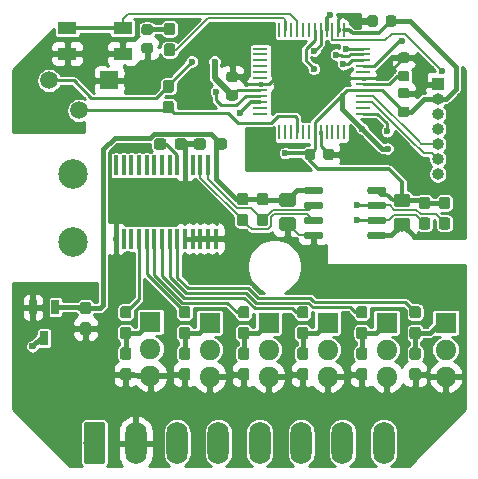
<source format=gbr>
G04 #@! TF.GenerationSoftware,KiCad,Pcbnew,(5.1.4)-1*
G04 #@! TF.CreationDate,2021-04-18T18:25:46+02:00*
G04 #@! TF.ProjectId,KUPS-DIM-6CVLED,4b555053-2d44-4494-9d2d-3643564c4544,V00.03*
G04 #@! TF.SameCoordinates,Original*
G04 #@! TF.FileFunction,Copper,L2,Bot*
G04 #@! TF.FilePolarity,Positive*
%FSLAX46Y46*%
G04 Gerber Fmt 4.6, Leading zero omitted, Abs format (unit mm)*
G04 Created by KiCad (PCBNEW (5.1.4)-1) date 2021-04-18 18:25:46*
%MOMM*%
%LPD*%
G04 APERTURE LIST*
%ADD10O,1.000000X1.000000*%
%ADD11R,1.000000X1.000000*%
%ADD12R,1.500000X1.500000*%
%ADD13C,1.500000*%
%ADD14O,1.800000X1.717500*%
%ADD15R,1.800000X1.717500*%
%ADD16C,0.100000*%
%ADD17C,1.150000*%
%ADD18C,0.950000*%
%ADD19R,1.600000X1.050000*%
%ADD20C,0.600000*%
%ADD21R,0.400000X1.700000*%
%ADD22O,1.800000X3.600000*%
%ADD23C,1.800000*%
%ADD24R,0.650000X1.220000*%
%ADD25C,2.500000*%
%ADD26C,0.875000*%
%ADD27R,1.300000X0.250000*%
%ADD28R,0.250000X1.300000*%
%ADD29C,0.250000*%
%ADD30C,0.300000*%
%ADD31C,0.400000*%
%ADD32C,0.500000*%
%ADD33C,0.200000*%
%ADD34C,0.160000*%
%ADD35C,0.254000*%
G04 APERTURE END LIST*
D10*
X126310000Y-114920000D03*
X126310000Y-113650000D03*
X126310000Y-112380000D03*
X126310000Y-111110000D03*
X126310000Y-109840000D03*
X126310000Y-108570000D03*
D11*
X126310000Y-107300000D03*
D12*
X98500000Y-107000000D03*
D13*
X93420000Y-107000000D03*
X95960000Y-109540000D03*
D14*
X127000000Y-132080000D03*
X127000000Y-129790000D03*
D15*
X127000000Y-127500000D03*
D14*
X122000000Y-132080000D03*
X122000000Y-129790000D03*
D15*
X122000000Y-127500000D03*
D14*
X117000000Y-132080000D03*
X117000000Y-129790000D03*
D15*
X117000000Y-127500000D03*
D14*
X112000000Y-132080000D03*
X112000000Y-129790000D03*
D15*
X112000000Y-127500000D03*
D14*
X107000000Y-132080000D03*
X107000000Y-129790000D03*
D15*
X107000000Y-127500000D03*
D14*
X102000000Y-132000000D03*
X102000000Y-129710000D03*
D15*
X102000000Y-127420000D03*
D16*
G36*
X114074505Y-116526204D02*
G01*
X114098773Y-116529804D01*
X114122572Y-116535765D01*
X114145671Y-116544030D01*
X114167850Y-116554520D01*
X114188893Y-116567132D01*
X114208599Y-116581747D01*
X114226777Y-116598223D01*
X114243253Y-116616401D01*
X114257868Y-116636107D01*
X114270480Y-116657150D01*
X114280970Y-116679329D01*
X114289235Y-116702428D01*
X114295196Y-116726227D01*
X114298796Y-116750495D01*
X114300000Y-116774999D01*
X114300000Y-117425001D01*
X114298796Y-117449505D01*
X114295196Y-117473773D01*
X114289235Y-117497572D01*
X114280970Y-117520671D01*
X114270480Y-117542850D01*
X114257868Y-117563893D01*
X114243253Y-117583599D01*
X114226777Y-117601777D01*
X114208599Y-117618253D01*
X114188893Y-117632868D01*
X114167850Y-117645480D01*
X114145671Y-117655970D01*
X114122572Y-117664235D01*
X114098773Y-117670196D01*
X114074505Y-117673796D01*
X114050001Y-117675000D01*
X113149999Y-117675000D01*
X113125495Y-117673796D01*
X113101227Y-117670196D01*
X113077428Y-117664235D01*
X113054329Y-117655970D01*
X113032150Y-117645480D01*
X113011107Y-117632868D01*
X112991401Y-117618253D01*
X112973223Y-117601777D01*
X112956747Y-117583599D01*
X112942132Y-117563893D01*
X112929520Y-117542850D01*
X112919030Y-117520671D01*
X112910765Y-117497572D01*
X112904804Y-117473773D01*
X112901204Y-117449505D01*
X112900000Y-117425001D01*
X112900000Y-116774999D01*
X112901204Y-116750495D01*
X112904804Y-116726227D01*
X112910765Y-116702428D01*
X112919030Y-116679329D01*
X112929520Y-116657150D01*
X112942132Y-116636107D01*
X112956747Y-116616401D01*
X112973223Y-116598223D01*
X112991401Y-116581747D01*
X113011107Y-116567132D01*
X113032150Y-116554520D01*
X113054329Y-116544030D01*
X113077428Y-116535765D01*
X113101227Y-116529804D01*
X113125495Y-116526204D01*
X113149999Y-116525000D01*
X114050001Y-116525000D01*
X114074505Y-116526204D01*
X114074505Y-116526204D01*
G37*
D17*
X113600000Y-117100000D03*
D16*
G36*
X114074505Y-118576204D02*
G01*
X114098773Y-118579804D01*
X114122572Y-118585765D01*
X114145671Y-118594030D01*
X114167850Y-118604520D01*
X114188893Y-118617132D01*
X114208599Y-118631747D01*
X114226777Y-118648223D01*
X114243253Y-118666401D01*
X114257868Y-118686107D01*
X114270480Y-118707150D01*
X114280970Y-118729329D01*
X114289235Y-118752428D01*
X114295196Y-118776227D01*
X114298796Y-118800495D01*
X114300000Y-118824999D01*
X114300000Y-119475001D01*
X114298796Y-119499505D01*
X114295196Y-119523773D01*
X114289235Y-119547572D01*
X114280970Y-119570671D01*
X114270480Y-119592850D01*
X114257868Y-119613893D01*
X114243253Y-119633599D01*
X114226777Y-119651777D01*
X114208599Y-119668253D01*
X114188893Y-119682868D01*
X114167850Y-119695480D01*
X114145671Y-119705970D01*
X114122572Y-119714235D01*
X114098773Y-119720196D01*
X114074505Y-119723796D01*
X114050001Y-119725000D01*
X113149999Y-119725000D01*
X113125495Y-119723796D01*
X113101227Y-119720196D01*
X113077428Y-119714235D01*
X113054329Y-119705970D01*
X113032150Y-119695480D01*
X113011107Y-119682868D01*
X112991401Y-119668253D01*
X112973223Y-119651777D01*
X112956747Y-119633599D01*
X112942132Y-119613893D01*
X112929520Y-119592850D01*
X112919030Y-119570671D01*
X112910765Y-119547572D01*
X112904804Y-119523773D01*
X112901204Y-119499505D01*
X112900000Y-119475001D01*
X112900000Y-118824999D01*
X112901204Y-118800495D01*
X112904804Y-118776227D01*
X112910765Y-118752428D01*
X112919030Y-118729329D01*
X112929520Y-118707150D01*
X112942132Y-118686107D01*
X112956747Y-118666401D01*
X112973223Y-118648223D01*
X112991401Y-118631747D01*
X113011107Y-118617132D01*
X113032150Y-118604520D01*
X113054329Y-118594030D01*
X113077428Y-118585765D01*
X113101227Y-118579804D01*
X113125495Y-118576204D01*
X113149999Y-118575000D01*
X114050001Y-118575000D01*
X114074505Y-118576204D01*
X114074505Y-118576204D01*
G37*
D17*
X113600000Y-119150000D03*
D16*
G36*
X105160779Y-129601144D02*
G01*
X105183834Y-129604563D01*
X105206443Y-129610227D01*
X105228387Y-129618079D01*
X105249457Y-129628044D01*
X105269448Y-129640026D01*
X105288168Y-129653910D01*
X105305438Y-129669562D01*
X105321090Y-129686832D01*
X105334974Y-129705552D01*
X105346956Y-129725543D01*
X105356921Y-129746613D01*
X105364773Y-129768557D01*
X105370437Y-129791166D01*
X105373856Y-129814221D01*
X105375000Y-129837500D01*
X105375000Y-130412500D01*
X105373856Y-130435779D01*
X105370437Y-130458834D01*
X105364773Y-130481443D01*
X105356921Y-130503387D01*
X105346956Y-130524457D01*
X105334974Y-130544448D01*
X105321090Y-130563168D01*
X105305438Y-130580438D01*
X105288168Y-130596090D01*
X105269448Y-130609974D01*
X105249457Y-130621956D01*
X105228387Y-130631921D01*
X105206443Y-130639773D01*
X105183834Y-130645437D01*
X105160779Y-130648856D01*
X105137500Y-130650000D01*
X104662500Y-130650000D01*
X104639221Y-130648856D01*
X104616166Y-130645437D01*
X104593557Y-130639773D01*
X104571613Y-130631921D01*
X104550543Y-130621956D01*
X104530552Y-130609974D01*
X104511832Y-130596090D01*
X104494562Y-130580438D01*
X104478910Y-130563168D01*
X104465026Y-130544448D01*
X104453044Y-130524457D01*
X104443079Y-130503387D01*
X104435227Y-130481443D01*
X104429563Y-130458834D01*
X104426144Y-130435779D01*
X104425000Y-130412500D01*
X104425000Y-129837500D01*
X104426144Y-129814221D01*
X104429563Y-129791166D01*
X104435227Y-129768557D01*
X104443079Y-129746613D01*
X104453044Y-129725543D01*
X104465026Y-129705552D01*
X104478910Y-129686832D01*
X104494562Y-129669562D01*
X104511832Y-129653910D01*
X104530552Y-129640026D01*
X104550543Y-129628044D01*
X104571613Y-129618079D01*
X104593557Y-129610227D01*
X104616166Y-129604563D01*
X104639221Y-129601144D01*
X104662500Y-129600000D01*
X105137500Y-129600000D01*
X105160779Y-129601144D01*
X105160779Y-129601144D01*
G37*
D18*
X104900000Y-130125000D03*
D16*
G36*
X105160779Y-131351144D02*
G01*
X105183834Y-131354563D01*
X105206443Y-131360227D01*
X105228387Y-131368079D01*
X105249457Y-131378044D01*
X105269448Y-131390026D01*
X105288168Y-131403910D01*
X105305438Y-131419562D01*
X105321090Y-131436832D01*
X105334974Y-131455552D01*
X105346956Y-131475543D01*
X105356921Y-131496613D01*
X105364773Y-131518557D01*
X105370437Y-131541166D01*
X105373856Y-131564221D01*
X105375000Y-131587500D01*
X105375000Y-132162500D01*
X105373856Y-132185779D01*
X105370437Y-132208834D01*
X105364773Y-132231443D01*
X105356921Y-132253387D01*
X105346956Y-132274457D01*
X105334974Y-132294448D01*
X105321090Y-132313168D01*
X105305438Y-132330438D01*
X105288168Y-132346090D01*
X105269448Y-132359974D01*
X105249457Y-132371956D01*
X105228387Y-132381921D01*
X105206443Y-132389773D01*
X105183834Y-132395437D01*
X105160779Y-132398856D01*
X105137500Y-132400000D01*
X104662500Y-132400000D01*
X104639221Y-132398856D01*
X104616166Y-132395437D01*
X104593557Y-132389773D01*
X104571613Y-132381921D01*
X104550543Y-132371956D01*
X104530552Y-132359974D01*
X104511832Y-132346090D01*
X104494562Y-132330438D01*
X104478910Y-132313168D01*
X104465026Y-132294448D01*
X104453044Y-132274457D01*
X104443079Y-132253387D01*
X104435227Y-132231443D01*
X104429563Y-132208834D01*
X104426144Y-132185779D01*
X104425000Y-132162500D01*
X104425000Y-131587500D01*
X104426144Y-131564221D01*
X104429563Y-131541166D01*
X104435227Y-131518557D01*
X104443079Y-131496613D01*
X104453044Y-131475543D01*
X104465026Y-131455552D01*
X104478910Y-131436832D01*
X104494562Y-131419562D01*
X104511832Y-131403910D01*
X104530552Y-131390026D01*
X104550543Y-131378044D01*
X104571613Y-131368079D01*
X104593557Y-131360227D01*
X104616166Y-131354563D01*
X104639221Y-131351144D01*
X104662500Y-131350000D01*
X105137500Y-131350000D01*
X105160779Y-131351144D01*
X105160779Y-131351144D01*
G37*
D18*
X104900000Y-131875000D03*
D16*
G36*
X100160779Y-129601144D02*
G01*
X100183834Y-129604563D01*
X100206443Y-129610227D01*
X100228387Y-129618079D01*
X100249457Y-129628044D01*
X100269448Y-129640026D01*
X100288168Y-129653910D01*
X100305438Y-129669562D01*
X100321090Y-129686832D01*
X100334974Y-129705552D01*
X100346956Y-129725543D01*
X100356921Y-129746613D01*
X100364773Y-129768557D01*
X100370437Y-129791166D01*
X100373856Y-129814221D01*
X100375000Y-129837500D01*
X100375000Y-130412500D01*
X100373856Y-130435779D01*
X100370437Y-130458834D01*
X100364773Y-130481443D01*
X100356921Y-130503387D01*
X100346956Y-130524457D01*
X100334974Y-130544448D01*
X100321090Y-130563168D01*
X100305438Y-130580438D01*
X100288168Y-130596090D01*
X100269448Y-130609974D01*
X100249457Y-130621956D01*
X100228387Y-130631921D01*
X100206443Y-130639773D01*
X100183834Y-130645437D01*
X100160779Y-130648856D01*
X100137500Y-130650000D01*
X99662500Y-130650000D01*
X99639221Y-130648856D01*
X99616166Y-130645437D01*
X99593557Y-130639773D01*
X99571613Y-130631921D01*
X99550543Y-130621956D01*
X99530552Y-130609974D01*
X99511832Y-130596090D01*
X99494562Y-130580438D01*
X99478910Y-130563168D01*
X99465026Y-130544448D01*
X99453044Y-130524457D01*
X99443079Y-130503387D01*
X99435227Y-130481443D01*
X99429563Y-130458834D01*
X99426144Y-130435779D01*
X99425000Y-130412500D01*
X99425000Y-129837500D01*
X99426144Y-129814221D01*
X99429563Y-129791166D01*
X99435227Y-129768557D01*
X99443079Y-129746613D01*
X99453044Y-129725543D01*
X99465026Y-129705552D01*
X99478910Y-129686832D01*
X99494562Y-129669562D01*
X99511832Y-129653910D01*
X99530552Y-129640026D01*
X99550543Y-129628044D01*
X99571613Y-129618079D01*
X99593557Y-129610227D01*
X99616166Y-129604563D01*
X99639221Y-129601144D01*
X99662500Y-129600000D01*
X100137500Y-129600000D01*
X100160779Y-129601144D01*
X100160779Y-129601144D01*
G37*
D18*
X99900000Y-130125000D03*
D16*
G36*
X100160779Y-131351144D02*
G01*
X100183834Y-131354563D01*
X100206443Y-131360227D01*
X100228387Y-131368079D01*
X100249457Y-131378044D01*
X100269448Y-131390026D01*
X100288168Y-131403910D01*
X100305438Y-131419562D01*
X100321090Y-131436832D01*
X100334974Y-131455552D01*
X100346956Y-131475543D01*
X100356921Y-131496613D01*
X100364773Y-131518557D01*
X100370437Y-131541166D01*
X100373856Y-131564221D01*
X100375000Y-131587500D01*
X100375000Y-132162500D01*
X100373856Y-132185779D01*
X100370437Y-132208834D01*
X100364773Y-132231443D01*
X100356921Y-132253387D01*
X100346956Y-132274457D01*
X100334974Y-132294448D01*
X100321090Y-132313168D01*
X100305438Y-132330438D01*
X100288168Y-132346090D01*
X100269448Y-132359974D01*
X100249457Y-132371956D01*
X100228387Y-132381921D01*
X100206443Y-132389773D01*
X100183834Y-132395437D01*
X100160779Y-132398856D01*
X100137500Y-132400000D01*
X99662500Y-132400000D01*
X99639221Y-132398856D01*
X99616166Y-132395437D01*
X99593557Y-132389773D01*
X99571613Y-132381921D01*
X99550543Y-132371956D01*
X99530552Y-132359974D01*
X99511832Y-132346090D01*
X99494562Y-132330438D01*
X99478910Y-132313168D01*
X99465026Y-132294448D01*
X99453044Y-132274457D01*
X99443079Y-132253387D01*
X99435227Y-132231443D01*
X99429563Y-132208834D01*
X99426144Y-132185779D01*
X99425000Y-132162500D01*
X99425000Y-131587500D01*
X99426144Y-131564221D01*
X99429563Y-131541166D01*
X99435227Y-131518557D01*
X99443079Y-131496613D01*
X99453044Y-131475543D01*
X99465026Y-131455552D01*
X99478910Y-131436832D01*
X99494562Y-131419562D01*
X99511832Y-131403910D01*
X99530552Y-131390026D01*
X99550543Y-131378044D01*
X99571613Y-131368079D01*
X99593557Y-131360227D01*
X99616166Y-131354563D01*
X99639221Y-131351144D01*
X99662500Y-131350000D01*
X100137500Y-131350000D01*
X100160779Y-131351144D01*
X100160779Y-131351144D01*
G37*
D18*
X99900000Y-131875000D03*
D19*
X94950000Y-102575000D03*
X94950000Y-104725000D03*
X99650000Y-102575000D03*
X99650000Y-104725000D03*
D16*
G36*
X116439703Y-116000722D02*
G01*
X116454264Y-116002882D01*
X116468543Y-116006459D01*
X116482403Y-116011418D01*
X116495710Y-116017712D01*
X116508336Y-116025280D01*
X116520159Y-116034048D01*
X116531066Y-116043934D01*
X116540952Y-116054841D01*
X116549720Y-116066664D01*
X116557288Y-116079290D01*
X116563582Y-116092597D01*
X116568541Y-116106457D01*
X116572118Y-116120736D01*
X116574278Y-116135297D01*
X116575000Y-116150000D01*
X116575000Y-116450000D01*
X116574278Y-116464703D01*
X116572118Y-116479264D01*
X116568541Y-116493543D01*
X116563582Y-116507403D01*
X116557288Y-116520710D01*
X116549720Y-116533336D01*
X116540952Y-116545159D01*
X116531066Y-116556066D01*
X116520159Y-116565952D01*
X116508336Y-116574720D01*
X116495710Y-116582288D01*
X116482403Y-116588582D01*
X116468543Y-116593541D01*
X116454264Y-116597118D01*
X116439703Y-116599278D01*
X116425000Y-116600000D01*
X115175000Y-116600000D01*
X115160297Y-116599278D01*
X115145736Y-116597118D01*
X115131457Y-116593541D01*
X115117597Y-116588582D01*
X115104290Y-116582288D01*
X115091664Y-116574720D01*
X115079841Y-116565952D01*
X115068934Y-116556066D01*
X115059048Y-116545159D01*
X115050280Y-116533336D01*
X115042712Y-116520710D01*
X115036418Y-116507403D01*
X115031459Y-116493543D01*
X115027882Y-116479264D01*
X115025722Y-116464703D01*
X115025000Y-116450000D01*
X115025000Y-116150000D01*
X115025722Y-116135297D01*
X115027882Y-116120736D01*
X115031459Y-116106457D01*
X115036418Y-116092597D01*
X115042712Y-116079290D01*
X115050280Y-116066664D01*
X115059048Y-116054841D01*
X115068934Y-116043934D01*
X115079841Y-116034048D01*
X115091664Y-116025280D01*
X115104290Y-116017712D01*
X115117597Y-116011418D01*
X115131457Y-116006459D01*
X115145736Y-116002882D01*
X115160297Y-116000722D01*
X115175000Y-116000000D01*
X116425000Y-116000000D01*
X116439703Y-116000722D01*
X116439703Y-116000722D01*
G37*
D20*
X115800000Y-116300000D03*
D16*
G36*
X116439703Y-117270722D02*
G01*
X116454264Y-117272882D01*
X116468543Y-117276459D01*
X116482403Y-117281418D01*
X116495710Y-117287712D01*
X116508336Y-117295280D01*
X116520159Y-117304048D01*
X116531066Y-117313934D01*
X116540952Y-117324841D01*
X116549720Y-117336664D01*
X116557288Y-117349290D01*
X116563582Y-117362597D01*
X116568541Y-117376457D01*
X116572118Y-117390736D01*
X116574278Y-117405297D01*
X116575000Y-117420000D01*
X116575000Y-117720000D01*
X116574278Y-117734703D01*
X116572118Y-117749264D01*
X116568541Y-117763543D01*
X116563582Y-117777403D01*
X116557288Y-117790710D01*
X116549720Y-117803336D01*
X116540952Y-117815159D01*
X116531066Y-117826066D01*
X116520159Y-117835952D01*
X116508336Y-117844720D01*
X116495710Y-117852288D01*
X116482403Y-117858582D01*
X116468543Y-117863541D01*
X116454264Y-117867118D01*
X116439703Y-117869278D01*
X116425000Y-117870000D01*
X115175000Y-117870000D01*
X115160297Y-117869278D01*
X115145736Y-117867118D01*
X115131457Y-117863541D01*
X115117597Y-117858582D01*
X115104290Y-117852288D01*
X115091664Y-117844720D01*
X115079841Y-117835952D01*
X115068934Y-117826066D01*
X115059048Y-117815159D01*
X115050280Y-117803336D01*
X115042712Y-117790710D01*
X115036418Y-117777403D01*
X115031459Y-117763543D01*
X115027882Y-117749264D01*
X115025722Y-117734703D01*
X115025000Y-117720000D01*
X115025000Y-117420000D01*
X115025722Y-117405297D01*
X115027882Y-117390736D01*
X115031459Y-117376457D01*
X115036418Y-117362597D01*
X115042712Y-117349290D01*
X115050280Y-117336664D01*
X115059048Y-117324841D01*
X115068934Y-117313934D01*
X115079841Y-117304048D01*
X115091664Y-117295280D01*
X115104290Y-117287712D01*
X115117597Y-117281418D01*
X115131457Y-117276459D01*
X115145736Y-117272882D01*
X115160297Y-117270722D01*
X115175000Y-117270000D01*
X116425000Y-117270000D01*
X116439703Y-117270722D01*
X116439703Y-117270722D01*
G37*
D20*
X115800000Y-117570000D03*
D16*
G36*
X116439703Y-118540722D02*
G01*
X116454264Y-118542882D01*
X116468543Y-118546459D01*
X116482403Y-118551418D01*
X116495710Y-118557712D01*
X116508336Y-118565280D01*
X116520159Y-118574048D01*
X116531066Y-118583934D01*
X116540952Y-118594841D01*
X116549720Y-118606664D01*
X116557288Y-118619290D01*
X116563582Y-118632597D01*
X116568541Y-118646457D01*
X116572118Y-118660736D01*
X116574278Y-118675297D01*
X116575000Y-118690000D01*
X116575000Y-118990000D01*
X116574278Y-119004703D01*
X116572118Y-119019264D01*
X116568541Y-119033543D01*
X116563582Y-119047403D01*
X116557288Y-119060710D01*
X116549720Y-119073336D01*
X116540952Y-119085159D01*
X116531066Y-119096066D01*
X116520159Y-119105952D01*
X116508336Y-119114720D01*
X116495710Y-119122288D01*
X116482403Y-119128582D01*
X116468543Y-119133541D01*
X116454264Y-119137118D01*
X116439703Y-119139278D01*
X116425000Y-119140000D01*
X115175000Y-119140000D01*
X115160297Y-119139278D01*
X115145736Y-119137118D01*
X115131457Y-119133541D01*
X115117597Y-119128582D01*
X115104290Y-119122288D01*
X115091664Y-119114720D01*
X115079841Y-119105952D01*
X115068934Y-119096066D01*
X115059048Y-119085159D01*
X115050280Y-119073336D01*
X115042712Y-119060710D01*
X115036418Y-119047403D01*
X115031459Y-119033543D01*
X115027882Y-119019264D01*
X115025722Y-119004703D01*
X115025000Y-118990000D01*
X115025000Y-118690000D01*
X115025722Y-118675297D01*
X115027882Y-118660736D01*
X115031459Y-118646457D01*
X115036418Y-118632597D01*
X115042712Y-118619290D01*
X115050280Y-118606664D01*
X115059048Y-118594841D01*
X115068934Y-118583934D01*
X115079841Y-118574048D01*
X115091664Y-118565280D01*
X115104290Y-118557712D01*
X115117597Y-118551418D01*
X115131457Y-118546459D01*
X115145736Y-118542882D01*
X115160297Y-118540722D01*
X115175000Y-118540000D01*
X116425000Y-118540000D01*
X116439703Y-118540722D01*
X116439703Y-118540722D01*
G37*
D20*
X115800000Y-118840000D03*
D16*
G36*
X116439703Y-119810722D02*
G01*
X116454264Y-119812882D01*
X116468543Y-119816459D01*
X116482403Y-119821418D01*
X116495710Y-119827712D01*
X116508336Y-119835280D01*
X116520159Y-119844048D01*
X116531066Y-119853934D01*
X116540952Y-119864841D01*
X116549720Y-119876664D01*
X116557288Y-119889290D01*
X116563582Y-119902597D01*
X116568541Y-119916457D01*
X116572118Y-119930736D01*
X116574278Y-119945297D01*
X116575000Y-119960000D01*
X116575000Y-120260000D01*
X116574278Y-120274703D01*
X116572118Y-120289264D01*
X116568541Y-120303543D01*
X116563582Y-120317403D01*
X116557288Y-120330710D01*
X116549720Y-120343336D01*
X116540952Y-120355159D01*
X116531066Y-120366066D01*
X116520159Y-120375952D01*
X116508336Y-120384720D01*
X116495710Y-120392288D01*
X116482403Y-120398582D01*
X116468543Y-120403541D01*
X116454264Y-120407118D01*
X116439703Y-120409278D01*
X116425000Y-120410000D01*
X115175000Y-120410000D01*
X115160297Y-120409278D01*
X115145736Y-120407118D01*
X115131457Y-120403541D01*
X115117597Y-120398582D01*
X115104290Y-120392288D01*
X115091664Y-120384720D01*
X115079841Y-120375952D01*
X115068934Y-120366066D01*
X115059048Y-120355159D01*
X115050280Y-120343336D01*
X115042712Y-120330710D01*
X115036418Y-120317403D01*
X115031459Y-120303543D01*
X115027882Y-120289264D01*
X115025722Y-120274703D01*
X115025000Y-120260000D01*
X115025000Y-119960000D01*
X115025722Y-119945297D01*
X115027882Y-119930736D01*
X115031459Y-119916457D01*
X115036418Y-119902597D01*
X115042712Y-119889290D01*
X115050280Y-119876664D01*
X115059048Y-119864841D01*
X115068934Y-119853934D01*
X115079841Y-119844048D01*
X115091664Y-119835280D01*
X115104290Y-119827712D01*
X115117597Y-119821418D01*
X115131457Y-119816459D01*
X115145736Y-119812882D01*
X115160297Y-119810722D01*
X115175000Y-119810000D01*
X116425000Y-119810000D01*
X116439703Y-119810722D01*
X116439703Y-119810722D01*
G37*
D20*
X115800000Y-120110000D03*
D16*
G36*
X121789703Y-119810722D02*
G01*
X121804264Y-119812882D01*
X121818543Y-119816459D01*
X121832403Y-119821418D01*
X121845710Y-119827712D01*
X121858336Y-119835280D01*
X121870159Y-119844048D01*
X121881066Y-119853934D01*
X121890952Y-119864841D01*
X121899720Y-119876664D01*
X121907288Y-119889290D01*
X121913582Y-119902597D01*
X121918541Y-119916457D01*
X121922118Y-119930736D01*
X121924278Y-119945297D01*
X121925000Y-119960000D01*
X121925000Y-120260000D01*
X121924278Y-120274703D01*
X121922118Y-120289264D01*
X121918541Y-120303543D01*
X121913582Y-120317403D01*
X121907288Y-120330710D01*
X121899720Y-120343336D01*
X121890952Y-120355159D01*
X121881066Y-120366066D01*
X121870159Y-120375952D01*
X121858336Y-120384720D01*
X121845710Y-120392288D01*
X121832403Y-120398582D01*
X121818543Y-120403541D01*
X121804264Y-120407118D01*
X121789703Y-120409278D01*
X121775000Y-120410000D01*
X120525000Y-120410000D01*
X120510297Y-120409278D01*
X120495736Y-120407118D01*
X120481457Y-120403541D01*
X120467597Y-120398582D01*
X120454290Y-120392288D01*
X120441664Y-120384720D01*
X120429841Y-120375952D01*
X120418934Y-120366066D01*
X120409048Y-120355159D01*
X120400280Y-120343336D01*
X120392712Y-120330710D01*
X120386418Y-120317403D01*
X120381459Y-120303543D01*
X120377882Y-120289264D01*
X120375722Y-120274703D01*
X120375000Y-120260000D01*
X120375000Y-119960000D01*
X120375722Y-119945297D01*
X120377882Y-119930736D01*
X120381459Y-119916457D01*
X120386418Y-119902597D01*
X120392712Y-119889290D01*
X120400280Y-119876664D01*
X120409048Y-119864841D01*
X120418934Y-119853934D01*
X120429841Y-119844048D01*
X120441664Y-119835280D01*
X120454290Y-119827712D01*
X120467597Y-119821418D01*
X120481457Y-119816459D01*
X120495736Y-119812882D01*
X120510297Y-119810722D01*
X120525000Y-119810000D01*
X121775000Y-119810000D01*
X121789703Y-119810722D01*
X121789703Y-119810722D01*
G37*
D20*
X121150000Y-120110000D03*
D16*
G36*
X121789703Y-118540722D02*
G01*
X121804264Y-118542882D01*
X121818543Y-118546459D01*
X121832403Y-118551418D01*
X121845710Y-118557712D01*
X121858336Y-118565280D01*
X121870159Y-118574048D01*
X121881066Y-118583934D01*
X121890952Y-118594841D01*
X121899720Y-118606664D01*
X121907288Y-118619290D01*
X121913582Y-118632597D01*
X121918541Y-118646457D01*
X121922118Y-118660736D01*
X121924278Y-118675297D01*
X121925000Y-118690000D01*
X121925000Y-118990000D01*
X121924278Y-119004703D01*
X121922118Y-119019264D01*
X121918541Y-119033543D01*
X121913582Y-119047403D01*
X121907288Y-119060710D01*
X121899720Y-119073336D01*
X121890952Y-119085159D01*
X121881066Y-119096066D01*
X121870159Y-119105952D01*
X121858336Y-119114720D01*
X121845710Y-119122288D01*
X121832403Y-119128582D01*
X121818543Y-119133541D01*
X121804264Y-119137118D01*
X121789703Y-119139278D01*
X121775000Y-119140000D01*
X120525000Y-119140000D01*
X120510297Y-119139278D01*
X120495736Y-119137118D01*
X120481457Y-119133541D01*
X120467597Y-119128582D01*
X120454290Y-119122288D01*
X120441664Y-119114720D01*
X120429841Y-119105952D01*
X120418934Y-119096066D01*
X120409048Y-119085159D01*
X120400280Y-119073336D01*
X120392712Y-119060710D01*
X120386418Y-119047403D01*
X120381459Y-119033543D01*
X120377882Y-119019264D01*
X120375722Y-119004703D01*
X120375000Y-118990000D01*
X120375000Y-118690000D01*
X120375722Y-118675297D01*
X120377882Y-118660736D01*
X120381459Y-118646457D01*
X120386418Y-118632597D01*
X120392712Y-118619290D01*
X120400280Y-118606664D01*
X120409048Y-118594841D01*
X120418934Y-118583934D01*
X120429841Y-118574048D01*
X120441664Y-118565280D01*
X120454290Y-118557712D01*
X120467597Y-118551418D01*
X120481457Y-118546459D01*
X120495736Y-118542882D01*
X120510297Y-118540722D01*
X120525000Y-118540000D01*
X121775000Y-118540000D01*
X121789703Y-118540722D01*
X121789703Y-118540722D01*
G37*
D20*
X121150000Y-118840000D03*
D16*
G36*
X121789703Y-117270722D02*
G01*
X121804264Y-117272882D01*
X121818543Y-117276459D01*
X121832403Y-117281418D01*
X121845710Y-117287712D01*
X121858336Y-117295280D01*
X121870159Y-117304048D01*
X121881066Y-117313934D01*
X121890952Y-117324841D01*
X121899720Y-117336664D01*
X121907288Y-117349290D01*
X121913582Y-117362597D01*
X121918541Y-117376457D01*
X121922118Y-117390736D01*
X121924278Y-117405297D01*
X121925000Y-117420000D01*
X121925000Y-117720000D01*
X121924278Y-117734703D01*
X121922118Y-117749264D01*
X121918541Y-117763543D01*
X121913582Y-117777403D01*
X121907288Y-117790710D01*
X121899720Y-117803336D01*
X121890952Y-117815159D01*
X121881066Y-117826066D01*
X121870159Y-117835952D01*
X121858336Y-117844720D01*
X121845710Y-117852288D01*
X121832403Y-117858582D01*
X121818543Y-117863541D01*
X121804264Y-117867118D01*
X121789703Y-117869278D01*
X121775000Y-117870000D01*
X120525000Y-117870000D01*
X120510297Y-117869278D01*
X120495736Y-117867118D01*
X120481457Y-117863541D01*
X120467597Y-117858582D01*
X120454290Y-117852288D01*
X120441664Y-117844720D01*
X120429841Y-117835952D01*
X120418934Y-117826066D01*
X120409048Y-117815159D01*
X120400280Y-117803336D01*
X120392712Y-117790710D01*
X120386418Y-117777403D01*
X120381459Y-117763543D01*
X120377882Y-117749264D01*
X120375722Y-117734703D01*
X120375000Y-117720000D01*
X120375000Y-117420000D01*
X120375722Y-117405297D01*
X120377882Y-117390736D01*
X120381459Y-117376457D01*
X120386418Y-117362597D01*
X120392712Y-117349290D01*
X120400280Y-117336664D01*
X120409048Y-117324841D01*
X120418934Y-117313934D01*
X120429841Y-117304048D01*
X120441664Y-117295280D01*
X120454290Y-117287712D01*
X120467597Y-117281418D01*
X120481457Y-117276459D01*
X120495736Y-117272882D01*
X120510297Y-117270722D01*
X120525000Y-117270000D01*
X121775000Y-117270000D01*
X121789703Y-117270722D01*
X121789703Y-117270722D01*
G37*
D20*
X121150000Y-117570000D03*
D16*
G36*
X121789703Y-116000722D02*
G01*
X121804264Y-116002882D01*
X121818543Y-116006459D01*
X121832403Y-116011418D01*
X121845710Y-116017712D01*
X121858336Y-116025280D01*
X121870159Y-116034048D01*
X121881066Y-116043934D01*
X121890952Y-116054841D01*
X121899720Y-116066664D01*
X121907288Y-116079290D01*
X121913582Y-116092597D01*
X121918541Y-116106457D01*
X121922118Y-116120736D01*
X121924278Y-116135297D01*
X121925000Y-116150000D01*
X121925000Y-116450000D01*
X121924278Y-116464703D01*
X121922118Y-116479264D01*
X121918541Y-116493543D01*
X121913582Y-116507403D01*
X121907288Y-116520710D01*
X121899720Y-116533336D01*
X121890952Y-116545159D01*
X121881066Y-116556066D01*
X121870159Y-116565952D01*
X121858336Y-116574720D01*
X121845710Y-116582288D01*
X121832403Y-116588582D01*
X121818543Y-116593541D01*
X121804264Y-116597118D01*
X121789703Y-116599278D01*
X121775000Y-116600000D01*
X120525000Y-116600000D01*
X120510297Y-116599278D01*
X120495736Y-116597118D01*
X120481457Y-116593541D01*
X120467597Y-116588582D01*
X120454290Y-116582288D01*
X120441664Y-116574720D01*
X120429841Y-116565952D01*
X120418934Y-116556066D01*
X120409048Y-116545159D01*
X120400280Y-116533336D01*
X120392712Y-116520710D01*
X120386418Y-116507403D01*
X120381459Y-116493543D01*
X120377882Y-116479264D01*
X120375722Y-116464703D01*
X120375000Y-116450000D01*
X120375000Y-116150000D01*
X120375722Y-116135297D01*
X120377882Y-116120736D01*
X120381459Y-116106457D01*
X120386418Y-116092597D01*
X120392712Y-116079290D01*
X120400280Y-116066664D01*
X120409048Y-116054841D01*
X120418934Y-116043934D01*
X120429841Y-116034048D01*
X120441664Y-116025280D01*
X120454290Y-116017712D01*
X120467597Y-116011418D01*
X120481457Y-116006459D01*
X120495736Y-116002882D01*
X120510297Y-116000722D01*
X120525000Y-116000000D01*
X121775000Y-116000000D01*
X121789703Y-116000722D01*
X121789703Y-116000722D01*
G37*
D20*
X121150000Y-116300000D03*
D21*
X107525000Y-114186000D03*
X106875000Y-114186000D03*
X106225000Y-114186000D03*
X105575000Y-114186000D03*
X104925000Y-114186000D03*
X104275000Y-114186000D03*
X103625000Y-114186000D03*
X102975000Y-114186000D03*
X102325000Y-114186000D03*
X101675000Y-114186000D03*
X101025000Y-114186000D03*
X100375000Y-114186000D03*
X99725000Y-114186000D03*
X99075000Y-114186000D03*
X99075000Y-120386000D03*
X99725000Y-120386000D03*
X100375000Y-120386000D03*
X101025000Y-120386000D03*
X101675000Y-120386000D03*
X102325000Y-120386000D03*
X102975000Y-120386000D03*
X103625000Y-120386000D03*
X104275000Y-120386000D03*
X104925000Y-120386000D03*
X105575000Y-120386000D03*
X106225000Y-120386000D03*
X106875000Y-120386000D03*
X107525000Y-120386000D03*
D16*
G36*
X108240639Y-111895904D02*
G01*
X108263694Y-111899323D01*
X108286303Y-111904987D01*
X108308247Y-111912839D01*
X108329317Y-111922804D01*
X108349308Y-111934786D01*
X108368028Y-111948670D01*
X108385298Y-111964322D01*
X108400950Y-111981592D01*
X108414834Y-112000312D01*
X108426816Y-112020303D01*
X108436781Y-112041373D01*
X108444633Y-112063317D01*
X108450297Y-112085926D01*
X108453716Y-112108981D01*
X108454860Y-112132260D01*
X108454860Y-112607260D01*
X108453716Y-112630539D01*
X108450297Y-112653594D01*
X108444633Y-112676203D01*
X108436781Y-112698147D01*
X108426816Y-112719217D01*
X108414834Y-112739208D01*
X108400950Y-112757928D01*
X108385298Y-112775198D01*
X108368028Y-112790850D01*
X108349308Y-112804734D01*
X108329317Y-112816716D01*
X108308247Y-112826681D01*
X108286303Y-112834533D01*
X108263694Y-112840197D01*
X108240639Y-112843616D01*
X108217360Y-112844760D01*
X107642360Y-112844760D01*
X107619081Y-112843616D01*
X107596026Y-112840197D01*
X107573417Y-112834533D01*
X107551473Y-112826681D01*
X107530403Y-112816716D01*
X107510412Y-112804734D01*
X107491692Y-112790850D01*
X107474422Y-112775198D01*
X107458770Y-112757928D01*
X107444886Y-112739208D01*
X107432904Y-112719217D01*
X107422939Y-112698147D01*
X107415087Y-112676203D01*
X107409423Y-112653594D01*
X107406004Y-112630539D01*
X107404860Y-112607260D01*
X107404860Y-112132260D01*
X107406004Y-112108981D01*
X107409423Y-112085926D01*
X107415087Y-112063317D01*
X107422939Y-112041373D01*
X107432904Y-112020303D01*
X107444886Y-112000312D01*
X107458770Y-111981592D01*
X107474422Y-111964322D01*
X107491692Y-111948670D01*
X107510412Y-111934786D01*
X107530403Y-111922804D01*
X107551473Y-111912839D01*
X107573417Y-111904987D01*
X107596026Y-111899323D01*
X107619081Y-111895904D01*
X107642360Y-111894760D01*
X108217360Y-111894760D01*
X108240639Y-111895904D01*
X108240639Y-111895904D01*
G37*
D18*
X107929860Y-112369760D03*
D16*
G36*
X106490639Y-111895904D02*
G01*
X106513694Y-111899323D01*
X106536303Y-111904987D01*
X106558247Y-111912839D01*
X106579317Y-111922804D01*
X106599308Y-111934786D01*
X106618028Y-111948670D01*
X106635298Y-111964322D01*
X106650950Y-111981592D01*
X106664834Y-112000312D01*
X106676816Y-112020303D01*
X106686781Y-112041373D01*
X106694633Y-112063317D01*
X106700297Y-112085926D01*
X106703716Y-112108981D01*
X106704860Y-112132260D01*
X106704860Y-112607260D01*
X106703716Y-112630539D01*
X106700297Y-112653594D01*
X106694633Y-112676203D01*
X106686781Y-112698147D01*
X106676816Y-112719217D01*
X106664834Y-112739208D01*
X106650950Y-112757928D01*
X106635298Y-112775198D01*
X106618028Y-112790850D01*
X106599308Y-112804734D01*
X106579317Y-112816716D01*
X106558247Y-112826681D01*
X106536303Y-112834533D01*
X106513694Y-112840197D01*
X106490639Y-112843616D01*
X106467360Y-112844760D01*
X105892360Y-112844760D01*
X105869081Y-112843616D01*
X105846026Y-112840197D01*
X105823417Y-112834533D01*
X105801473Y-112826681D01*
X105780403Y-112816716D01*
X105760412Y-112804734D01*
X105741692Y-112790850D01*
X105724422Y-112775198D01*
X105708770Y-112757928D01*
X105694886Y-112739208D01*
X105682904Y-112719217D01*
X105672939Y-112698147D01*
X105665087Y-112676203D01*
X105659423Y-112653594D01*
X105656004Y-112630539D01*
X105654860Y-112607260D01*
X105654860Y-112132260D01*
X105656004Y-112108981D01*
X105659423Y-112085926D01*
X105665087Y-112063317D01*
X105672939Y-112041373D01*
X105682904Y-112020303D01*
X105694886Y-112000312D01*
X105708770Y-111981592D01*
X105724422Y-111964322D01*
X105741692Y-111948670D01*
X105760412Y-111934786D01*
X105780403Y-111922804D01*
X105801473Y-111912839D01*
X105823417Y-111904987D01*
X105846026Y-111899323D01*
X105869081Y-111895904D01*
X105892360Y-111894760D01*
X106467360Y-111894760D01*
X106490639Y-111895904D01*
X106490639Y-111895904D01*
G37*
D18*
X106179860Y-112369760D03*
D16*
G36*
X103760779Y-108726144D02*
G01*
X103783834Y-108729563D01*
X103806443Y-108735227D01*
X103828387Y-108743079D01*
X103849457Y-108753044D01*
X103869448Y-108765026D01*
X103888168Y-108778910D01*
X103905438Y-108794562D01*
X103921090Y-108811832D01*
X103934974Y-108830552D01*
X103946956Y-108850543D01*
X103956921Y-108871613D01*
X103964773Y-108893557D01*
X103970437Y-108916166D01*
X103973856Y-108939221D01*
X103975000Y-108962500D01*
X103975000Y-109537500D01*
X103973856Y-109560779D01*
X103970437Y-109583834D01*
X103964773Y-109606443D01*
X103956921Y-109628387D01*
X103946956Y-109649457D01*
X103934974Y-109669448D01*
X103921090Y-109688168D01*
X103905438Y-109705438D01*
X103888168Y-109721090D01*
X103869448Y-109734974D01*
X103849457Y-109746956D01*
X103828387Y-109756921D01*
X103806443Y-109764773D01*
X103783834Y-109770437D01*
X103760779Y-109773856D01*
X103737500Y-109775000D01*
X103262500Y-109775000D01*
X103239221Y-109773856D01*
X103216166Y-109770437D01*
X103193557Y-109764773D01*
X103171613Y-109756921D01*
X103150543Y-109746956D01*
X103130552Y-109734974D01*
X103111832Y-109721090D01*
X103094562Y-109705438D01*
X103078910Y-109688168D01*
X103065026Y-109669448D01*
X103053044Y-109649457D01*
X103043079Y-109628387D01*
X103035227Y-109606443D01*
X103029563Y-109583834D01*
X103026144Y-109560779D01*
X103025000Y-109537500D01*
X103025000Y-108962500D01*
X103026144Y-108939221D01*
X103029563Y-108916166D01*
X103035227Y-108893557D01*
X103043079Y-108871613D01*
X103053044Y-108850543D01*
X103065026Y-108830552D01*
X103078910Y-108811832D01*
X103094562Y-108794562D01*
X103111832Y-108778910D01*
X103130552Y-108765026D01*
X103150543Y-108753044D01*
X103171613Y-108743079D01*
X103193557Y-108735227D01*
X103216166Y-108729563D01*
X103239221Y-108726144D01*
X103262500Y-108725000D01*
X103737500Y-108725000D01*
X103760779Y-108726144D01*
X103760779Y-108726144D01*
G37*
D18*
X103500000Y-109250000D03*
D16*
G36*
X103760779Y-106976144D02*
G01*
X103783834Y-106979563D01*
X103806443Y-106985227D01*
X103828387Y-106993079D01*
X103849457Y-107003044D01*
X103869448Y-107015026D01*
X103888168Y-107028910D01*
X103905438Y-107044562D01*
X103921090Y-107061832D01*
X103934974Y-107080552D01*
X103946956Y-107100543D01*
X103956921Y-107121613D01*
X103964773Y-107143557D01*
X103970437Y-107166166D01*
X103973856Y-107189221D01*
X103975000Y-107212500D01*
X103975000Y-107787500D01*
X103973856Y-107810779D01*
X103970437Y-107833834D01*
X103964773Y-107856443D01*
X103956921Y-107878387D01*
X103946956Y-107899457D01*
X103934974Y-107919448D01*
X103921090Y-107938168D01*
X103905438Y-107955438D01*
X103888168Y-107971090D01*
X103869448Y-107984974D01*
X103849457Y-107996956D01*
X103828387Y-108006921D01*
X103806443Y-108014773D01*
X103783834Y-108020437D01*
X103760779Y-108023856D01*
X103737500Y-108025000D01*
X103262500Y-108025000D01*
X103239221Y-108023856D01*
X103216166Y-108020437D01*
X103193557Y-108014773D01*
X103171613Y-108006921D01*
X103150543Y-107996956D01*
X103130552Y-107984974D01*
X103111832Y-107971090D01*
X103094562Y-107955438D01*
X103078910Y-107938168D01*
X103065026Y-107919448D01*
X103053044Y-107899457D01*
X103043079Y-107878387D01*
X103035227Y-107856443D01*
X103029563Y-107833834D01*
X103026144Y-107810779D01*
X103025000Y-107787500D01*
X103025000Y-107212500D01*
X103026144Y-107189221D01*
X103029563Y-107166166D01*
X103035227Y-107143557D01*
X103043079Y-107121613D01*
X103053044Y-107100543D01*
X103065026Y-107080552D01*
X103078910Y-107061832D01*
X103094562Y-107044562D01*
X103111832Y-107028910D01*
X103130552Y-107015026D01*
X103150543Y-107003044D01*
X103171613Y-106993079D01*
X103193557Y-106985227D01*
X103216166Y-106979563D01*
X103239221Y-106976144D01*
X103262500Y-106975000D01*
X103737500Y-106975000D01*
X103760779Y-106976144D01*
X103760779Y-106976144D01*
G37*
D18*
X103500000Y-107500000D03*
D16*
G36*
X100160779Y-126101144D02*
G01*
X100183834Y-126104563D01*
X100206443Y-126110227D01*
X100228387Y-126118079D01*
X100249457Y-126128044D01*
X100269448Y-126140026D01*
X100288168Y-126153910D01*
X100305438Y-126169562D01*
X100321090Y-126186832D01*
X100334974Y-126205552D01*
X100346956Y-126225543D01*
X100356921Y-126246613D01*
X100364773Y-126268557D01*
X100370437Y-126291166D01*
X100373856Y-126314221D01*
X100375000Y-126337500D01*
X100375000Y-126912500D01*
X100373856Y-126935779D01*
X100370437Y-126958834D01*
X100364773Y-126981443D01*
X100356921Y-127003387D01*
X100346956Y-127024457D01*
X100334974Y-127044448D01*
X100321090Y-127063168D01*
X100305438Y-127080438D01*
X100288168Y-127096090D01*
X100269448Y-127109974D01*
X100249457Y-127121956D01*
X100228387Y-127131921D01*
X100206443Y-127139773D01*
X100183834Y-127145437D01*
X100160779Y-127148856D01*
X100137500Y-127150000D01*
X99662500Y-127150000D01*
X99639221Y-127148856D01*
X99616166Y-127145437D01*
X99593557Y-127139773D01*
X99571613Y-127131921D01*
X99550543Y-127121956D01*
X99530552Y-127109974D01*
X99511832Y-127096090D01*
X99494562Y-127080438D01*
X99478910Y-127063168D01*
X99465026Y-127044448D01*
X99453044Y-127024457D01*
X99443079Y-127003387D01*
X99435227Y-126981443D01*
X99429563Y-126958834D01*
X99426144Y-126935779D01*
X99425000Y-126912500D01*
X99425000Y-126337500D01*
X99426144Y-126314221D01*
X99429563Y-126291166D01*
X99435227Y-126268557D01*
X99443079Y-126246613D01*
X99453044Y-126225543D01*
X99465026Y-126205552D01*
X99478910Y-126186832D01*
X99494562Y-126169562D01*
X99511832Y-126153910D01*
X99530552Y-126140026D01*
X99550543Y-126128044D01*
X99571613Y-126118079D01*
X99593557Y-126110227D01*
X99616166Y-126104563D01*
X99639221Y-126101144D01*
X99662500Y-126100000D01*
X100137500Y-126100000D01*
X100160779Y-126101144D01*
X100160779Y-126101144D01*
G37*
D18*
X99900000Y-126625000D03*
D16*
G36*
X100160779Y-127851144D02*
G01*
X100183834Y-127854563D01*
X100206443Y-127860227D01*
X100228387Y-127868079D01*
X100249457Y-127878044D01*
X100269448Y-127890026D01*
X100288168Y-127903910D01*
X100305438Y-127919562D01*
X100321090Y-127936832D01*
X100334974Y-127955552D01*
X100346956Y-127975543D01*
X100356921Y-127996613D01*
X100364773Y-128018557D01*
X100370437Y-128041166D01*
X100373856Y-128064221D01*
X100375000Y-128087500D01*
X100375000Y-128662500D01*
X100373856Y-128685779D01*
X100370437Y-128708834D01*
X100364773Y-128731443D01*
X100356921Y-128753387D01*
X100346956Y-128774457D01*
X100334974Y-128794448D01*
X100321090Y-128813168D01*
X100305438Y-128830438D01*
X100288168Y-128846090D01*
X100269448Y-128859974D01*
X100249457Y-128871956D01*
X100228387Y-128881921D01*
X100206443Y-128889773D01*
X100183834Y-128895437D01*
X100160779Y-128898856D01*
X100137500Y-128900000D01*
X99662500Y-128900000D01*
X99639221Y-128898856D01*
X99616166Y-128895437D01*
X99593557Y-128889773D01*
X99571613Y-128881921D01*
X99550543Y-128871956D01*
X99530552Y-128859974D01*
X99511832Y-128846090D01*
X99494562Y-128830438D01*
X99478910Y-128813168D01*
X99465026Y-128794448D01*
X99453044Y-128774457D01*
X99443079Y-128753387D01*
X99435227Y-128731443D01*
X99429563Y-128708834D01*
X99426144Y-128685779D01*
X99425000Y-128662500D01*
X99425000Y-128087500D01*
X99426144Y-128064221D01*
X99429563Y-128041166D01*
X99435227Y-128018557D01*
X99443079Y-127996613D01*
X99453044Y-127975543D01*
X99465026Y-127955552D01*
X99478910Y-127936832D01*
X99494562Y-127919562D01*
X99511832Y-127903910D01*
X99530552Y-127890026D01*
X99550543Y-127878044D01*
X99571613Y-127868079D01*
X99593557Y-127860227D01*
X99616166Y-127854563D01*
X99639221Y-127851144D01*
X99662500Y-127850000D01*
X100137500Y-127850000D01*
X100160779Y-127851144D01*
X100160779Y-127851144D01*
G37*
D18*
X99900000Y-128375000D03*
D16*
G36*
X105160779Y-126101144D02*
G01*
X105183834Y-126104563D01*
X105206443Y-126110227D01*
X105228387Y-126118079D01*
X105249457Y-126128044D01*
X105269448Y-126140026D01*
X105288168Y-126153910D01*
X105305438Y-126169562D01*
X105321090Y-126186832D01*
X105334974Y-126205552D01*
X105346956Y-126225543D01*
X105356921Y-126246613D01*
X105364773Y-126268557D01*
X105370437Y-126291166D01*
X105373856Y-126314221D01*
X105375000Y-126337500D01*
X105375000Y-126912500D01*
X105373856Y-126935779D01*
X105370437Y-126958834D01*
X105364773Y-126981443D01*
X105356921Y-127003387D01*
X105346956Y-127024457D01*
X105334974Y-127044448D01*
X105321090Y-127063168D01*
X105305438Y-127080438D01*
X105288168Y-127096090D01*
X105269448Y-127109974D01*
X105249457Y-127121956D01*
X105228387Y-127131921D01*
X105206443Y-127139773D01*
X105183834Y-127145437D01*
X105160779Y-127148856D01*
X105137500Y-127150000D01*
X104662500Y-127150000D01*
X104639221Y-127148856D01*
X104616166Y-127145437D01*
X104593557Y-127139773D01*
X104571613Y-127131921D01*
X104550543Y-127121956D01*
X104530552Y-127109974D01*
X104511832Y-127096090D01*
X104494562Y-127080438D01*
X104478910Y-127063168D01*
X104465026Y-127044448D01*
X104453044Y-127024457D01*
X104443079Y-127003387D01*
X104435227Y-126981443D01*
X104429563Y-126958834D01*
X104426144Y-126935779D01*
X104425000Y-126912500D01*
X104425000Y-126337500D01*
X104426144Y-126314221D01*
X104429563Y-126291166D01*
X104435227Y-126268557D01*
X104443079Y-126246613D01*
X104453044Y-126225543D01*
X104465026Y-126205552D01*
X104478910Y-126186832D01*
X104494562Y-126169562D01*
X104511832Y-126153910D01*
X104530552Y-126140026D01*
X104550543Y-126128044D01*
X104571613Y-126118079D01*
X104593557Y-126110227D01*
X104616166Y-126104563D01*
X104639221Y-126101144D01*
X104662500Y-126100000D01*
X105137500Y-126100000D01*
X105160779Y-126101144D01*
X105160779Y-126101144D01*
G37*
D18*
X104900000Y-126625000D03*
D16*
G36*
X105160779Y-127851144D02*
G01*
X105183834Y-127854563D01*
X105206443Y-127860227D01*
X105228387Y-127868079D01*
X105249457Y-127878044D01*
X105269448Y-127890026D01*
X105288168Y-127903910D01*
X105305438Y-127919562D01*
X105321090Y-127936832D01*
X105334974Y-127955552D01*
X105346956Y-127975543D01*
X105356921Y-127996613D01*
X105364773Y-128018557D01*
X105370437Y-128041166D01*
X105373856Y-128064221D01*
X105375000Y-128087500D01*
X105375000Y-128662500D01*
X105373856Y-128685779D01*
X105370437Y-128708834D01*
X105364773Y-128731443D01*
X105356921Y-128753387D01*
X105346956Y-128774457D01*
X105334974Y-128794448D01*
X105321090Y-128813168D01*
X105305438Y-128830438D01*
X105288168Y-128846090D01*
X105269448Y-128859974D01*
X105249457Y-128871956D01*
X105228387Y-128881921D01*
X105206443Y-128889773D01*
X105183834Y-128895437D01*
X105160779Y-128898856D01*
X105137500Y-128900000D01*
X104662500Y-128900000D01*
X104639221Y-128898856D01*
X104616166Y-128895437D01*
X104593557Y-128889773D01*
X104571613Y-128881921D01*
X104550543Y-128871956D01*
X104530552Y-128859974D01*
X104511832Y-128846090D01*
X104494562Y-128830438D01*
X104478910Y-128813168D01*
X104465026Y-128794448D01*
X104453044Y-128774457D01*
X104443079Y-128753387D01*
X104435227Y-128731443D01*
X104429563Y-128708834D01*
X104426144Y-128685779D01*
X104425000Y-128662500D01*
X104425000Y-128087500D01*
X104426144Y-128064221D01*
X104429563Y-128041166D01*
X104435227Y-128018557D01*
X104443079Y-127996613D01*
X104453044Y-127975543D01*
X104465026Y-127955552D01*
X104478910Y-127936832D01*
X104494562Y-127919562D01*
X104511832Y-127903910D01*
X104530552Y-127890026D01*
X104550543Y-127878044D01*
X104571613Y-127868079D01*
X104593557Y-127860227D01*
X104616166Y-127854563D01*
X104639221Y-127851144D01*
X104662500Y-127850000D01*
X105137500Y-127850000D01*
X105160779Y-127851144D01*
X105160779Y-127851144D01*
G37*
D18*
X104900000Y-128375000D03*
D22*
X121750000Y-137700000D03*
X118250000Y-137700000D03*
X114750000Y-137700000D03*
X111250000Y-137700000D03*
X107750000Y-137700000D03*
X104250000Y-137700000D03*
X100750000Y-137700000D03*
D16*
G36*
X97924504Y-135901204D02*
G01*
X97948773Y-135904804D01*
X97972571Y-135910765D01*
X97995671Y-135919030D01*
X98017849Y-135929520D01*
X98038893Y-135942133D01*
X98058598Y-135956747D01*
X98076777Y-135973223D01*
X98093253Y-135991402D01*
X98107867Y-136011107D01*
X98120480Y-136032151D01*
X98130970Y-136054329D01*
X98139235Y-136077429D01*
X98145196Y-136101227D01*
X98148796Y-136125496D01*
X98150000Y-136150000D01*
X98150000Y-139250000D01*
X98148796Y-139274504D01*
X98145196Y-139298773D01*
X98139235Y-139322571D01*
X98130970Y-139345671D01*
X98120480Y-139367849D01*
X98107867Y-139388893D01*
X98093253Y-139408598D01*
X98076777Y-139426777D01*
X98058598Y-139443253D01*
X98038893Y-139457867D01*
X98017849Y-139470480D01*
X97995671Y-139480970D01*
X97972571Y-139489235D01*
X97948773Y-139495196D01*
X97924504Y-139498796D01*
X97900000Y-139500000D01*
X96600000Y-139500000D01*
X96575496Y-139498796D01*
X96551227Y-139495196D01*
X96527429Y-139489235D01*
X96504329Y-139480970D01*
X96482151Y-139470480D01*
X96461107Y-139457867D01*
X96441402Y-139443253D01*
X96423223Y-139426777D01*
X96406747Y-139408598D01*
X96392133Y-139388893D01*
X96379520Y-139367849D01*
X96369030Y-139345671D01*
X96360765Y-139322571D01*
X96354804Y-139298773D01*
X96351204Y-139274504D01*
X96350000Y-139250000D01*
X96350000Y-136150000D01*
X96351204Y-136125496D01*
X96354804Y-136101227D01*
X96360765Y-136077429D01*
X96369030Y-136054329D01*
X96379520Y-136032151D01*
X96392133Y-136011107D01*
X96406747Y-135991402D01*
X96423223Y-135973223D01*
X96441402Y-135956747D01*
X96461107Y-135942133D01*
X96482151Y-135929520D01*
X96504329Y-135919030D01*
X96527429Y-135910765D01*
X96551227Y-135904804D01*
X96575496Y-135901204D01*
X96600000Y-135900000D01*
X97900000Y-135900000D01*
X97924504Y-135901204D01*
X97924504Y-135901204D01*
G37*
D23*
X97250000Y-137700000D03*
D16*
G36*
X123774505Y-118626204D02*
G01*
X123798773Y-118629804D01*
X123822572Y-118635765D01*
X123845671Y-118644030D01*
X123867850Y-118654520D01*
X123888893Y-118667132D01*
X123908599Y-118681747D01*
X123926777Y-118698223D01*
X123943253Y-118716401D01*
X123957868Y-118736107D01*
X123970480Y-118757150D01*
X123980970Y-118779329D01*
X123989235Y-118802428D01*
X123995196Y-118826227D01*
X123998796Y-118850495D01*
X124000000Y-118874999D01*
X124000000Y-119525001D01*
X123998796Y-119549505D01*
X123995196Y-119573773D01*
X123989235Y-119597572D01*
X123980970Y-119620671D01*
X123970480Y-119642850D01*
X123957868Y-119663893D01*
X123943253Y-119683599D01*
X123926777Y-119701777D01*
X123908599Y-119718253D01*
X123888893Y-119732868D01*
X123867850Y-119745480D01*
X123845671Y-119755970D01*
X123822572Y-119764235D01*
X123798773Y-119770196D01*
X123774505Y-119773796D01*
X123750001Y-119775000D01*
X122849999Y-119775000D01*
X122825495Y-119773796D01*
X122801227Y-119770196D01*
X122777428Y-119764235D01*
X122754329Y-119755970D01*
X122732150Y-119745480D01*
X122711107Y-119732868D01*
X122691401Y-119718253D01*
X122673223Y-119701777D01*
X122656747Y-119683599D01*
X122642132Y-119663893D01*
X122629520Y-119642850D01*
X122619030Y-119620671D01*
X122610765Y-119597572D01*
X122604804Y-119573773D01*
X122601204Y-119549505D01*
X122600000Y-119525001D01*
X122600000Y-118874999D01*
X122601204Y-118850495D01*
X122604804Y-118826227D01*
X122610765Y-118802428D01*
X122619030Y-118779329D01*
X122629520Y-118757150D01*
X122642132Y-118736107D01*
X122656747Y-118716401D01*
X122673223Y-118698223D01*
X122691401Y-118681747D01*
X122711107Y-118667132D01*
X122732150Y-118654520D01*
X122754329Y-118644030D01*
X122777428Y-118635765D01*
X122801227Y-118629804D01*
X122825495Y-118626204D01*
X122849999Y-118625000D01*
X123750001Y-118625000D01*
X123774505Y-118626204D01*
X123774505Y-118626204D01*
G37*
D17*
X123300000Y-119200000D03*
D16*
G36*
X123774505Y-116576204D02*
G01*
X123798773Y-116579804D01*
X123822572Y-116585765D01*
X123845671Y-116594030D01*
X123867850Y-116604520D01*
X123888893Y-116617132D01*
X123908599Y-116631747D01*
X123926777Y-116648223D01*
X123943253Y-116666401D01*
X123957868Y-116686107D01*
X123970480Y-116707150D01*
X123980970Y-116729329D01*
X123989235Y-116752428D01*
X123995196Y-116776227D01*
X123998796Y-116800495D01*
X124000000Y-116824999D01*
X124000000Y-117475001D01*
X123998796Y-117499505D01*
X123995196Y-117523773D01*
X123989235Y-117547572D01*
X123980970Y-117570671D01*
X123970480Y-117592850D01*
X123957868Y-117613893D01*
X123943253Y-117633599D01*
X123926777Y-117651777D01*
X123908599Y-117668253D01*
X123888893Y-117682868D01*
X123867850Y-117695480D01*
X123845671Y-117705970D01*
X123822572Y-117714235D01*
X123798773Y-117720196D01*
X123774505Y-117723796D01*
X123750001Y-117725000D01*
X122849999Y-117725000D01*
X122825495Y-117723796D01*
X122801227Y-117720196D01*
X122777428Y-117714235D01*
X122754329Y-117705970D01*
X122732150Y-117695480D01*
X122711107Y-117682868D01*
X122691401Y-117668253D01*
X122673223Y-117651777D01*
X122656747Y-117633599D01*
X122642132Y-117613893D01*
X122629520Y-117592850D01*
X122619030Y-117570671D01*
X122610765Y-117547572D01*
X122604804Y-117523773D01*
X122601204Y-117499505D01*
X122600000Y-117475001D01*
X122600000Y-116824999D01*
X122601204Y-116800495D01*
X122604804Y-116776227D01*
X122610765Y-116752428D01*
X122619030Y-116729329D01*
X122629520Y-116707150D01*
X122642132Y-116686107D01*
X122656747Y-116666401D01*
X122673223Y-116648223D01*
X122691401Y-116631747D01*
X122711107Y-116617132D01*
X122732150Y-116604520D01*
X122754329Y-116594030D01*
X122777428Y-116585765D01*
X122801227Y-116579804D01*
X122825495Y-116576204D01*
X122849999Y-116575000D01*
X123750001Y-116575000D01*
X123774505Y-116576204D01*
X123774505Y-116576204D01*
G37*
D17*
X123300000Y-117150000D03*
D24*
X93000000Y-128810000D03*
X93950000Y-126190000D03*
X92050000Y-126190000D03*
D16*
G36*
X110060779Y-118276144D02*
G01*
X110083834Y-118279563D01*
X110106443Y-118285227D01*
X110128387Y-118293079D01*
X110149457Y-118303044D01*
X110169448Y-118315026D01*
X110188168Y-118328910D01*
X110205438Y-118344562D01*
X110221090Y-118361832D01*
X110234974Y-118380552D01*
X110246956Y-118400543D01*
X110256921Y-118421613D01*
X110264773Y-118443557D01*
X110270437Y-118466166D01*
X110273856Y-118489221D01*
X110275000Y-118512500D01*
X110275000Y-119087500D01*
X110273856Y-119110779D01*
X110270437Y-119133834D01*
X110264773Y-119156443D01*
X110256921Y-119178387D01*
X110246956Y-119199457D01*
X110234974Y-119219448D01*
X110221090Y-119238168D01*
X110205438Y-119255438D01*
X110188168Y-119271090D01*
X110169448Y-119284974D01*
X110149457Y-119296956D01*
X110128387Y-119306921D01*
X110106443Y-119314773D01*
X110083834Y-119320437D01*
X110060779Y-119323856D01*
X110037500Y-119325000D01*
X109562500Y-119325000D01*
X109539221Y-119323856D01*
X109516166Y-119320437D01*
X109493557Y-119314773D01*
X109471613Y-119306921D01*
X109450543Y-119296956D01*
X109430552Y-119284974D01*
X109411832Y-119271090D01*
X109394562Y-119255438D01*
X109378910Y-119238168D01*
X109365026Y-119219448D01*
X109353044Y-119199457D01*
X109343079Y-119178387D01*
X109335227Y-119156443D01*
X109329563Y-119133834D01*
X109326144Y-119110779D01*
X109325000Y-119087500D01*
X109325000Y-118512500D01*
X109326144Y-118489221D01*
X109329563Y-118466166D01*
X109335227Y-118443557D01*
X109343079Y-118421613D01*
X109353044Y-118400543D01*
X109365026Y-118380552D01*
X109378910Y-118361832D01*
X109394562Y-118344562D01*
X109411832Y-118328910D01*
X109430552Y-118315026D01*
X109450543Y-118303044D01*
X109471613Y-118293079D01*
X109493557Y-118285227D01*
X109516166Y-118279563D01*
X109539221Y-118276144D01*
X109562500Y-118275000D01*
X110037500Y-118275000D01*
X110060779Y-118276144D01*
X110060779Y-118276144D01*
G37*
D18*
X109800000Y-118800000D03*
D16*
G36*
X110060779Y-116526144D02*
G01*
X110083834Y-116529563D01*
X110106443Y-116535227D01*
X110128387Y-116543079D01*
X110149457Y-116553044D01*
X110169448Y-116565026D01*
X110188168Y-116578910D01*
X110205438Y-116594562D01*
X110221090Y-116611832D01*
X110234974Y-116630552D01*
X110246956Y-116650543D01*
X110256921Y-116671613D01*
X110264773Y-116693557D01*
X110270437Y-116716166D01*
X110273856Y-116739221D01*
X110275000Y-116762500D01*
X110275000Y-117337500D01*
X110273856Y-117360779D01*
X110270437Y-117383834D01*
X110264773Y-117406443D01*
X110256921Y-117428387D01*
X110246956Y-117449457D01*
X110234974Y-117469448D01*
X110221090Y-117488168D01*
X110205438Y-117505438D01*
X110188168Y-117521090D01*
X110169448Y-117534974D01*
X110149457Y-117546956D01*
X110128387Y-117556921D01*
X110106443Y-117564773D01*
X110083834Y-117570437D01*
X110060779Y-117573856D01*
X110037500Y-117575000D01*
X109562500Y-117575000D01*
X109539221Y-117573856D01*
X109516166Y-117570437D01*
X109493557Y-117564773D01*
X109471613Y-117556921D01*
X109450543Y-117546956D01*
X109430552Y-117534974D01*
X109411832Y-117521090D01*
X109394562Y-117505438D01*
X109378910Y-117488168D01*
X109365026Y-117469448D01*
X109353044Y-117449457D01*
X109343079Y-117428387D01*
X109335227Y-117406443D01*
X109329563Y-117383834D01*
X109326144Y-117360779D01*
X109325000Y-117337500D01*
X109325000Y-116762500D01*
X109326144Y-116739221D01*
X109329563Y-116716166D01*
X109335227Y-116693557D01*
X109343079Y-116671613D01*
X109353044Y-116650543D01*
X109365026Y-116630552D01*
X109378910Y-116611832D01*
X109394562Y-116594562D01*
X109411832Y-116578910D01*
X109430552Y-116565026D01*
X109450543Y-116553044D01*
X109471613Y-116543079D01*
X109493557Y-116535227D01*
X109516166Y-116529563D01*
X109539221Y-116526144D01*
X109562500Y-116525000D01*
X110037500Y-116525000D01*
X110060779Y-116526144D01*
X110060779Y-116526144D01*
G37*
D18*
X109800000Y-117050000D03*
D16*
G36*
X111760779Y-118276144D02*
G01*
X111783834Y-118279563D01*
X111806443Y-118285227D01*
X111828387Y-118293079D01*
X111849457Y-118303044D01*
X111869448Y-118315026D01*
X111888168Y-118328910D01*
X111905438Y-118344562D01*
X111921090Y-118361832D01*
X111934974Y-118380552D01*
X111946956Y-118400543D01*
X111956921Y-118421613D01*
X111964773Y-118443557D01*
X111970437Y-118466166D01*
X111973856Y-118489221D01*
X111975000Y-118512500D01*
X111975000Y-119087500D01*
X111973856Y-119110779D01*
X111970437Y-119133834D01*
X111964773Y-119156443D01*
X111956921Y-119178387D01*
X111946956Y-119199457D01*
X111934974Y-119219448D01*
X111921090Y-119238168D01*
X111905438Y-119255438D01*
X111888168Y-119271090D01*
X111869448Y-119284974D01*
X111849457Y-119296956D01*
X111828387Y-119306921D01*
X111806443Y-119314773D01*
X111783834Y-119320437D01*
X111760779Y-119323856D01*
X111737500Y-119325000D01*
X111262500Y-119325000D01*
X111239221Y-119323856D01*
X111216166Y-119320437D01*
X111193557Y-119314773D01*
X111171613Y-119306921D01*
X111150543Y-119296956D01*
X111130552Y-119284974D01*
X111111832Y-119271090D01*
X111094562Y-119255438D01*
X111078910Y-119238168D01*
X111065026Y-119219448D01*
X111053044Y-119199457D01*
X111043079Y-119178387D01*
X111035227Y-119156443D01*
X111029563Y-119133834D01*
X111026144Y-119110779D01*
X111025000Y-119087500D01*
X111025000Y-118512500D01*
X111026144Y-118489221D01*
X111029563Y-118466166D01*
X111035227Y-118443557D01*
X111043079Y-118421613D01*
X111053044Y-118400543D01*
X111065026Y-118380552D01*
X111078910Y-118361832D01*
X111094562Y-118344562D01*
X111111832Y-118328910D01*
X111130552Y-118315026D01*
X111150543Y-118303044D01*
X111171613Y-118293079D01*
X111193557Y-118285227D01*
X111216166Y-118279563D01*
X111239221Y-118276144D01*
X111262500Y-118275000D01*
X111737500Y-118275000D01*
X111760779Y-118276144D01*
X111760779Y-118276144D01*
G37*
D18*
X111500000Y-118800000D03*
D16*
G36*
X111760779Y-116526144D02*
G01*
X111783834Y-116529563D01*
X111806443Y-116535227D01*
X111828387Y-116543079D01*
X111849457Y-116553044D01*
X111869448Y-116565026D01*
X111888168Y-116578910D01*
X111905438Y-116594562D01*
X111921090Y-116611832D01*
X111934974Y-116630552D01*
X111946956Y-116650543D01*
X111956921Y-116671613D01*
X111964773Y-116693557D01*
X111970437Y-116716166D01*
X111973856Y-116739221D01*
X111975000Y-116762500D01*
X111975000Y-117337500D01*
X111973856Y-117360779D01*
X111970437Y-117383834D01*
X111964773Y-117406443D01*
X111956921Y-117428387D01*
X111946956Y-117449457D01*
X111934974Y-117469448D01*
X111921090Y-117488168D01*
X111905438Y-117505438D01*
X111888168Y-117521090D01*
X111869448Y-117534974D01*
X111849457Y-117546956D01*
X111828387Y-117556921D01*
X111806443Y-117564773D01*
X111783834Y-117570437D01*
X111760779Y-117573856D01*
X111737500Y-117575000D01*
X111262500Y-117575000D01*
X111239221Y-117573856D01*
X111216166Y-117570437D01*
X111193557Y-117564773D01*
X111171613Y-117556921D01*
X111150543Y-117546956D01*
X111130552Y-117534974D01*
X111111832Y-117521090D01*
X111094562Y-117505438D01*
X111078910Y-117488168D01*
X111065026Y-117469448D01*
X111053044Y-117449457D01*
X111043079Y-117428387D01*
X111035227Y-117406443D01*
X111029563Y-117383834D01*
X111026144Y-117360779D01*
X111025000Y-117337500D01*
X111025000Y-116762500D01*
X111026144Y-116739221D01*
X111029563Y-116716166D01*
X111035227Y-116693557D01*
X111043079Y-116671613D01*
X111053044Y-116650543D01*
X111065026Y-116630552D01*
X111078910Y-116611832D01*
X111094562Y-116594562D01*
X111111832Y-116578910D01*
X111130552Y-116565026D01*
X111150543Y-116553044D01*
X111171613Y-116543079D01*
X111193557Y-116535227D01*
X111216166Y-116529563D01*
X111239221Y-116526144D01*
X111262500Y-116525000D01*
X111737500Y-116525000D01*
X111760779Y-116526144D01*
X111760779Y-116526144D01*
G37*
D18*
X111500000Y-117050000D03*
D16*
G36*
X124660779Y-129601144D02*
G01*
X124683834Y-129604563D01*
X124706443Y-129610227D01*
X124728387Y-129618079D01*
X124749457Y-129628044D01*
X124769448Y-129640026D01*
X124788168Y-129653910D01*
X124805438Y-129669562D01*
X124821090Y-129686832D01*
X124834974Y-129705552D01*
X124846956Y-129725543D01*
X124856921Y-129746613D01*
X124864773Y-129768557D01*
X124870437Y-129791166D01*
X124873856Y-129814221D01*
X124875000Y-129837500D01*
X124875000Y-130412500D01*
X124873856Y-130435779D01*
X124870437Y-130458834D01*
X124864773Y-130481443D01*
X124856921Y-130503387D01*
X124846956Y-130524457D01*
X124834974Y-130544448D01*
X124821090Y-130563168D01*
X124805438Y-130580438D01*
X124788168Y-130596090D01*
X124769448Y-130609974D01*
X124749457Y-130621956D01*
X124728387Y-130631921D01*
X124706443Y-130639773D01*
X124683834Y-130645437D01*
X124660779Y-130648856D01*
X124637500Y-130650000D01*
X124162500Y-130650000D01*
X124139221Y-130648856D01*
X124116166Y-130645437D01*
X124093557Y-130639773D01*
X124071613Y-130631921D01*
X124050543Y-130621956D01*
X124030552Y-130609974D01*
X124011832Y-130596090D01*
X123994562Y-130580438D01*
X123978910Y-130563168D01*
X123965026Y-130544448D01*
X123953044Y-130524457D01*
X123943079Y-130503387D01*
X123935227Y-130481443D01*
X123929563Y-130458834D01*
X123926144Y-130435779D01*
X123925000Y-130412500D01*
X123925000Y-129837500D01*
X123926144Y-129814221D01*
X123929563Y-129791166D01*
X123935227Y-129768557D01*
X123943079Y-129746613D01*
X123953044Y-129725543D01*
X123965026Y-129705552D01*
X123978910Y-129686832D01*
X123994562Y-129669562D01*
X124011832Y-129653910D01*
X124030552Y-129640026D01*
X124050543Y-129628044D01*
X124071613Y-129618079D01*
X124093557Y-129610227D01*
X124116166Y-129604563D01*
X124139221Y-129601144D01*
X124162500Y-129600000D01*
X124637500Y-129600000D01*
X124660779Y-129601144D01*
X124660779Y-129601144D01*
G37*
D18*
X124400000Y-130125000D03*
D16*
G36*
X124660779Y-131351144D02*
G01*
X124683834Y-131354563D01*
X124706443Y-131360227D01*
X124728387Y-131368079D01*
X124749457Y-131378044D01*
X124769448Y-131390026D01*
X124788168Y-131403910D01*
X124805438Y-131419562D01*
X124821090Y-131436832D01*
X124834974Y-131455552D01*
X124846956Y-131475543D01*
X124856921Y-131496613D01*
X124864773Y-131518557D01*
X124870437Y-131541166D01*
X124873856Y-131564221D01*
X124875000Y-131587500D01*
X124875000Y-132162500D01*
X124873856Y-132185779D01*
X124870437Y-132208834D01*
X124864773Y-132231443D01*
X124856921Y-132253387D01*
X124846956Y-132274457D01*
X124834974Y-132294448D01*
X124821090Y-132313168D01*
X124805438Y-132330438D01*
X124788168Y-132346090D01*
X124769448Y-132359974D01*
X124749457Y-132371956D01*
X124728387Y-132381921D01*
X124706443Y-132389773D01*
X124683834Y-132395437D01*
X124660779Y-132398856D01*
X124637500Y-132400000D01*
X124162500Y-132400000D01*
X124139221Y-132398856D01*
X124116166Y-132395437D01*
X124093557Y-132389773D01*
X124071613Y-132381921D01*
X124050543Y-132371956D01*
X124030552Y-132359974D01*
X124011832Y-132346090D01*
X123994562Y-132330438D01*
X123978910Y-132313168D01*
X123965026Y-132294448D01*
X123953044Y-132274457D01*
X123943079Y-132253387D01*
X123935227Y-132231443D01*
X123929563Y-132208834D01*
X123926144Y-132185779D01*
X123925000Y-132162500D01*
X123925000Y-131587500D01*
X123926144Y-131564221D01*
X123929563Y-131541166D01*
X123935227Y-131518557D01*
X123943079Y-131496613D01*
X123953044Y-131475543D01*
X123965026Y-131455552D01*
X123978910Y-131436832D01*
X123994562Y-131419562D01*
X124011832Y-131403910D01*
X124030552Y-131390026D01*
X124050543Y-131378044D01*
X124071613Y-131368079D01*
X124093557Y-131360227D01*
X124116166Y-131354563D01*
X124139221Y-131351144D01*
X124162500Y-131350000D01*
X124637500Y-131350000D01*
X124660779Y-131351144D01*
X124660779Y-131351144D01*
G37*
D18*
X124400000Y-131875000D03*
D16*
G36*
X120160779Y-129601144D02*
G01*
X120183834Y-129604563D01*
X120206443Y-129610227D01*
X120228387Y-129618079D01*
X120249457Y-129628044D01*
X120269448Y-129640026D01*
X120288168Y-129653910D01*
X120305438Y-129669562D01*
X120321090Y-129686832D01*
X120334974Y-129705552D01*
X120346956Y-129725543D01*
X120356921Y-129746613D01*
X120364773Y-129768557D01*
X120370437Y-129791166D01*
X120373856Y-129814221D01*
X120375000Y-129837500D01*
X120375000Y-130412500D01*
X120373856Y-130435779D01*
X120370437Y-130458834D01*
X120364773Y-130481443D01*
X120356921Y-130503387D01*
X120346956Y-130524457D01*
X120334974Y-130544448D01*
X120321090Y-130563168D01*
X120305438Y-130580438D01*
X120288168Y-130596090D01*
X120269448Y-130609974D01*
X120249457Y-130621956D01*
X120228387Y-130631921D01*
X120206443Y-130639773D01*
X120183834Y-130645437D01*
X120160779Y-130648856D01*
X120137500Y-130650000D01*
X119662500Y-130650000D01*
X119639221Y-130648856D01*
X119616166Y-130645437D01*
X119593557Y-130639773D01*
X119571613Y-130631921D01*
X119550543Y-130621956D01*
X119530552Y-130609974D01*
X119511832Y-130596090D01*
X119494562Y-130580438D01*
X119478910Y-130563168D01*
X119465026Y-130544448D01*
X119453044Y-130524457D01*
X119443079Y-130503387D01*
X119435227Y-130481443D01*
X119429563Y-130458834D01*
X119426144Y-130435779D01*
X119425000Y-130412500D01*
X119425000Y-129837500D01*
X119426144Y-129814221D01*
X119429563Y-129791166D01*
X119435227Y-129768557D01*
X119443079Y-129746613D01*
X119453044Y-129725543D01*
X119465026Y-129705552D01*
X119478910Y-129686832D01*
X119494562Y-129669562D01*
X119511832Y-129653910D01*
X119530552Y-129640026D01*
X119550543Y-129628044D01*
X119571613Y-129618079D01*
X119593557Y-129610227D01*
X119616166Y-129604563D01*
X119639221Y-129601144D01*
X119662500Y-129600000D01*
X120137500Y-129600000D01*
X120160779Y-129601144D01*
X120160779Y-129601144D01*
G37*
D18*
X119900000Y-130125000D03*
D16*
G36*
X120160779Y-131351144D02*
G01*
X120183834Y-131354563D01*
X120206443Y-131360227D01*
X120228387Y-131368079D01*
X120249457Y-131378044D01*
X120269448Y-131390026D01*
X120288168Y-131403910D01*
X120305438Y-131419562D01*
X120321090Y-131436832D01*
X120334974Y-131455552D01*
X120346956Y-131475543D01*
X120356921Y-131496613D01*
X120364773Y-131518557D01*
X120370437Y-131541166D01*
X120373856Y-131564221D01*
X120375000Y-131587500D01*
X120375000Y-132162500D01*
X120373856Y-132185779D01*
X120370437Y-132208834D01*
X120364773Y-132231443D01*
X120356921Y-132253387D01*
X120346956Y-132274457D01*
X120334974Y-132294448D01*
X120321090Y-132313168D01*
X120305438Y-132330438D01*
X120288168Y-132346090D01*
X120269448Y-132359974D01*
X120249457Y-132371956D01*
X120228387Y-132381921D01*
X120206443Y-132389773D01*
X120183834Y-132395437D01*
X120160779Y-132398856D01*
X120137500Y-132400000D01*
X119662500Y-132400000D01*
X119639221Y-132398856D01*
X119616166Y-132395437D01*
X119593557Y-132389773D01*
X119571613Y-132381921D01*
X119550543Y-132371956D01*
X119530552Y-132359974D01*
X119511832Y-132346090D01*
X119494562Y-132330438D01*
X119478910Y-132313168D01*
X119465026Y-132294448D01*
X119453044Y-132274457D01*
X119443079Y-132253387D01*
X119435227Y-132231443D01*
X119429563Y-132208834D01*
X119426144Y-132185779D01*
X119425000Y-132162500D01*
X119425000Y-131587500D01*
X119426144Y-131564221D01*
X119429563Y-131541166D01*
X119435227Y-131518557D01*
X119443079Y-131496613D01*
X119453044Y-131475543D01*
X119465026Y-131455552D01*
X119478910Y-131436832D01*
X119494562Y-131419562D01*
X119511832Y-131403910D01*
X119530552Y-131390026D01*
X119550543Y-131378044D01*
X119571613Y-131368079D01*
X119593557Y-131360227D01*
X119616166Y-131354563D01*
X119639221Y-131351144D01*
X119662500Y-131350000D01*
X120137500Y-131350000D01*
X120160779Y-131351144D01*
X120160779Y-131351144D01*
G37*
D18*
X119900000Y-131875000D03*
D16*
G36*
X115160779Y-129601144D02*
G01*
X115183834Y-129604563D01*
X115206443Y-129610227D01*
X115228387Y-129618079D01*
X115249457Y-129628044D01*
X115269448Y-129640026D01*
X115288168Y-129653910D01*
X115305438Y-129669562D01*
X115321090Y-129686832D01*
X115334974Y-129705552D01*
X115346956Y-129725543D01*
X115356921Y-129746613D01*
X115364773Y-129768557D01*
X115370437Y-129791166D01*
X115373856Y-129814221D01*
X115375000Y-129837500D01*
X115375000Y-130412500D01*
X115373856Y-130435779D01*
X115370437Y-130458834D01*
X115364773Y-130481443D01*
X115356921Y-130503387D01*
X115346956Y-130524457D01*
X115334974Y-130544448D01*
X115321090Y-130563168D01*
X115305438Y-130580438D01*
X115288168Y-130596090D01*
X115269448Y-130609974D01*
X115249457Y-130621956D01*
X115228387Y-130631921D01*
X115206443Y-130639773D01*
X115183834Y-130645437D01*
X115160779Y-130648856D01*
X115137500Y-130650000D01*
X114662500Y-130650000D01*
X114639221Y-130648856D01*
X114616166Y-130645437D01*
X114593557Y-130639773D01*
X114571613Y-130631921D01*
X114550543Y-130621956D01*
X114530552Y-130609974D01*
X114511832Y-130596090D01*
X114494562Y-130580438D01*
X114478910Y-130563168D01*
X114465026Y-130544448D01*
X114453044Y-130524457D01*
X114443079Y-130503387D01*
X114435227Y-130481443D01*
X114429563Y-130458834D01*
X114426144Y-130435779D01*
X114425000Y-130412500D01*
X114425000Y-129837500D01*
X114426144Y-129814221D01*
X114429563Y-129791166D01*
X114435227Y-129768557D01*
X114443079Y-129746613D01*
X114453044Y-129725543D01*
X114465026Y-129705552D01*
X114478910Y-129686832D01*
X114494562Y-129669562D01*
X114511832Y-129653910D01*
X114530552Y-129640026D01*
X114550543Y-129628044D01*
X114571613Y-129618079D01*
X114593557Y-129610227D01*
X114616166Y-129604563D01*
X114639221Y-129601144D01*
X114662500Y-129600000D01*
X115137500Y-129600000D01*
X115160779Y-129601144D01*
X115160779Y-129601144D01*
G37*
D18*
X114900000Y-130125000D03*
D16*
G36*
X115160779Y-131351144D02*
G01*
X115183834Y-131354563D01*
X115206443Y-131360227D01*
X115228387Y-131368079D01*
X115249457Y-131378044D01*
X115269448Y-131390026D01*
X115288168Y-131403910D01*
X115305438Y-131419562D01*
X115321090Y-131436832D01*
X115334974Y-131455552D01*
X115346956Y-131475543D01*
X115356921Y-131496613D01*
X115364773Y-131518557D01*
X115370437Y-131541166D01*
X115373856Y-131564221D01*
X115375000Y-131587500D01*
X115375000Y-132162500D01*
X115373856Y-132185779D01*
X115370437Y-132208834D01*
X115364773Y-132231443D01*
X115356921Y-132253387D01*
X115346956Y-132274457D01*
X115334974Y-132294448D01*
X115321090Y-132313168D01*
X115305438Y-132330438D01*
X115288168Y-132346090D01*
X115269448Y-132359974D01*
X115249457Y-132371956D01*
X115228387Y-132381921D01*
X115206443Y-132389773D01*
X115183834Y-132395437D01*
X115160779Y-132398856D01*
X115137500Y-132400000D01*
X114662500Y-132400000D01*
X114639221Y-132398856D01*
X114616166Y-132395437D01*
X114593557Y-132389773D01*
X114571613Y-132381921D01*
X114550543Y-132371956D01*
X114530552Y-132359974D01*
X114511832Y-132346090D01*
X114494562Y-132330438D01*
X114478910Y-132313168D01*
X114465026Y-132294448D01*
X114453044Y-132274457D01*
X114443079Y-132253387D01*
X114435227Y-132231443D01*
X114429563Y-132208834D01*
X114426144Y-132185779D01*
X114425000Y-132162500D01*
X114425000Y-131587500D01*
X114426144Y-131564221D01*
X114429563Y-131541166D01*
X114435227Y-131518557D01*
X114443079Y-131496613D01*
X114453044Y-131475543D01*
X114465026Y-131455552D01*
X114478910Y-131436832D01*
X114494562Y-131419562D01*
X114511832Y-131403910D01*
X114530552Y-131390026D01*
X114550543Y-131378044D01*
X114571613Y-131368079D01*
X114593557Y-131360227D01*
X114616166Y-131354563D01*
X114639221Y-131351144D01*
X114662500Y-131350000D01*
X115137500Y-131350000D01*
X115160779Y-131351144D01*
X115160779Y-131351144D01*
G37*
D18*
X114900000Y-131875000D03*
D16*
G36*
X110160779Y-129601144D02*
G01*
X110183834Y-129604563D01*
X110206443Y-129610227D01*
X110228387Y-129618079D01*
X110249457Y-129628044D01*
X110269448Y-129640026D01*
X110288168Y-129653910D01*
X110305438Y-129669562D01*
X110321090Y-129686832D01*
X110334974Y-129705552D01*
X110346956Y-129725543D01*
X110356921Y-129746613D01*
X110364773Y-129768557D01*
X110370437Y-129791166D01*
X110373856Y-129814221D01*
X110375000Y-129837500D01*
X110375000Y-130412500D01*
X110373856Y-130435779D01*
X110370437Y-130458834D01*
X110364773Y-130481443D01*
X110356921Y-130503387D01*
X110346956Y-130524457D01*
X110334974Y-130544448D01*
X110321090Y-130563168D01*
X110305438Y-130580438D01*
X110288168Y-130596090D01*
X110269448Y-130609974D01*
X110249457Y-130621956D01*
X110228387Y-130631921D01*
X110206443Y-130639773D01*
X110183834Y-130645437D01*
X110160779Y-130648856D01*
X110137500Y-130650000D01*
X109662500Y-130650000D01*
X109639221Y-130648856D01*
X109616166Y-130645437D01*
X109593557Y-130639773D01*
X109571613Y-130631921D01*
X109550543Y-130621956D01*
X109530552Y-130609974D01*
X109511832Y-130596090D01*
X109494562Y-130580438D01*
X109478910Y-130563168D01*
X109465026Y-130544448D01*
X109453044Y-130524457D01*
X109443079Y-130503387D01*
X109435227Y-130481443D01*
X109429563Y-130458834D01*
X109426144Y-130435779D01*
X109425000Y-130412500D01*
X109425000Y-129837500D01*
X109426144Y-129814221D01*
X109429563Y-129791166D01*
X109435227Y-129768557D01*
X109443079Y-129746613D01*
X109453044Y-129725543D01*
X109465026Y-129705552D01*
X109478910Y-129686832D01*
X109494562Y-129669562D01*
X109511832Y-129653910D01*
X109530552Y-129640026D01*
X109550543Y-129628044D01*
X109571613Y-129618079D01*
X109593557Y-129610227D01*
X109616166Y-129604563D01*
X109639221Y-129601144D01*
X109662500Y-129600000D01*
X110137500Y-129600000D01*
X110160779Y-129601144D01*
X110160779Y-129601144D01*
G37*
D18*
X109900000Y-130125000D03*
D16*
G36*
X110160779Y-131351144D02*
G01*
X110183834Y-131354563D01*
X110206443Y-131360227D01*
X110228387Y-131368079D01*
X110249457Y-131378044D01*
X110269448Y-131390026D01*
X110288168Y-131403910D01*
X110305438Y-131419562D01*
X110321090Y-131436832D01*
X110334974Y-131455552D01*
X110346956Y-131475543D01*
X110356921Y-131496613D01*
X110364773Y-131518557D01*
X110370437Y-131541166D01*
X110373856Y-131564221D01*
X110375000Y-131587500D01*
X110375000Y-132162500D01*
X110373856Y-132185779D01*
X110370437Y-132208834D01*
X110364773Y-132231443D01*
X110356921Y-132253387D01*
X110346956Y-132274457D01*
X110334974Y-132294448D01*
X110321090Y-132313168D01*
X110305438Y-132330438D01*
X110288168Y-132346090D01*
X110269448Y-132359974D01*
X110249457Y-132371956D01*
X110228387Y-132381921D01*
X110206443Y-132389773D01*
X110183834Y-132395437D01*
X110160779Y-132398856D01*
X110137500Y-132400000D01*
X109662500Y-132400000D01*
X109639221Y-132398856D01*
X109616166Y-132395437D01*
X109593557Y-132389773D01*
X109571613Y-132381921D01*
X109550543Y-132371956D01*
X109530552Y-132359974D01*
X109511832Y-132346090D01*
X109494562Y-132330438D01*
X109478910Y-132313168D01*
X109465026Y-132294448D01*
X109453044Y-132274457D01*
X109443079Y-132253387D01*
X109435227Y-132231443D01*
X109429563Y-132208834D01*
X109426144Y-132185779D01*
X109425000Y-132162500D01*
X109425000Y-131587500D01*
X109426144Y-131564221D01*
X109429563Y-131541166D01*
X109435227Y-131518557D01*
X109443079Y-131496613D01*
X109453044Y-131475543D01*
X109465026Y-131455552D01*
X109478910Y-131436832D01*
X109494562Y-131419562D01*
X109511832Y-131403910D01*
X109530552Y-131390026D01*
X109550543Y-131378044D01*
X109571613Y-131368079D01*
X109593557Y-131360227D01*
X109616166Y-131354563D01*
X109639221Y-131351144D01*
X109662500Y-131350000D01*
X110137500Y-131350000D01*
X110160779Y-131351144D01*
X110160779Y-131351144D01*
G37*
D18*
X109900000Y-131875000D03*
D16*
G36*
X124660779Y-126101144D02*
G01*
X124683834Y-126104563D01*
X124706443Y-126110227D01*
X124728387Y-126118079D01*
X124749457Y-126128044D01*
X124769448Y-126140026D01*
X124788168Y-126153910D01*
X124805438Y-126169562D01*
X124821090Y-126186832D01*
X124834974Y-126205552D01*
X124846956Y-126225543D01*
X124856921Y-126246613D01*
X124864773Y-126268557D01*
X124870437Y-126291166D01*
X124873856Y-126314221D01*
X124875000Y-126337500D01*
X124875000Y-126912500D01*
X124873856Y-126935779D01*
X124870437Y-126958834D01*
X124864773Y-126981443D01*
X124856921Y-127003387D01*
X124846956Y-127024457D01*
X124834974Y-127044448D01*
X124821090Y-127063168D01*
X124805438Y-127080438D01*
X124788168Y-127096090D01*
X124769448Y-127109974D01*
X124749457Y-127121956D01*
X124728387Y-127131921D01*
X124706443Y-127139773D01*
X124683834Y-127145437D01*
X124660779Y-127148856D01*
X124637500Y-127150000D01*
X124162500Y-127150000D01*
X124139221Y-127148856D01*
X124116166Y-127145437D01*
X124093557Y-127139773D01*
X124071613Y-127131921D01*
X124050543Y-127121956D01*
X124030552Y-127109974D01*
X124011832Y-127096090D01*
X123994562Y-127080438D01*
X123978910Y-127063168D01*
X123965026Y-127044448D01*
X123953044Y-127024457D01*
X123943079Y-127003387D01*
X123935227Y-126981443D01*
X123929563Y-126958834D01*
X123926144Y-126935779D01*
X123925000Y-126912500D01*
X123925000Y-126337500D01*
X123926144Y-126314221D01*
X123929563Y-126291166D01*
X123935227Y-126268557D01*
X123943079Y-126246613D01*
X123953044Y-126225543D01*
X123965026Y-126205552D01*
X123978910Y-126186832D01*
X123994562Y-126169562D01*
X124011832Y-126153910D01*
X124030552Y-126140026D01*
X124050543Y-126128044D01*
X124071613Y-126118079D01*
X124093557Y-126110227D01*
X124116166Y-126104563D01*
X124139221Y-126101144D01*
X124162500Y-126100000D01*
X124637500Y-126100000D01*
X124660779Y-126101144D01*
X124660779Y-126101144D01*
G37*
D18*
X124400000Y-126625000D03*
D16*
G36*
X124660779Y-127851144D02*
G01*
X124683834Y-127854563D01*
X124706443Y-127860227D01*
X124728387Y-127868079D01*
X124749457Y-127878044D01*
X124769448Y-127890026D01*
X124788168Y-127903910D01*
X124805438Y-127919562D01*
X124821090Y-127936832D01*
X124834974Y-127955552D01*
X124846956Y-127975543D01*
X124856921Y-127996613D01*
X124864773Y-128018557D01*
X124870437Y-128041166D01*
X124873856Y-128064221D01*
X124875000Y-128087500D01*
X124875000Y-128662500D01*
X124873856Y-128685779D01*
X124870437Y-128708834D01*
X124864773Y-128731443D01*
X124856921Y-128753387D01*
X124846956Y-128774457D01*
X124834974Y-128794448D01*
X124821090Y-128813168D01*
X124805438Y-128830438D01*
X124788168Y-128846090D01*
X124769448Y-128859974D01*
X124749457Y-128871956D01*
X124728387Y-128881921D01*
X124706443Y-128889773D01*
X124683834Y-128895437D01*
X124660779Y-128898856D01*
X124637500Y-128900000D01*
X124162500Y-128900000D01*
X124139221Y-128898856D01*
X124116166Y-128895437D01*
X124093557Y-128889773D01*
X124071613Y-128881921D01*
X124050543Y-128871956D01*
X124030552Y-128859974D01*
X124011832Y-128846090D01*
X123994562Y-128830438D01*
X123978910Y-128813168D01*
X123965026Y-128794448D01*
X123953044Y-128774457D01*
X123943079Y-128753387D01*
X123935227Y-128731443D01*
X123929563Y-128708834D01*
X123926144Y-128685779D01*
X123925000Y-128662500D01*
X123925000Y-128087500D01*
X123926144Y-128064221D01*
X123929563Y-128041166D01*
X123935227Y-128018557D01*
X123943079Y-127996613D01*
X123953044Y-127975543D01*
X123965026Y-127955552D01*
X123978910Y-127936832D01*
X123994562Y-127919562D01*
X124011832Y-127903910D01*
X124030552Y-127890026D01*
X124050543Y-127878044D01*
X124071613Y-127868079D01*
X124093557Y-127860227D01*
X124116166Y-127854563D01*
X124139221Y-127851144D01*
X124162500Y-127850000D01*
X124637500Y-127850000D01*
X124660779Y-127851144D01*
X124660779Y-127851144D01*
G37*
D18*
X124400000Y-128375000D03*
D16*
G36*
X115160779Y-126101144D02*
G01*
X115183834Y-126104563D01*
X115206443Y-126110227D01*
X115228387Y-126118079D01*
X115249457Y-126128044D01*
X115269448Y-126140026D01*
X115288168Y-126153910D01*
X115305438Y-126169562D01*
X115321090Y-126186832D01*
X115334974Y-126205552D01*
X115346956Y-126225543D01*
X115356921Y-126246613D01*
X115364773Y-126268557D01*
X115370437Y-126291166D01*
X115373856Y-126314221D01*
X115375000Y-126337500D01*
X115375000Y-126912500D01*
X115373856Y-126935779D01*
X115370437Y-126958834D01*
X115364773Y-126981443D01*
X115356921Y-127003387D01*
X115346956Y-127024457D01*
X115334974Y-127044448D01*
X115321090Y-127063168D01*
X115305438Y-127080438D01*
X115288168Y-127096090D01*
X115269448Y-127109974D01*
X115249457Y-127121956D01*
X115228387Y-127131921D01*
X115206443Y-127139773D01*
X115183834Y-127145437D01*
X115160779Y-127148856D01*
X115137500Y-127150000D01*
X114662500Y-127150000D01*
X114639221Y-127148856D01*
X114616166Y-127145437D01*
X114593557Y-127139773D01*
X114571613Y-127131921D01*
X114550543Y-127121956D01*
X114530552Y-127109974D01*
X114511832Y-127096090D01*
X114494562Y-127080438D01*
X114478910Y-127063168D01*
X114465026Y-127044448D01*
X114453044Y-127024457D01*
X114443079Y-127003387D01*
X114435227Y-126981443D01*
X114429563Y-126958834D01*
X114426144Y-126935779D01*
X114425000Y-126912500D01*
X114425000Y-126337500D01*
X114426144Y-126314221D01*
X114429563Y-126291166D01*
X114435227Y-126268557D01*
X114443079Y-126246613D01*
X114453044Y-126225543D01*
X114465026Y-126205552D01*
X114478910Y-126186832D01*
X114494562Y-126169562D01*
X114511832Y-126153910D01*
X114530552Y-126140026D01*
X114550543Y-126128044D01*
X114571613Y-126118079D01*
X114593557Y-126110227D01*
X114616166Y-126104563D01*
X114639221Y-126101144D01*
X114662500Y-126100000D01*
X115137500Y-126100000D01*
X115160779Y-126101144D01*
X115160779Y-126101144D01*
G37*
D18*
X114900000Y-126625000D03*
D16*
G36*
X115160779Y-127851144D02*
G01*
X115183834Y-127854563D01*
X115206443Y-127860227D01*
X115228387Y-127868079D01*
X115249457Y-127878044D01*
X115269448Y-127890026D01*
X115288168Y-127903910D01*
X115305438Y-127919562D01*
X115321090Y-127936832D01*
X115334974Y-127955552D01*
X115346956Y-127975543D01*
X115356921Y-127996613D01*
X115364773Y-128018557D01*
X115370437Y-128041166D01*
X115373856Y-128064221D01*
X115375000Y-128087500D01*
X115375000Y-128662500D01*
X115373856Y-128685779D01*
X115370437Y-128708834D01*
X115364773Y-128731443D01*
X115356921Y-128753387D01*
X115346956Y-128774457D01*
X115334974Y-128794448D01*
X115321090Y-128813168D01*
X115305438Y-128830438D01*
X115288168Y-128846090D01*
X115269448Y-128859974D01*
X115249457Y-128871956D01*
X115228387Y-128881921D01*
X115206443Y-128889773D01*
X115183834Y-128895437D01*
X115160779Y-128898856D01*
X115137500Y-128900000D01*
X114662500Y-128900000D01*
X114639221Y-128898856D01*
X114616166Y-128895437D01*
X114593557Y-128889773D01*
X114571613Y-128881921D01*
X114550543Y-128871956D01*
X114530552Y-128859974D01*
X114511832Y-128846090D01*
X114494562Y-128830438D01*
X114478910Y-128813168D01*
X114465026Y-128794448D01*
X114453044Y-128774457D01*
X114443079Y-128753387D01*
X114435227Y-128731443D01*
X114429563Y-128708834D01*
X114426144Y-128685779D01*
X114425000Y-128662500D01*
X114425000Y-128087500D01*
X114426144Y-128064221D01*
X114429563Y-128041166D01*
X114435227Y-128018557D01*
X114443079Y-127996613D01*
X114453044Y-127975543D01*
X114465026Y-127955552D01*
X114478910Y-127936832D01*
X114494562Y-127919562D01*
X114511832Y-127903910D01*
X114530552Y-127890026D01*
X114550543Y-127878044D01*
X114571613Y-127868079D01*
X114593557Y-127860227D01*
X114616166Y-127854563D01*
X114639221Y-127851144D01*
X114662500Y-127850000D01*
X115137500Y-127850000D01*
X115160779Y-127851144D01*
X115160779Y-127851144D01*
G37*
D18*
X114900000Y-128375000D03*
D16*
G36*
X103877779Y-102110144D02*
G01*
X103900834Y-102113563D01*
X103923443Y-102119227D01*
X103945387Y-102127079D01*
X103966457Y-102137044D01*
X103986448Y-102149026D01*
X104005168Y-102162910D01*
X104022438Y-102178562D01*
X104038090Y-102195832D01*
X104051974Y-102214552D01*
X104063956Y-102234543D01*
X104073921Y-102255613D01*
X104081773Y-102277557D01*
X104087437Y-102300166D01*
X104090856Y-102323221D01*
X104092000Y-102346500D01*
X104092000Y-102921500D01*
X104090856Y-102944779D01*
X104087437Y-102967834D01*
X104081773Y-102990443D01*
X104073921Y-103012387D01*
X104063956Y-103033457D01*
X104051974Y-103053448D01*
X104038090Y-103072168D01*
X104022438Y-103089438D01*
X104005168Y-103105090D01*
X103986448Y-103118974D01*
X103966457Y-103130956D01*
X103945387Y-103140921D01*
X103923443Y-103148773D01*
X103900834Y-103154437D01*
X103877779Y-103157856D01*
X103854500Y-103159000D01*
X103379500Y-103159000D01*
X103356221Y-103157856D01*
X103333166Y-103154437D01*
X103310557Y-103148773D01*
X103288613Y-103140921D01*
X103267543Y-103130956D01*
X103247552Y-103118974D01*
X103228832Y-103105090D01*
X103211562Y-103089438D01*
X103195910Y-103072168D01*
X103182026Y-103053448D01*
X103170044Y-103033457D01*
X103160079Y-103012387D01*
X103152227Y-102990443D01*
X103146563Y-102967834D01*
X103143144Y-102944779D01*
X103142000Y-102921500D01*
X103142000Y-102346500D01*
X103143144Y-102323221D01*
X103146563Y-102300166D01*
X103152227Y-102277557D01*
X103160079Y-102255613D01*
X103170044Y-102234543D01*
X103182026Y-102214552D01*
X103195910Y-102195832D01*
X103211562Y-102178562D01*
X103228832Y-102162910D01*
X103247552Y-102149026D01*
X103267543Y-102137044D01*
X103288613Y-102127079D01*
X103310557Y-102119227D01*
X103333166Y-102113563D01*
X103356221Y-102110144D01*
X103379500Y-102109000D01*
X103854500Y-102109000D01*
X103877779Y-102110144D01*
X103877779Y-102110144D01*
G37*
D18*
X103617000Y-102634000D03*
D16*
G36*
X103877779Y-103860144D02*
G01*
X103900834Y-103863563D01*
X103923443Y-103869227D01*
X103945387Y-103877079D01*
X103966457Y-103887044D01*
X103986448Y-103899026D01*
X104005168Y-103912910D01*
X104022438Y-103928562D01*
X104038090Y-103945832D01*
X104051974Y-103964552D01*
X104063956Y-103984543D01*
X104073921Y-104005613D01*
X104081773Y-104027557D01*
X104087437Y-104050166D01*
X104090856Y-104073221D01*
X104092000Y-104096500D01*
X104092000Y-104671500D01*
X104090856Y-104694779D01*
X104087437Y-104717834D01*
X104081773Y-104740443D01*
X104073921Y-104762387D01*
X104063956Y-104783457D01*
X104051974Y-104803448D01*
X104038090Y-104822168D01*
X104022438Y-104839438D01*
X104005168Y-104855090D01*
X103986448Y-104868974D01*
X103966457Y-104880956D01*
X103945387Y-104890921D01*
X103923443Y-104898773D01*
X103900834Y-104904437D01*
X103877779Y-104907856D01*
X103854500Y-104909000D01*
X103379500Y-104909000D01*
X103356221Y-104907856D01*
X103333166Y-104904437D01*
X103310557Y-104898773D01*
X103288613Y-104890921D01*
X103267543Y-104880956D01*
X103247552Y-104868974D01*
X103228832Y-104855090D01*
X103211562Y-104839438D01*
X103195910Y-104822168D01*
X103182026Y-104803448D01*
X103170044Y-104783457D01*
X103160079Y-104762387D01*
X103152227Y-104740443D01*
X103146563Y-104717834D01*
X103143144Y-104694779D01*
X103142000Y-104671500D01*
X103142000Y-104096500D01*
X103143144Y-104073221D01*
X103146563Y-104050166D01*
X103152227Y-104027557D01*
X103160079Y-104005613D01*
X103170044Y-103984543D01*
X103182026Y-103964552D01*
X103195910Y-103945832D01*
X103211562Y-103928562D01*
X103228832Y-103912910D01*
X103247552Y-103899026D01*
X103267543Y-103887044D01*
X103288613Y-103877079D01*
X103310557Y-103869227D01*
X103333166Y-103863563D01*
X103356221Y-103860144D01*
X103379500Y-103859000D01*
X103854500Y-103859000D01*
X103877779Y-103860144D01*
X103877779Y-103860144D01*
G37*
D18*
X103617000Y-104384000D03*
D16*
G36*
X110160779Y-126101144D02*
G01*
X110183834Y-126104563D01*
X110206443Y-126110227D01*
X110228387Y-126118079D01*
X110249457Y-126128044D01*
X110269448Y-126140026D01*
X110288168Y-126153910D01*
X110305438Y-126169562D01*
X110321090Y-126186832D01*
X110334974Y-126205552D01*
X110346956Y-126225543D01*
X110356921Y-126246613D01*
X110364773Y-126268557D01*
X110370437Y-126291166D01*
X110373856Y-126314221D01*
X110375000Y-126337500D01*
X110375000Y-126912500D01*
X110373856Y-126935779D01*
X110370437Y-126958834D01*
X110364773Y-126981443D01*
X110356921Y-127003387D01*
X110346956Y-127024457D01*
X110334974Y-127044448D01*
X110321090Y-127063168D01*
X110305438Y-127080438D01*
X110288168Y-127096090D01*
X110269448Y-127109974D01*
X110249457Y-127121956D01*
X110228387Y-127131921D01*
X110206443Y-127139773D01*
X110183834Y-127145437D01*
X110160779Y-127148856D01*
X110137500Y-127150000D01*
X109662500Y-127150000D01*
X109639221Y-127148856D01*
X109616166Y-127145437D01*
X109593557Y-127139773D01*
X109571613Y-127131921D01*
X109550543Y-127121956D01*
X109530552Y-127109974D01*
X109511832Y-127096090D01*
X109494562Y-127080438D01*
X109478910Y-127063168D01*
X109465026Y-127044448D01*
X109453044Y-127024457D01*
X109443079Y-127003387D01*
X109435227Y-126981443D01*
X109429563Y-126958834D01*
X109426144Y-126935779D01*
X109425000Y-126912500D01*
X109425000Y-126337500D01*
X109426144Y-126314221D01*
X109429563Y-126291166D01*
X109435227Y-126268557D01*
X109443079Y-126246613D01*
X109453044Y-126225543D01*
X109465026Y-126205552D01*
X109478910Y-126186832D01*
X109494562Y-126169562D01*
X109511832Y-126153910D01*
X109530552Y-126140026D01*
X109550543Y-126128044D01*
X109571613Y-126118079D01*
X109593557Y-126110227D01*
X109616166Y-126104563D01*
X109639221Y-126101144D01*
X109662500Y-126100000D01*
X110137500Y-126100000D01*
X110160779Y-126101144D01*
X110160779Y-126101144D01*
G37*
D18*
X109900000Y-126625000D03*
D16*
G36*
X110160779Y-127851144D02*
G01*
X110183834Y-127854563D01*
X110206443Y-127860227D01*
X110228387Y-127868079D01*
X110249457Y-127878044D01*
X110269448Y-127890026D01*
X110288168Y-127903910D01*
X110305438Y-127919562D01*
X110321090Y-127936832D01*
X110334974Y-127955552D01*
X110346956Y-127975543D01*
X110356921Y-127996613D01*
X110364773Y-128018557D01*
X110370437Y-128041166D01*
X110373856Y-128064221D01*
X110375000Y-128087500D01*
X110375000Y-128662500D01*
X110373856Y-128685779D01*
X110370437Y-128708834D01*
X110364773Y-128731443D01*
X110356921Y-128753387D01*
X110346956Y-128774457D01*
X110334974Y-128794448D01*
X110321090Y-128813168D01*
X110305438Y-128830438D01*
X110288168Y-128846090D01*
X110269448Y-128859974D01*
X110249457Y-128871956D01*
X110228387Y-128881921D01*
X110206443Y-128889773D01*
X110183834Y-128895437D01*
X110160779Y-128898856D01*
X110137500Y-128900000D01*
X109662500Y-128900000D01*
X109639221Y-128898856D01*
X109616166Y-128895437D01*
X109593557Y-128889773D01*
X109571613Y-128881921D01*
X109550543Y-128871956D01*
X109530552Y-128859974D01*
X109511832Y-128846090D01*
X109494562Y-128830438D01*
X109478910Y-128813168D01*
X109465026Y-128794448D01*
X109453044Y-128774457D01*
X109443079Y-128753387D01*
X109435227Y-128731443D01*
X109429563Y-128708834D01*
X109426144Y-128685779D01*
X109425000Y-128662500D01*
X109425000Y-128087500D01*
X109426144Y-128064221D01*
X109429563Y-128041166D01*
X109435227Y-128018557D01*
X109443079Y-127996613D01*
X109453044Y-127975543D01*
X109465026Y-127955552D01*
X109478910Y-127936832D01*
X109494562Y-127919562D01*
X109511832Y-127903910D01*
X109530552Y-127890026D01*
X109550543Y-127878044D01*
X109571613Y-127868079D01*
X109593557Y-127860227D01*
X109616166Y-127854563D01*
X109639221Y-127851144D01*
X109662500Y-127850000D01*
X110137500Y-127850000D01*
X110160779Y-127851144D01*
X110160779Y-127851144D01*
G37*
D18*
X109900000Y-128375000D03*
D16*
G36*
X127160779Y-118576144D02*
G01*
X127183834Y-118579563D01*
X127206443Y-118585227D01*
X127228387Y-118593079D01*
X127249457Y-118603044D01*
X127269448Y-118615026D01*
X127288168Y-118628910D01*
X127305438Y-118644562D01*
X127321090Y-118661832D01*
X127334974Y-118680552D01*
X127346956Y-118700543D01*
X127356921Y-118721613D01*
X127364773Y-118743557D01*
X127370437Y-118766166D01*
X127373856Y-118789221D01*
X127375000Y-118812500D01*
X127375000Y-119387500D01*
X127373856Y-119410779D01*
X127370437Y-119433834D01*
X127364773Y-119456443D01*
X127356921Y-119478387D01*
X127346956Y-119499457D01*
X127334974Y-119519448D01*
X127321090Y-119538168D01*
X127305438Y-119555438D01*
X127288168Y-119571090D01*
X127269448Y-119584974D01*
X127249457Y-119596956D01*
X127228387Y-119606921D01*
X127206443Y-119614773D01*
X127183834Y-119620437D01*
X127160779Y-119623856D01*
X127137500Y-119625000D01*
X126662500Y-119625000D01*
X126639221Y-119623856D01*
X126616166Y-119620437D01*
X126593557Y-119614773D01*
X126571613Y-119606921D01*
X126550543Y-119596956D01*
X126530552Y-119584974D01*
X126511832Y-119571090D01*
X126494562Y-119555438D01*
X126478910Y-119538168D01*
X126465026Y-119519448D01*
X126453044Y-119499457D01*
X126443079Y-119478387D01*
X126435227Y-119456443D01*
X126429563Y-119433834D01*
X126426144Y-119410779D01*
X126425000Y-119387500D01*
X126425000Y-118812500D01*
X126426144Y-118789221D01*
X126429563Y-118766166D01*
X126435227Y-118743557D01*
X126443079Y-118721613D01*
X126453044Y-118700543D01*
X126465026Y-118680552D01*
X126478910Y-118661832D01*
X126494562Y-118644562D01*
X126511832Y-118628910D01*
X126530552Y-118615026D01*
X126550543Y-118603044D01*
X126571613Y-118593079D01*
X126593557Y-118585227D01*
X126616166Y-118579563D01*
X126639221Y-118576144D01*
X126662500Y-118575000D01*
X127137500Y-118575000D01*
X127160779Y-118576144D01*
X127160779Y-118576144D01*
G37*
D18*
X126900000Y-119100000D03*
D16*
G36*
X127160779Y-116826144D02*
G01*
X127183834Y-116829563D01*
X127206443Y-116835227D01*
X127228387Y-116843079D01*
X127249457Y-116853044D01*
X127269448Y-116865026D01*
X127288168Y-116878910D01*
X127305438Y-116894562D01*
X127321090Y-116911832D01*
X127334974Y-116930552D01*
X127346956Y-116950543D01*
X127356921Y-116971613D01*
X127364773Y-116993557D01*
X127370437Y-117016166D01*
X127373856Y-117039221D01*
X127375000Y-117062500D01*
X127375000Y-117637500D01*
X127373856Y-117660779D01*
X127370437Y-117683834D01*
X127364773Y-117706443D01*
X127356921Y-117728387D01*
X127346956Y-117749457D01*
X127334974Y-117769448D01*
X127321090Y-117788168D01*
X127305438Y-117805438D01*
X127288168Y-117821090D01*
X127269448Y-117834974D01*
X127249457Y-117846956D01*
X127228387Y-117856921D01*
X127206443Y-117864773D01*
X127183834Y-117870437D01*
X127160779Y-117873856D01*
X127137500Y-117875000D01*
X126662500Y-117875000D01*
X126639221Y-117873856D01*
X126616166Y-117870437D01*
X126593557Y-117864773D01*
X126571613Y-117856921D01*
X126550543Y-117846956D01*
X126530552Y-117834974D01*
X126511832Y-117821090D01*
X126494562Y-117805438D01*
X126478910Y-117788168D01*
X126465026Y-117769448D01*
X126453044Y-117749457D01*
X126443079Y-117728387D01*
X126435227Y-117706443D01*
X126429563Y-117683834D01*
X126426144Y-117660779D01*
X126425000Y-117637500D01*
X126425000Y-117062500D01*
X126426144Y-117039221D01*
X126429563Y-117016166D01*
X126435227Y-116993557D01*
X126443079Y-116971613D01*
X126453044Y-116950543D01*
X126465026Y-116930552D01*
X126478910Y-116911832D01*
X126494562Y-116894562D01*
X126511832Y-116878910D01*
X126530552Y-116865026D01*
X126550543Y-116853044D01*
X126571613Y-116843079D01*
X126593557Y-116835227D01*
X126616166Y-116829563D01*
X126639221Y-116826144D01*
X126662500Y-116825000D01*
X127137500Y-116825000D01*
X127160779Y-116826144D01*
X127160779Y-116826144D01*
G37*
D18*
X126900000Y-117350000D03*
D16*
G36*
X125460779Y-118576144D02*
G01*
X125483834Y-118579563D01*
X125506443Y-118585227D01*
X125528387Y-118593079D01*
X125549457Y-118603044D01*
X125569448Y-118615026D01*
X125588168Y-118628910D01*
X125605438Y-118644562D01*
X125621090Y-118661832D01*
X125634974Y-118680552D01*
X125646956Y-118700543D01*
X125656921Y-118721613D01*
X125664773Y-118743557D01*
X125670437Y-118766166D01*
X125673856Y-118789221D01*
X125675000Y-118812500D01*
X125675000Y-119387500D01*
X125673856Y-119410779D01*
X125670437Y-119433834D01*
X125664773Y-119456443D01*
X125656921Y-119478387D01*
X125646956Y-119499457D01*
X125634974Y-119519448D01*
X125621090Y-119538168D01*
X125605438Y-119555438D01*
X125588168Y-119571090D01*
X125569448Y-119584974D01*
X125549457Y-119596956D01*
X125528387Y-119606921D01*
X125506443Y-119614773D01*
X125483834Y-119620437D01*
X125460779Y-119623856D01*
X125437500Y-119625000D01*
X124962500Y-119625000D01*
X124939221Y-119623856D01*
X124916166Y-119620437D01*
X124893557Y-119614773D01*
X124871613Y-119606921D01*
X124850543Y-119596956D01*
X124830552Y-119584974D01*
X124811832Y-119571090D01*
X124794562Y-119555438D01*
X124778910Y-119538168D01*
X124765026Y-119519448D01*
X124753044Y-119499457D01*
X124743079Y-119478387D01*
X124735227Y-119456443D01*
X124729563Y-119433834D01*
X124726144Y-119410779D01*
X124725000Y-119387500D01*
X124725000Y-118812500D01*
X124726144Y-118789221D01*
X124729563Y-118766166D01*
X124735227Y-118743557D01*
X124743079Y-118721613D01*
X124753044Y-118700543D01*
X124765026Y-118680552D01*
X124778910Y-118661832D01*
X124794562Y-118644562D01*
X124811832Y-118628910D01*
X124830552Y-118615026D01*
X124850543Y-118603044D01*
X124871613Y-118593079D01*
X124893557Y-118585227D01*
X124916166Y-118579563D01*
X124939221Y-118576144D01*
X124962500Y-118575000D01*
X125437500Y-118575000D01*
X125460779Y-118576144D01*
X125460779Y-118576144D01*
G37*
D18*
X125200000Y-119100000D03*
D16*
G36*
X125460779Y-116826144D02*
G01*
X125483834Y-116829563D01*
X125506443Y-116835227D01*
X125528387Y-116843079D01*
X125549457Y-116853044D01*
X125569448Y-116865026D01*
X125588168Y-116878910D01*
X125605438Y-116894562D01*
X125621090Y-116911832D01*
X125634974Y-116930552D01*
X125646956Y-116950543D01*
X125656921Y-116971613D01*
X125664773Y-116993557D01*
X125670437Y-117016166D01*
X125673856Y-117039221D01*
X125675000Y-117062500D01*
X125675000Y-117637500D01*
X125673856Y-117660779D01*
X125670437Y-117683834D01*
X125664773Y-117706443D01*
X125656921Y-117728387D01*
X125646956Y-117749457D01*
X125634974Y-117769448D01*
X125621090Y-117788168D01*
X125605438Y-117805438D01*
X125588168Y-117821090D01*
X125569448Y-117834974D01*
X125549457Y-117846956D01*
X125528387Y-117856921D01*
X125506443Y-117864773D01*
X125483834Y-117870437D01*
X125460779Y-117873856D01*
X125437500Y-117875000D01*
X124962500Y-117875000D01*
X124939221Y-117873856D01*
X124916166Y-117870437D01*
X124893557Y-117864773D01*
X124871613Y-117856921D01*
X124850543Y-117846956D01*
X124830552Y-117834974D01*
X124811832Y-117821090D01*
X124794562Y-117805438D01*
X124778910Y-117788168D01*
X124765026Y-117769448D01*
X124753044Y-117749457D01*
X124743079Y-117728387D01*
X124735227Y-117706443D01*
X124729563Y-117683834D01*
X124726144Y-117660779D01*
X124725000Y-117637500D01*
X124725000Y-117062500D01*
X124726144Y-117039221D01*
X124729563Y-117016166D01*
X124735227Y-116993557D01*
X124743079Y-116971613D01*
X124753044Y-116950543D01*
X124765026Y-116930552D01*
X124778910Y-116911832D01*
X124794562Y-116894562D01*
X124811832Y-116878910D01*
X124830552Y-116865026D01*
X124850543Y-116853044D01*
X124871613Y-116843079D01*
X124893557Y-116835227D01*
X124916166Y-116829563D01*
X124939221Y-116826144D01*
X124962500Y-116825000D01*
X125437500Y-116825000D01*
X125460779Y-116826144D01*
X125460779Y-116826144D01*
G37*
D18*
X125200000Y-117350000D03*
D16*
G36*
X104885359Y-111900984D02*
G01*
X104908414Y-111904403D01*
X104931023Y-111910067D01*
X104952967Y-111917919D01*
X104974037Y-111927884D01*
X104994028Y-111939866D01*
X105012748Y-111953750D01*
X105030018Y-111969402D01*
X105045670Y-111986672D01*
X105059554Y-112005392D01*
X105071536Y-112025383D01*
X105081501Y-112046453D01*
X105089353Y-112068397D01*
X105095017Y-112091006D01*
X105098436Y-112114061D01*
X105099580Y-112137340D01*
X105099580Y-112612340D01*
X105098436Y-112635619D01*
X105095017Y-112658674D01*
X105089353Y-112681283D01*
X105081501Y-112703227D01*
X105071536Y-112724297D01*
X105059554Y-112744288D01*
X105045670Y-112763008D01*
X105030018Y-112780278D01*
X105012748Y-112795930D01*
X104994028Y-112809814D01*
X104974037Y-112821796D01*
X104952967Y-112831761D01*
X104931023Y-112839613D01*
X104908414Y-112845277D01*
X104885359Y-112848696D01*
X104862080Y-112849840D01*
X104287080Y-112849840D01*
X104263801Y-112848696D01*
X104240746Y-112845277D01*
X104218137Y-112839613D01*
X104196193Y-112831761D01*
X104175123Y-112821796D01*
X104155132Y-112809814D01*
X104136412Y-112795930D01*
X104119142Y-112780278D01*
X104103490Y-112763008D01*
X104089606Y-112744288D01*
X104077624Y-112724297D01*
X104067659Y-112703227D01*
X104059807Y-112681283D01*
X104054143Y-112658674D01*
X104050724Y-112635619D01*
X104049580Y-112612340D01*
X104049580Y-112137340D01*
X104050724Y-112114061D01*
X104054143Y-112091006D01*
X104059807Y-112068397D01*
X104067659Y-112046453D01*
X104077624Y-112025383D01*
X104089606Y-112005392D01*
X104103490Y-111986672D01*
X104119142Y-111969402D01*
X104136412Y-111953750D01*
X104155132Y-111939866D01*
X104175123Y-111927884D01*
X104196193Y-111917919D01*
X104218137Y-111910067D01*
X104240746Y-111904403D01*
X104263801Y-111900984D01*
X104287080Y-111899840D01*
X104862080Y-111899840D01*
X104885359Y-111900984D01*
X104885359Y-111900984D01*
G37*
D18*
X104574580Y-112374840D03*
D16*
G36*
X103135359Y-111900984D02*
G01*
X103158414Y-111904403D01*
X103181023Y-111910067D01*
X103202967Y-111917919D01*
X103224037Y-111927884D01*
X103244028Y-111939866D01*
X103262748Y-111953750D01*
X103280018Y-111969402D01*
X103295670Y-111986672D01*
X103309554Y-112005392D01*
X103321536Y-112025383D01*
X103331501Y-112046453D01*
X103339353Y-112068397D01*
X103345017Y-112091006D01*
X103348436Y-112114061D01*
X103349580Y-112137340D01*
X103349580Y-112612340D01*
X103348436Y-112635619D01*
X103345017Y-112658674D01*
X103339353Y-112681283D01*
X103331501Y-112703227D01*
X103321536Y-112724297D01*
X103309554Y-112744288D01*
X103295670Y-112763008D01*
X103280018Y-112780278D01*
X103262748Y-112795930D01*
X103244028Y-112809814D01*
X103224037Y-112821796D01*
X103202967Y-112831761D01*
X103181023Y-112839613D01*
X103158414Y-112845277D01*
X103135359Y-112848696D01*
X103112080Y-112849840D01*
X102537080Y-112849840D01*
X102513801Y-112848696D01*
X102490746Y-112845277D01*
X102468137Y-112839613D01*
X102446193Y-112831761D01*
X102425123Y-112821796D01*
X102405132Y-112809814D01*
X102386412Y-112795930D01*
X102369142Y-112780278D01*
X102353490Y-112763008D01*
X102339606Y-112744288D01*
X102327624Y-112724297D01*
X102317659Y-112703227D01*
X102309807Y-112681283D01*
X102304143Y-112658674D01*
X102300724Y-112635619D01*
X102299580Y-112612340D01*
X102299580Y-112137340D01*
X102300724Y-112114061D01*
X102304143Y-112091006D01*
X102309807Y-112068397D01*
X102317659Y-112046453D01*
X102327624Y-112025383D01*
X102339606Y-112005392D01*
X102353490Y-111986672D01*
X102369142Y-111969402D01*
X102386412Y-111953750D01*
X102405132Y-111939866D01*
X102425123Y-111927884D01*
X102446193Y-111917919D01*
X102468137Y-111910067D01*
X102490746Y-111904403D01*
X102513801Y-111900984D01*
X102537080Y-111899840D01*
X103112080Y-111899840D01*
X103135359Y-111900984D01*
X103135359Y-111900984D01*
G37*
D18*
X102824580Y-112374840D03*
D16*
G36*
X120160779Y-126101144D02*
G01*
X120183834Y-126104563D01*
X120206443Y-126110227D01*
X120228387Y-126118079D01*
X120249457Y-126128044D01*
X120269448Y-126140026D01*
X120288168Y-126153910D01*
X120305438Y-126169562D01*
X120321090Y-126186832D01*
X120334974Y-126205552D01*
X120346956Y-126225543D01*
X120356921Y-126246613D01*
X120364773Y-126268557D01*
X120370437Y-126291166D01*
X120373856Y-126314221D01*
X120375000Y-126337500D01*
X120375000Y-126912500D01*
X120373856Y-126935779D01*
X120370437Y-126958834D01*
X120364773Y-126981443D01*
X120356921Y-127003387D01*
X120346956Y-127024457D01*
X120334974Y-127044448D01*
X120321090Y-127063168D01*
X120305438Y-127080438D01*
X120288168Y-127096090D01*
X120269448Y-127109974D01*
X120249457Y-127121956D01*
X120228387Y-127131921D01*
X120206443Y-127139773D01*
X120183834Y-127145437D01*
X120160779Y-127148856D01*
X120137500Y-127150000D01*
X119662500Y-127150000D01*
X119639221Y-127148856D01*
X119616166Y-127145437D01*
X119593557Y-127139773D01*
X119571613Y-127131921D01*
X119550543Y-127121956D01*
X119530552Y-127109974D01*
X119511832Y-127096090D01*
X119494562Y-127080438D01*
X119478910Y-127063168D01*
X119465026Y-127044448D01*
X119453044Y-127024457D01*
X119443079Y-127003387D01*
X119435227Y-126981443D01*
X119429563Y-126958834D01*
X119426144Y-126935779D01*
X119425000Y-126912500D01*
X119425000Y-126337500D01*
X119426144Y-126314221D01*
X119429563Y-126291166D01*
X119435227Y-126268557D01*
X119443079Y-126246613D01*
X119453044Y-126225543D01*
X119465026Y-126205552D01*
X119478910Y-126186832D01*
X119494562Y-126169562D01*
X119511832Y-126153910D01*
X119530552Y-126140026D01*
X119550543Y-126128044D01*
X119571613Y-126118079D01*
X119593557Y-126110227D01*
X119616166Y-126104563D01*
X119639221Y-126101144D01*
X119662500Y-126100000D01*
X120137500Y-126100000D01*
X120160779Y-126101144D01*
X120160779Y-126101144D01*
G37*
D18*
X119900000Y-126625000D03*
D16*
G36*
X120160779Y-127851144D02*
G01*
X120183834Y-127854563D01*
X120206443Y-127860227D01*
X120228387Y-127868079D01*
X120249457Y-127878044D01*
X120269448Y-127890026D01*
X120288168Y-127903910D01*
X120305438Y-127919562D01*
X120321090Y-127936832D01*
X120334974Y-127955552D01*
X120346956Y-127975543D01*
X120356921Y-127996613D01*
X120364773Y-128018557D01*
X120370437Y-128041166D01*
X120373856Y-128064221D01*
X120375000Y-128087500D01*
X120375000Y-128662500D01*
X120373856Y-128685779D01*
X120370437Y-128708834D01*
X120364773Y-128731443D01*
X120356921Y-128753387D01*
X120346956Y-128774457D01*
X120334974Y-128794448D01*
X120321090Y-128813168D01*
X120305438Y-128830438D01*
X120288168Y-128846090D01*
X120269448Y-128859974D01*
X120249457Y-128871956D01*
X120228387Y-128881921D01*
X120206443Y-128889773D01*
X120183834Y-128895437D01*
X120160779Y-128898856D01*
X120137500Y-128900000D01*
X119662500Y-128900000D01*
X119639221Y-128898856D01*
X119616166Y-128895437D01*
X119593557Y-128889773D01*
X119571613Y-128881921D01*
X119550543Y-128871956D01*
X119530552Y-128859974D01*
X119511832Y-128846090D01*
X119494562Y-128830438D01*
X119478910Y-128813168D01*
X119465026Y-128794448D01*
X119453044Y-128774457D01*
X119443079Y-128753387D01*
X119435227Y-128731443D01*
X119429563Y-128708834D01*
X119426144Y-128685779D01*
X119425000Y-128662500D01*
X119425000Y-128087500D01*
X119426144Y-128064221D01*
X119429563Y-128041166D01*
X119435227Y-128018557D01*
X119443079Y-127996613D01*
X119453044Y-127975543D01*
X119465026Y-127955552D01*
X119478910Y-127936832D01*
X119494562Y-127919562D01*
X119511832Y-127903910D01*
X119530552Y-127890026D01*
X119550543Y-127878044D01*
X119571613Y-127868079D01*
X119593557Y-127860227D01*
X119616166Y-127854563D01*
X119639221Y-127851144D01*
X119662500Y-127850000D01*
X120137500Y-127850000D01*
X120160779Y-127851144D01*
X120160779Y-127851144D01*
G37*
D18*
X119900000Y-128375000D03*
D16*
G36*
X96760779Y-127476144D02*
G01*
X96783834Y-127479563D01*
X96806443Y-127485227D01*
X96828387Y-127493079D01*
X96849457Y-127503044D01*
X96869448Y-127515026D01*
X96888168Y-127528910D01*
X96905438Y-127544562D01*
X96921090Y-127561832D01*
X96934974Y-127580552D01*
X96946956Y-127600543D01*
X96956921Y-127621613D01*
X96964773Y-127643557D01*
X96970437Y-127666166D01*
X96973856Y-127689221D01*
X96975000Y-127712500D01*
X96975000Y-128287500D01*
X96973856Y-128310779D01*
X96970437Y-128333834D01*
X96964773Y-128356443D01*
X96956921Y-128378387D01*
X96946956Y-128399457D01*
X96934974Y-128419448D01*
X96921090Y-128438168D01*
X96905438Y-128455438D01*
X96888168Y-128471090D01*
X96869448Y-128484974D01*
X96849457Y-128496956D01*
X96828387Y-128506921D01*
X96806443Y-128514773D01*
X96783834Y-128520437D01*
X96760779Y-128523856D01*
X96737500Y-128525000D01*
X96262500Y-128525000D01*
X96239221Y-128523856D01*
X96216166Y-128520437D01*
X96193557Y-128514773D01*
X96171613Y-128506921D01*
X96150543Y-128496956D01*
X96130552Y-128484974D01*
X96111832Y-128471090D01*
X96094562Y-128455438D01*
X96078910Y-128438168D01*
X96065026Y-128419448D01*
X96053044Y-128399457D01*
X96043079Y-128378387D01*
X96035227Y-128356443D01*
X96029563Y-128333834D01*
X96026144Y-128310779D01*
X96025000Y-128287500D01*
X96025000Y-127712500D01*
X96026144Y-127689221D01*
X96029563Y-127666166D01*
X96035227Y-127643557D01*
X96043079Y-127621613D01*
X96053044Y-127600543D01*
X96065026Y-127580552D01*
X96078910Y-127561832D01*
X96094562Y-127544562D01*
X96111832Y-127528910D01*
X96130552Y-127515026D01*
X96150543Y-127503044D01*
X96171613Y-127493079D01*
X96193557Y-127485227D01*
X96216166Y-127479563D01*
X96239221Y-127476144D01*
X96262500Y-127475000D01*
X96737500Y-127475000D01*
X96760779Y-127476144D01*
X96760779Y-127476144D01*
G37*
D18*
X96500000Y-128000000D03*
D16*
G36*
X96760779Y-125726144D02*
G01*
X96783834Y-125729563D01*
X96806443Y-125735227D01*
X96828387Y-125743079D01*
X96849457Y-125753044D01*
X96869448Y-125765026D01*
X96888168Y-125778910D01*
X96905438Y-125794562D01*
X96921090Y-125811832D01*
X96934974Y-125830552D01*
X96946956Y-125850543D01*
X96956921Y-125871613D01*
X96964773Y-125893557D01*
X96970437Y-125916166D01*
X96973856Y-125939221D01*
X96975000Y-125962500D01*
X96975000Y-126537500D01*
X96973856Y-126560779D01*
X96970437Y-126583834D01*
X96964773Y-126606443D01*
X96956921Y-126628387D01*
X96946956Y-126649457D01*
X96934974Y-126669448D01*
X96921090Y-126688168D01*
X96905438Y-126705438D01*
X96888168Y-126721090D01*
X96869448Y-126734974D01*
X96849457Y-126746956D01*
X96828387Y-126756921D01*
X96806443Y-126764773D01*
X96783834Y-126770437D01*
X96760779Y-126773856D01*
X96737500Y-126775000D01*
X96262500Y-126775000D01*
X96239221Y-126773856D01*
X96216166Y-126770437D01*
X96193557Y-126764773D01*
X96171613Y-126756921D01*
X96150543Y-126746956D01*
X96130552Y-126734974D01*
X96111832Y-126721090D01*
X96094562Y-126705438D01*
X96078910Y-126688168D01*
X96065026Y-126669448D01*
X96053044Y-126649457D01*
X96043079Y-126628387D01*
X96035227Y-126606443D01*
X96029563Y-126583834D01*
X96026144Y-126560779D01*
X96025000Y-126537500D01*
X96025000Y-125962500D01*
X96026144Y-125939221D01*
X96029563Y-125916166D01*
X96035227Y-125893557D01*
X96043079Y-125871613D01*
X96053044Y-125850543D01*
X96065026Y-125830552D01*
X96078910Y-125811832D01*
X96094562Y-125794562D01*
X96111832Y-125778910D01*
X96130552Y-125765026D01*
X96150543Y-125753044D01*
X96171613Y-125743079D01*
X96193557Y-125735227D01*
X96216166Y-125729563D01*
X96239221Y-125726144D01*
X96262500Y-125725000D01*
X96737500Y-125725000D01*
X96760779Y-125726144D01*
X96760779Y-125726144D01*
G37*
D18*
X96500000Y-126250000D03*
D25*
X95481380Y-114892540D03*
X95481380Y-120642540D03*
D16*
G36*
X117321831Y-112767033D02*
G01*
X117343066Y-112770183D01*
X117363890Y-112775399D01*
X117384102Y-112782631D01*
X117403508Y-112791810D01*
X117421921Y-112802846D01*
X117439164Y-112815634D01*
X117455070Y-112830050D01*
X117469486Y-112845956D01*
X117482274Y-112863199D01*
X117493310Y-112881612D01*
X117502489Y-112901018D01*
X117509721Y-112921230D01*
X117514937Y-112942054D01*
X117518087Y-112963289D01*
X117519140Y-112984730D01*
X117519140Y-113497230D01*
X117518087Y-113518671D01*
X117514937Y-113539906D01*
X117509721Y-113560730D01*
X117502489Y-113580942D01*
X117493310Y-113600348D01*
X117482274Y-113618761D01*
X117469486Y-113636004D01*
X117455070Y-113651910D01*
X117439164Y-113666326D01*
X117421921Y-113679114D01*
X117403508Y-113690150D01*
X117384102Y-113699329D01*
X117363890Y-113706561D01*
X117343066Y-113711777D01*
X117321831Y-113714927D01*
X117300390Y-113715980D01*
X116862890Y-113715980D01*
X116841449Y-113714927D01*
X116820214Y-113711777D01*
X116799390Y-113706561D01*
X116779178Y-113699329D01*
X116759772Y-113690150D01*
X116741359Y-113679114D01*
X116724116Y-113666326D01*
X116708210Y-113651910D01*
X116693794Y-113636004D01*
X116681006Y-113618761D01*
X116669970Y-113600348D01*
X116660791Y-113580942D01*
X116653559Y-113560730D01*
X116648343Y-113539906D01*
X116645193Y-113518671D01*
X116644140Y-113497230D01*
X116644140Y-112984730D01*
X116645193Y-112963289D01*
X116648343Y-112942054D01*
X116653559Y-112921230D01*
X116660791Y-112901018D01*
X116669970Y-112881612D01*
X116681006Y-112863199D01*
X116693794Y-112845956D01*
X116708210Y-112830050D01*
X116724116Y-112815634D01*
X116741359Y-112802846D01*
X116759772Y-112791810D01*
X116779178Y-112782631D01*
X116799390Y-112775399D01*
X116820214Y-112770183D01*
X116841449Y-112767033D01*
X116862890Y-112765980D01*
X117300390Y-112765980D01*
X117321831Y-112767033D01*
X117321831Y-112767033D01*
G37*
D26*
X117081640Y-113240980D03*
D16*
G36*
X115746831Y-112767033D02*
G01*
X115768066Y-112770183D01*
X115788890Y-112775399D01*
X115809102Y-112782631D01*
X115828508Y-112791810D01*
X115846921Y-112802846D01*
X115864164Y-112815634D01*
X115880070Y-112830050D01*
X115894486Y-112845956D01*
X115907274Y-112863199D01*
X115918310Y-112881612D01*
X115927489Y-112901018D01*
X115934721Y-112921230D01*
X115939937Y-112942054D01*
X115943087Y-112963289D01*
X115944140Y-112984730D01*
X115944140Y-113497230D01*
X115943087Y-113518671D01*
X115939937Y-113539906D01*
X115934721Y-113560730D01*
X115927489Y-113580942D01*
X115918310Y-113600348D01*
X115907274Y-113618761D01*
X115894486Y-113636004D01*
X115880070Y-113651910D01*
X115864164Y-113666326D01*
X115846921Y-113679114D01*
X115828508Y-113690150D01*
X115809102Y-113699329D01*
X115788890Y-113706561D01*
X115768066Y-113711777D01*
X115746831Y-113714927D01*
X115725390Y-113715980D01*
X115287890Y-113715980D01*
X115266449Y-113714927D01*
X115245214Y-113711777D01*
X115224390Y-113706561D01*
X115204178Y-113699329D01*
X115184772Y-113690150D01*
X115166359Y-113679114D01*
X115149116Y-113666326D01*
X115133210Y-113651910D01*
X115118794Y-113636004D01*
X115106006Y-113618761D01*
X115094970Y-113600348D01*
X115085791Y-113580942D01*
X115078559Y-113560730D01*
X115073343Y-113539906D01*
X115070193Y-113518671D01*
X115069140Y-113497230D01*
X115069140Y-112984730D01*
X115070193Y-112963289D01*
X115073343Y-112942054D01*
X115078559Y-112921230D01*
X115085791Y-112901018D01*
X115094970Y-112881612D01*
X115106006Y-112863199D01*
X115118794Y-112845956D01*
X115133210Y-112830050D01*
X115149116Y-112815634D01*
X115166359Y-112802846D01*
X115184772Y-112791810D01*
X115204178Y-112782631D01*
X115224390Y-112775399D01*
X115245214Y-112770183D01*
X115266449Y-112767033D01*
X115287890Y-112765980D01*
X115725390Y-112765980D01*
X115746831Y-112767033D01*
X115746831Y-112767033D01*
G37*
D26*
X115506640Y-113240980D03*
D16*
G36*
X123714311Y-107640713D02*
G01*
X123735546Y-107643863D01*
X123756370Y-107649079D01*
X123776582Y-107656311D01*
X123795988Y-107665490D01*
X123814401Y-107676526D01*
X123831644Y-107689314D01*
X123847550Y-107703730D01*
X123861966Y-107719636D01*
X123874754Y-107736879D01*
X123885790Y-107755292D01*
X123894969Y-107774698D01*
X123902201Y-107794910D01*
X123907417Y-107815734D01*
X123910567Y-107836969D01*
X123911620Y-107858410D01*
X123911620Y-108295910D01*
X123910567Y-108317351D01*
X123907417Y-108338586D01*
X123902201Y-108359410D01*
X123894969Y-108379622D01*
X123885790Y-108399028D01*
X123874754Y-108417441D01*
X123861966Y-108434684D01*
X123847550Y-108450590D01*
X123831644Y-108465006D01*
X123814401Y-108477794D01*
X123795988Y-108488830D01*
X123776582Y-108498009D01*
X123756370Y-108505241D01*
X123735546Y-108510457D01*
X123714311Y-108513607D01*
X123692870Y-108514660D01*
X123180370Y-108514660D01*
X123158929Y-108513607D01*
X123137694Y-108510457D01*
X123116870Y-108505241D01*
X123096658Y-108498009D01*
X123077252Y-108488830D01*
X123058839Y-108477794D01*
X123041596Y-108465006D01*
X123025690Y-108450590D01*
X123011274Y-108434684D01*
X122998486Y-108417441D01*
X122987450Y-108399028D01*
X122978271Y-108379622D01*
X122971039Y-108359410D01*
X122965823Y-108338586D01*
X122962673Y-108317351D01*
X122961620Y-108295910D01*
X122961620Y-107858410D01*
X122962673Y-107836969D01*
X122965823Y-107815734D01*
X122971039Y-107794910D01*
X122978271Y-107774698D01*
X122987450Y-107755292D01*
X122998486Y-107736879D01*
X123011274Y-107719636D01*
X123025690Y-107703730D01*
X123041596Y-107689314D01*
X123058839Y-107676526D01*
X123077252Y-107665490D01*
X123096658Y-107656311D01*
X123116870Y-107649079D01*
X123137694Y-107643863D01*
X123158929Y-107640713D01*
X123180370Y-107639660D01*
X123692870Y-107639660D01*
X123714311Y-107640713D01*
X123714311Y-107640713D01*
G37*
D26*
X123436620Y-108077160D03*
D16*
G36*
X123714311Y-109215713D02*
G01*
X123735546Y-109218863D01*
X123756370Y-109224079D01*
X123776582Y-109231311D01*
X123795988Y-109240490D01*
X123814401Y-109251526D01*
X123831644Y-109264314D01*
X123847550Y-109278730D01*
X123861966Y-109294636D01*
X123874754Y-109311879D01*
X123885790Y-109330292D01*
X123894969Y-109349698D01*
X123902201Y-109369910D01*
X123907417Y-109390734D01*
X123910567Y-109411969D01*
X123911620Y-109433410D01*
X123911620Y-109870910D01*
X123910567Y-109892351D01*
X123907417Y-109913586D01*
X123902201Y-109934410D01*
X123894969Y-109954622D01*
X123885790Y-109974028D01*
X123874754Y-109992441D01*
X123861966Y-110009684D01*
X123847550Y-110025590D01*
X123831644Y-110040006D01*
X123814401Y-110052794D01*
X123795988Y-110063830D01*
X123776582Y-110073009D01*
X123756370Y-110080241D01*
X123735546Y-110085457D01*
X123714311Y-110088607D01*
X123692870Y-110089660D01*
X123180370Y-110089660D01*
X123158929Y-110088607D01*
X123137694Y-110085457D01*
X123116870Y-110080241D01*
X123096658Y-110073009D01*
X123077252Y-110063830D01*
X123058839Y-110052794D01*
X123041596Y-110040006D01*
X123025690Y-110025590D01*
X123011274Y-110009684D01*
X122998486Y-109992441D01*
X122987450Y-109974028D01*
X122978271Y-109954622D01*
X122971039Y-109934410D01*
X122965823Y-109913586D01*
X122962673Y-109892351D01*
X122961620Y-109870910D01*
X122961620Y-109433410D01*
X122962673Y-109411969D01*
X122965823Y-109390734D01*
X122971039Y-109369910D01*
X122978271Y-109349698D01*
X122987450Y-109330292D01*
X122998486Y-109311879D01*
X123011274Y-109294636D01*
X123025690Y-109278730D01*
X123041596Y-109264314D01*
X123058839Y-109251526D01*
X123077252Y-109240490D01*
X123096658Y-109231311D01*
X123116870Y-109224079D01*
X123137694Y-109218863D01*
X123158929Y-109215713D01*
X123180370Y-109214660D01*
X123692870Y-109214660D01*
X123714311Y-109215713D01*
X123714311Y-109215713D01*
G37*
D26*
X123436620Y-109652160D03*
D16*
G36*
X121032471Y-101486893D02*
G01*
X121053706Y-101490043D01*
X121074530Y-101495259D01*
X121094742Y-101502491D01*
X121114148Y-101511670D01*
X121132561Y-101522706D01*
X121149804Y-101535494D01*
X121165710Y-101549910D01*
X121180126Y-101565816D01*
X121192914Y-101583059D01*
X121203950Y-101601472D01*
X121213129Y-101620878D01*
X121220361Y-101641090D01*
X121225577Y-101661914D01*
X121228727Y-101683149D01*
X121229780Y-101704590D01*
X121229780Y-102217090D01*
X121228727Y-102238531D01*
X121225577Y-102259766D01*
X121220361Y-102280590D01*
X121213129Y-102300802D01*
X121203950Y-102320208D01*
X121192914Y-102338621D01*
X121180126Y-102355864D01*
X121165710Y-102371770D01*
X121149804Y-102386186D01*
X121132561Y-102398974D01*
X121114148Y-102410010D01*
X121094742Y-102419189D01*
X121074530Y-102426421D01*
X121053706Y-102431637D01*
X121032471Y-102434787D01*
X121011030Y-102435840D01*
X120573530Y-102435840D01*
X120552089Y-102434787D01*
X120530854Y-102431637D01*
X120510030Y-102426421D01*
X120489818Y-102419189D01*
X120470412Y-102410010D01*
X120451999Y-102398974D01*
X120434756Y-102386186D01*
X120418850Y-102371770D01*
X120404434Y-102355864D01*
X120391646Y-102338621D01*
X120380610Y-102320208D01*
X120371431Y-102300802D01*
X120364199Y-102280590D01*
X120358983Y-102259766D01*
X120355833Y-102238531D01*
X120354780Y-102217090D01*
X120354780Y-101704590D01*
X120355833Y-101683149D01*
X120358983Y-101661914D01*
X120364199Y-101641090D01*
X120371431Y-101620878D01*
X120380610Y-101601472D01*
X120391646Y-101583059D01*
X120404434Y-101565816D01*
X120418850Y-101549910D01*
X120434756Y-101535494D01*
X120451999Y-101522706D01*
X120470412Y-101511670D01*
X120489818Y-101502491D01*
X120510030Y-101495259D01*
X120530854Y-101490043D01*
X120552089Y-101486893D01*
X120573530Y-101485840D01*
X121011030Y-101485840D01*
X121032471Y-101486893D01*
X121032471Y-101486893D01*
G37*
D26*
X120792280Y-101960840D03*
D16*
G36*
X122607471Y-101486893D02*
G01*
X122628706Y-101490043D01*
X122649530Y-101495259D01*
X122669742Y-101502491D01*
X122689148Y-101511670D01*
X122707561Y-101522706D01*
X122724804Y-101535494D01*
X122740710Y-101549910D01*
X122755126Y-101565816D01*
X122767914Y-101583059D01*
X122778950Y-101601472D01*
X122788129Y-101620878D01*
X122795361Y-101641090D01*
X122800577Y-101661914D01*
X122803727Y-101683149D01*
X122804780Y-101704590D01*
X122804780Y-102217090D01*
X122803727Y-102238531D01*
X122800577Y-102259766D01*
X122795361Y-102280590D01*
X122788129Y-102300802D01*
X122778950Y-102320208D01*
X122767914Y-102338621D01*
X122755126Y-102355864D01*
X122740710Y-102371770D01*
X122724804Y-102386186D01*
X122707561Y-102398974D01*
X122689148Y-102410010D01*
X122669742Y-102419189D01*
X122649530Y-102426421D01*
X122628706Y-102431637D01*
X122607471Y-102434787D01*
X122586030Y-102435840D01*
X122148530Y-102435840D01*
X122127089Y-102434787D01*
X122105854Y-102431637D01*
X122085030Y-102426421D01*
X122064818Y-102419189D01*
X122045412Y-102410010D01*
X122026999Y-102398974D01*
X122009756Y-102386186D01*
X121993850Y-102371770D01*
X121979434Y-102355864D01*
X121966646Y-102338621D01*
X121955610Y-102320208D01*
X121946431Y-102300802D01*
X121939199Y-102280590D01*
X121933983Y-102259766D01*
X121930833Y-102238531D01*
X121929780Y-102217090D01*
X121929780Y-101704590D01*
X121930833Y-101683149D01*
X121933983Y-101661914D01*
X121939199Y-101641090D01*
X121946431Y-101620878D01*
X121955610Y-101601472D01*
X121966646Y-101583059D01*
X121979434Y-101565816D01*
X121993850Y-101549910D01*
X122009756Y-101535494D01*
X122026999Y-101522706D01*
X122045412Y-101511670D01*
X122064818Y-101502491D01*
X122085030Y-101495259D01*
X122105854Y-101490043D01*
X122127089Y-101486893D01*
X122148530Y-101485840D01*
X122586030Y-101485840D01*
X122607471Y-101486893D01*
X122607471Y-101486893D01*
G37*
D26*
X122367280Y-101960840D03*
D16*
G36*
X109185511Y-106246153D02*
G01*
X109206746Y-106249303D01*
X109227570Y-106254519D01*
X109247782Y-106261751D01*
X109267188Y-106270930D01*
X109285601Y-106281966D01*
X109302844Y-106294754D01*
X109318750Y-106309170D01*
X109333166Y-106325076D01*
X109345954Y-106342319D01*
X109356990Y-106360732D01*
X109366169Y-106380138D01*
X109373401Y-106400350D01*
X109378617Y-106421174D01*
X109381767Y-106442409D01*
X109382820Y-106463850D01*
X109382820Y-106901350D01*
X109381767Y-106922791D01*
X109378617Y-106944026D01*
X109373401Y-106964850D01*
X109366169Y-106985062D01*
X109356990Y-107004468D01*
X109345954Y-107022881D01*
X109333166Y-107040124D01*
X109318750Y-107056030D01*
X109302844Y-107070446D01*
X109285601Y-107083234D01*
X109267188Y-107094270D01*
X109247782Y-107103449D01*
X109227570Y-107110681D01*
X109206746Y-107115897D01*
X109185511Y-107119047D01*
X109164070Y-107120100D01*
X108651570Y-107120100D01*
X108630129Y-107119047D01*
X108608894Y-107115897D01*
X108588070Y-107110681D01*
X108567858Y-107103449D01*
X108548452Y-107094270D01*
X108530039Y-107083234D01*
X108512796Y-107070446D01*
X108496890Y-107056030D01*
X108482474Y-107040124D01*
X108469686Y-107022881D01*
X108458650Y-107004468D01*
X108449471Y-106985062D01*
X108442239Y-106964850D01*
X108437023Y-106944026D01*
X108433873Y-106922791D01*
X108432820Y-106901350D01*
X108432820Y-106463850D01*
X108433873Y-106442409D01*
X108437023Y-106421174D01*
X108442239Y-106400350D01*
X108449471Y-106380138D01*
X108458650Y-106360732D01*
X108469686Y-106342319D01*
X108482474Y-106325076D01*
X108496890Y-106309170D01*
X108512796Y-106294754D01*
X108530039Y-106281966D01*
X108548452Y-106270930D01*
X108567858Y-106261751D01*
X108588070Y-106254519D01*
X108608894Y-106249303D01*
X108630129Y-106246153D01*
X108651570Y-106245100D01*
X109164070Y-106245100D01*
X109185511Y-106246153D01*
X109185511Y-106246153D01*
G37*
D26*
X108907820Y-106682600D03*
D16*
G36*
X109185511Y-107821153D02*
G01*
X109206746Y-107824303D01*
X109227570Y-107829519D01*
X109247782Y-107836751D01*
X109267188Y-107845930D01*
X109285601Y-107856966D01*
X109302844Y-107869754D01*
X109318750Y-107884170D01*
X109333166Y-107900076D01*
X109345954Y-107917319D01*
X109356990Y-107935732D01*
X109366169Y-107955138D01*
X109373401Y-107975350D01*
X109378617Y-107996174D01*
X109381767Y-108017409D01*
X109382820Y-108038850D01*
X109382820Y-108476350D01*
X109381767Y-108497791D01*
X109378617Y-108519026D01*
X109373401Y-108539850D01*
X109366169Y-108560062D01*
X109356990Y-108579468D01*
X109345954Y-108597881D01*
X109333166Y-108615124D01*
X109318750Y-108631030D01*
X109302844Y-108645446D01*
X109285601Y-108658234D01*
X109267188Y-108669270D01*
X109247782Y-108678449D01*
X109227570Y-108685681D01*
X109206746Y-108690897D01*
X109185511Y-108694047D01*
X109164070Y-108695100D01*
X108651570Y-108695100D01*
X108630129Y-108694047D01*
X108608894Y-108690897D01*
X108588070Y-108685681D01*
X108567858Y-108678449D01*
X108548452Y-108669270D01*
X108530039Y-108658234D01*
X108512796Y-108645446D01*
X108496890Y-108631030D01*
X108482474Y-108615124D01*
X108469686Y-108597881D01*
X108458650Y-108579468D01*
X108449471Y-108560062D01*
X108442239Y-108539850D01*
X108437023Y-108519026D01*
X108433873Y-108497791D01*
X108432820Y-108476350D01*
X108432820Y-108038850D01*
X108433873Y-108017409D01*
X108437023Y-107996174D01*
X108442239Y-107975350D01*
X108449471Y-107955138D01*
X108458650Y-107935732D01*
X108469686Y-107917319D01*
X108482474Y-107900076D01*
X108496890Y-107884170D01*
X108512796Y-107869754D01*
X108530039Y-107856966D01*
X108548452Y-107845930D01*
X108567858Y-107836751D01*
X108588070Y-107829519D01*
X108608894Y-107824303D01*
X108630129Y-107821153D01*
X108651570Y-107820100D01*
X109164070Y-107820100D01*
X109185511Y-107821153D01*
X109185511Y-107821153D01*
G37*
D26*
X108907820Y-108257600D03*
D27*
X120006600Y-109798460D03*
X120006600Y-109298460D03*
X120006600Y-108798460D03*
X120006600Y-108298460D03*
X120006600Y-107798460D03*
X120006600Y-107298460D03*
X120006600Y-106798460D03*
X120006600Y-106298460D03*
X120006600Y-105798460D03*
X120006600Y-105298460D03*
X120006600Y-104798460D03*
X120006600Y-104298460D03*
D28*
X118406600Y-102698460D03*
X117906600Y-102698460D03*
X117406600Y-102698460D03*
X116906600Y-102698460D03*
X116406600Y-102698460D03*
X115906600Y-102698460D03*
X115406600Y-102698460D03*
X114906600Y-102698460D03*
X114406600Y-102698460D03*
X113906600Y-102698460D03*
X113406600Y-102698460D03*
X112906600Y-102698460D03*
D27*
X111306600Y-104298460D03*
X111306600Y-104798460D03*
X111306600Y-105298460D03*
X111306600Y-105798460D03*
X111306600Y-106298460D03*
X111306600Y-106798460D03*
X111306600Y-107298460D03*
X111306600Y-107798460D03*
X111306600Y-108298460D03*
X111306600Y-108798460D03*
X111306600Y-109298460D03*
X111306600Y-109798460D03*
D28*
X112906600Y-111398460D03*
X113406600Y-111398460D03*
X113906600Y-111398460D03*
X114406600Y-111398460D03*
X114906600Y-111398460D03*
X115406600Y-111398460D03*
X115906600Y-111398460D03*
X116406600Y-111398460D03*
X116906600Y-111398460D03*
X117406600Y-111398460D03*
X117906600Y-111398460D03*
X118406600Y-111398460D03*
D16*
G36*
X101989691Y-102245553D02*
G01*
X102010926Y-102248703D01*
X102031750Y-102253919D01*
X102051962Y-102261151D01*
X102071368Y-102270330D01*
X102089781Y-102281366D01*
X102107024Y-102294154D01*
X102122930Y-102308570D01*
X102137346Y-102324476D01*
X102150134Y-102341719D01*
X102161170Y-102360132D01*
X102170349Y-102379538D01*
X102177581Y-102399750D01*
X102182797Y-102420574D01*
X102185947Y-102441809D01*
X102187000Y-102463250D01*
X102187000Y-102900750D01*
X102185947Y-102922191D01*
X102182797Y-102943426D01*
X102177581Y-102964250D01*
X102170349Y-102984462D01*
X102161170Y-103003868D01*
X102150134Y-103022281D01*
X102137346Y-103039524D01*
X102122930Y-103055430D01*
X102107024Y-103069846D01*
X102089781Y-103082634D01*
X102071368Y-103093670D01*
X102051962Y-103102849D01*
X102031750Y-103110081D01*
X102010926Y-103115297D01*
X101989691Y-103118447D01*
X101968250Y-103119500D01*
X101455750Y-103119500D01*
X101434309Y-103118447D01*
X101413074Y-103115297D01*
X101392250Y-103110081D01*
X101372038Y-103102849D01*
X101352632Y-103093670D01*
X101334219Y-103082634D01*
X101316976Y-103069846D01*
X101301070Y-103055430D01*
X101286654Y-103039524D01*
X101273866Y-103022281D01*
X101262830Y-103003868D01*
X101253651Y-102984462D01*
X101246419Y-102964250D01*
X101241203Y-102943426D01*
X101238053Y-102922191D01*
X101237000Y-102900750D01*
X101237000Y-102463250D01*
X101238053Y-102441809D01*
X101241203Y-102420574D01*
X101246419Y-102399750D01*
X101253651Y-102379538D01*
X101262830Y-102360132D01*
X101273866Y-102341719D01*
X101286654Y-102324476D01*
X101301070Y-102308570D01*
X101316976Y-102294154D01*
X101334219Y-102281366D01*
X101352632Y-102270330D01*
X101372038Y-102261151D01*
X101392250Y-102253919D01*
X101413074Y-102248703D01*
X101434309Y-102245553D01*
X101455750Y-102244500D01*
X101968250Y-102244500D01*
X101989691Y-102245553D01*
X101989691Y-102245553D01*
G37*
D26*
X101712000Y-102682000D03*
D16*
G36*
X101989691Y-103820553D02*
G01*
X102010926Y-103823703D01*
X102031750Y-103828919D01*
X102051962Y-103836151D01*
X102071368Y-103845330D01*
X102089781Y-103856366D01*
X102107024Y-103869154D01*
X102122930Y-103883570D01*
X102137346Y-103899476D01*
X102150134Y-103916719D01*
X102161170Y-103935132D01*
X102170349Y-103954538D01*
X102177581Y-103974750D01*
X102182797Y-103995574D01*
X102185947Y-104016809D01*
X102187000Y-104038250D01*
X102187000Y-104475750D01*
X102185947Y-104497191D01*
X102182797Y-104518426D01*
X102177581Y-104539250D01*
X102170349Y-104559462D01*
X102161170Y-104578868D01*
X102150134Y-104597281D01*
X102137346Y-104614524D01*
X102122930Y-104630430D01*
X102107024Y-104644846D01*
X102089781Y-104657634D01*
X102071368Y-104668670D01*
X102051962Y-104677849D01*
X102031750Y-104685081D01*
X102010926Y-104690297D01*
X101989691Y-104693447D01*
X101968250Y-104694500D01*
X101455750Y-104694500D01*
X101434309Y-104693447D01*
X101413074Y-104690297D01*
X101392250Y-104685081D01*
X101372038Y-104677849D01*
X101352632Y-104668670D01*
X101334219Y-104657634D01*
X101316976Y-104644846D01*
X101301070Y-104630430D01*
X101286654Y-104614524D01*
X101273866Y-104597281D01*
X101262830Y-104578868D01*
X101253651Y-104559462D01*
X101246419Y-104539250D01*
X101241203Y-104518426D01*
X101238053Y-104497191D01*
X101237000Y-104475750D01*
X101237000Y-104038250D01*
X101238053Y-104016809D01*
X101241203Y-103995574D01*
X101246419Y-103974750D01*
X101253651Y-103954538D01*
X101262830Y-103935132D01*
X101273866Y-103916719D01*
X101286654Y-103899476D01*
X101301070Y-103883570D01*
X101316976Y-103869154D01*
X101334219Y-103856366D01*
X101352632Y-103845330D01*
X101372038Y-103836151D01*
X101392250Y-103828919D01*
X101413074Y-103823703D01*
X101434309Y-103820553D01*
X101455750Y-103819500D01*
X101968250Y-103819500D01*
X101989691Y-103820553D01*
X101989691Y-103820553D01*
G37*
D26*
X101712000Y-104257000D03*
D16*
G36*
X123714311Y-106205813D02*
G01*
X123735546Y-106208963D01*
X123756370Y-106214179D01*
X123776582Y-106221411D01*
X123795988Y-106230590D01*
X123814401Y-106241626D01*
X123831644Y-106254414D01*
X123847550Y-106268830D01*
X123861966Y-106284736D01*
X123874754Y-106301979D01*
X123885790Y-106320392D01*
X123894969Y-106339798D01*
X123902201Y-106360010D01*
X123907417Y-106380834D01*
X123910567Y-106402069D01*
X123911620Y-106423510D01*
X123911620Y-106861010D01*
X123910567Y-106882451D01*
X123907417Y-106903686D01*
X123902201Y-106924510D01*
X123894969Y-106944722D01*
X123885790Y-106964128D01*
X123874754Y-106982541D01*
X123861966Y-106999784D01*
X123847550Y-107015690D01*
X123831644Y-107030106D01*
X123814401Y-107042894D01*
X123795988Y-107053930D01*
X123776582Y-107063109D01*
X123756370Y-107070341D01*
X123735546Y-107075557D01*
X123714311Y-107078707D01*
X123692870Y-107079760D01*
X123180370Y-107079760D01*
X123158929Y-107078707D01*
X123137694Y-107075557D01*
X123116870Y-107070341D01*
X123096658Y-107063109D01*
X123077252Y-107053930D01*
X123058839Y-107042894D01*
X123041596Y-107030106D01*
X123025690Y-107015690D01*
X123011274Y-106999784D01*
X122998486Y-106982541D01*
X122987450Y-106964128D01*
X122978271Y-106944722D01*
X122971039Y-106924510D01*
X122965823Y-106903686D01*
X122962673Y-106882451D01*
X122961620Y-106861010D01*
X122961620Y-106423510D01*
X122962673Y-106402069D01*
X122965823Y-106380834D01*
X122971039Y-106360010D01*
X122978271Y-106339798D01*
X122987450Y-106320392D01*
X122998486Y-106301979D01*
X123011274Y-106284736D01*
X123025690Y-106268830D01*
X123041596Y-106254414D01*
X123058839Y-106241626D01*
X123077252Y-106230590D01*
X123096658Y-106221411D01*
X123116870Y-106214179D01*
X123137694Y-106208963D01*
X123158929Y-106205813D01*
X123180370Y-106204760D01*
X123692870Y-106204760D01*
X123714311Y-106205813D01*
X123714311Y-106205813D01*
G37*
D26*
X123436620Y-106642260D03*
D16*
G36*
X123714311Y-104630813D02*
G01*
X123735546Y-104633963D01*
X123756370Y-104639179D01*
X123776582Y-104646411D01*
X123795988Y-104655590D01*
X123814401Y-104666626D01*
X123831644Y-104679414D01*
X123847550Y-104693830D01*
X123861966Y-104709736D01*
X123874754Y-104726979D01*
X123885790Y-104745392D01*
X123894969Y-104764798D01*
X123902201Y-104785010D01*
X123907417Y-104805834D01*
X123910567Y-104827069D01*
X123911620Y-104848510D01*
X123911620Y-105286010D01*
X123910567Y-105307451D01*
X123907417Y-105328686D01*
X123902201Y-105349510D01*
X123894969Y-105369722D01*
X123885790Y-105389128D01*
X123874754Y-105407541D01*
X123861966Y-105424784D01*
X123847550Y-105440690D01*
X123831644Y-105455106D01*
X123814401Y-105467894D01*
X123795988Y-105478930D01*
X123776582Y-105488109D01*
X123756370Y-105495341D01*
X123735546Y-105500557D01*
X123714311Y-105503707D01*
X123692870Y-105504760D01*
X123180370Y-105504760D01*
X123158929Y-105503707D01*
X123137694Y-105500557D01*
X123116870Y-105495341D01*
X123096658Y-105488109D01*
X123077252Y-105478930D01*
X123058839Y-105467894D01*
X123041596Y-105455106D01*
X123025690Y-105440690D01*
X123011274Y-105424784D01*
X122998486Y-105407541D01*
X122987450Y-105389128D01*
X122978271Y-105369722D01*
X122971039Y-105349510D01*
X122965823Y-105328686D01*
X122962673Y-105307451D01*
X122961620Y-105286010D01*
X122961620Y-104848510D01*
X122962673Y-104827069D01*
X122965823Y-104805834D01*
X122971039Y-104785010D01*
X122978271Y-104764798D01*
X122987450Y-104745392D01*
X122998486Y-104726979D01*
X123011274Y-104709736D01*
X123025690Y-104693830D01*
X123041596Y-104679414D01*
X123058839Y-104666626D01*
X123077252Y-104655590D01*
X123096658Y-104646411D01*
X123116870Y-104639179D01*
X123137694Y-104633963D01*
X123158929Y-104630813D01*
X123180370Y-104629760D01*
X123692870Y-104629760D01*
X123714311Y-104630813D01*
X123714311Y-104630813D01*
G37*
D26*
X123436620Y-105067260D03*
D20*
X119619000Y-102098000D03*
X108824000Y-104384000D03*
X114439940Y-104564340D03*
X97503220Y-103434040D03*
X92710240Y-104980900D03*
X111483380Y-102826980D03*
X113909080Y-108437840D03*
X111285260Y-111968440D03*
X127907020Y-114213800D03*
X128100000Y-117500000D03*
X106245900Y-108859480D03*
X106510060Y-106555700D03*
X105000000Y-102000000D03*
X93500000Y-109500000D03*
X123250000Y-112750000D03*
X125080000Y-115890000D03*
X122077720Y-112771080D03*
X105500000Y-105400000D03*
X107427000Y-105400000D03*
X113396000Y-113147000D03*
X119919569Y-111080431D03*
X126720000Y-106210000D03*
X117192060Y-101463000D03*
X123302000Y-103622000D03*
X117719080Y-104808180D03*
X118557280Y-104305260D03*
X122042160Y-111305500D03*
X118323600Y-105623520D03*
X119500000Y-118840000D03*
X115887740Y-104472900D03*
X119500000Y-117570000D03*
X115839480Y-106012140D03*
X109616480Y-109718000D03*
X107554000Y-107940000D03*
X91000000Y-133000000D03*
X95000000Y-138500000D03*
X95000000Y-133500000D03*
X92000000Y-124500000D03*
X96500000Y-125000000D03*
X109500000Y-139000000D03*
X120000000Y-139000000D03*
X126000000Y-136000000D03*
X125000000Y-124000000D03*
X107250000Y-123500000D03*
X117000000Y-124000000D03*
X92000000Y-129500000D03*
D29*
X121705420Y-106798460D02*
X123436620Y-105067260D01*
X120006600Y-106798460D02*
X121705420Y-106798460D01*
X117906600Y-102698460D02*
X117906600Y-101798460D01*
X117906600Y-101798460D02*
X118205832Y-101499228D01*
X110406600Y-107298460D02*
X111306600Y-107298460D01*
X110098680Y-107298460D02*
X110406600Y-107298460D01*
X109482820Y-106682600D02*
X110098680Y-107298460D01*
X108907820Y-106682600D02*
X109482820Y-106682600D01*
X116406600Y-112565940D02*
X117081640Y-113240980D01*
X116406600Y-111398460D02*
X116406600Y-112565940D01*
D30*
X120655120Y-102098000D02*
X120792280Y-101960840D01*
X119619000Y-102098000D02*
X120655120Y-102098000D01*
X108907820Y-104467820D02*
X108824000Y-104384000D01*
X108907820Y-106682600D02*
X108907820Y-104467820D01*
D31*
X122390000Y-120110000D02*
X123300000Y-119200000D01*
X120950000Y-120110000D02*
X122390000Y-120110000D01*
X123300000Y-119200000D02*
X124300000Y-120200000D01*
X124300000Y-120200000D02*
X127900000Y-120200000D01*
X127900000Y-120200000D02*
X128100000Y-120000000D01*
X128100000Y-120000000D02*
X128100000Y-119745980D01*
X101902500Y-104447500D02*
X101712000Y-104257000D01*
D29*
X112040602Y-107298460D02*
X111306600Y-107298460D01*
X112540602Y-106798460D02*
X112040602Y-107298460D01*
X114515060Y-105063724D02*
X114515060Y-106798460D01*
X114439940Y-104988604D02*
X114515060Y-105063724D01*
X114439940Y-104564340D02*
X114439940Y-104988604D01*
X120006600Y-106798460D02*
X114515060Y-106798460D01*
X114515060Y-106798460D02*
X112540602Y-106798460D01*
D31*
X128100000Y-118255000D02*
X128100000Y-117919720D01*
X128100000Y-119745980D02*
X128100000Y-118255000D01*
X128100000Y-117919720D02*
X128100000Y-116700000D01*
D29*
X119020228Y-101499228D02*
X119619000Y-102098000D01*
X118205832Y-101499228D02*
X119020228Y-101499228D01*
D31*
X124632840Y-108077160D02*
X123436620Y-108077160D01*
X125410000Y-107300000D02*
X124632840Y-108077160D01*
X125410000Y-107300000D02*
X126310000Y-107300000D01*
X123436620Y-105067260D02*
X124217260Y-105067260D01*
X125215000Y-106065000D02*
X125215000Y-107105000D01*
X124217260Y-105067260D02*
X125215000Y-106065000D01*
X125215000Y-107105000D02*
X125410000Y-107300000D01*
D29*
X121582920Y-107798460D02*
X123436620Y-109652160D01*
X120006600Y-107798460D02*
X121582920Y-107798460D01*
X111304128Y-107795988D02*
X111306600Y-107798460D01*
X109369432Y-107795988D02*
X111304128Y-107795988D01*
X108907820Y-108257600D02*
X109369432Y-107795988D01*
X115906600Y-112841020D02*
X115506640Y-113240980D01*
X115906600Y-111398460D02*
X115906600Y-112841020D01*
D32*
X107427000Y-106776780D02*
X107427000Y-105400000D01*
X108907820Y-108257600D02*
X107427000Y-106776780D01*
D30*
X115412660Y-113147000D02*
X115506640Y-113240980D01*
X113396000Y-113147000D02*
X115412660Y-113147000D01*
D31*
X125000000Y-117150000D02*
X125200000Y-117350000D01*
X123300000Y-117150000D02*
X125000000Y-117150000D01*
X125200000Y-117350000D02*
X126900000Y-117350000D01*
D30*
X123300000Y-117150000D02*
X123300000Y-115600000D01*
X115506640Y-113815980D02*
X116190660Y-114500000D01*
X115506640Y-113240980D02*
X115506640Y-113815980D01*
X122200000Y-114500000D02*
X122400000Y-114700000D01*
X116190660Y-114500000D02*
X122200000Y-114500000D01*
X123300000Y-115600000D02*
X122400000Y-114700000D01*
D29*
X115906600Y-110498460D02*
X115906600Y-111398460D01*
X118606600Y-107798460D02*
X115906600Y-110498460D01*
X120006600Y-107798460D02*
X118606600Y-107798460D01*
D31*
X121653456Y-112771080D02*
X122077720Y-112771080D01*
X121610218Y-112771080D02*
X121653456Y-112771080D01*
X118236490Y-109397352D02*
X119919569Y-111080431D01*
X118236490Y-108237930D02*
X118236490Y-109397352D01*
D29*
X103500000Y-107400000D02*
X103500000Y-107500000D01*
X105500000Y-105400000D02*
X103500000Y-107400000D01*
X95500000Y-107000000D02*
X93420000Y-107000000D01*
X97000000Y-108500000D02*
X95500000Y-107000000D01*
X103500000Y-107500000D02*
X102500000Y-108500000D01*
X102500000Y-108500000D02*
X97000000Y-108500000D01*
D30*
X122500000Y-117150000D02*
X122296840Y-116946840D01*
X123300000Y-117150000D02*
X122500000Y-117150000D01*
X122020710Y-116670710D02*
X122500000Y-117150000D01*
X121520710Y-116670710D02*
X122020710Y-116670710D01*
X121150000Y-116300000D02*
X121520710Y-116670710D01*
X122367280Y-101960840D02*
X121328120Y-103000000D01*
X118831600Y-102698460D02*
X118406600Y-102698460D01*
X119133140Y-103000000D02*
X118831600Y-102698460D01*
X121328120Y-103000000D02*
X119133140Y-103000000D01*
D31*
X119919569Y-111080431D02*
X121610218Y-112771080D01*
X126310000Y-108570000D02*
X127017106Y-108570000D01*
X123964840Y-101960840D02*
X126896000Y-104892000D01*
X122367280Y-101960840D02*
X123964840Y-101960840D01*
X126896000Y-104892000D02*
X127874000Y-105870000D01*
X127874000Y-107713106D02*
X127763553Y-107823553D01*
X127874000Y-105870000D02*
X127874000Y-107713106D01*
X127017106Y-108570000D02*
X127763553Y-107823553D01*
X125120000Y-108570000D02*
X126310000Y-108570000D01*
X123436620Y-109652160D02*
X124037840Y-109652160D01*
X124037840Y-109652160D02*
X125120000Y-108570000D01*
D33*
X117466601Y-103608461D02*
X121891539Y-103608461D01*
X117406600Y-102698460D02*
X117406600Y-103548460D01*
X117406600Y-103548460D02*
X117466601Y-103608461D01*
X123570801Y-103061999D02*
X124750000Y-104241198D01*
X121891539Y-103608461D02*
X122438001Y-103061999D01*
X122438001Y-103061999D02*
X123570801Y-103061999D01*
X124750000Y-104241198D02*
X124751198Y-104241198D01*
X126250000Y-105740000D02*
X126250000Y-105740000D01*
X126420001Y-105910001D02*
X126175000Y-105665000D01*
X126720000Y-106210000D02*
X126420001Y-105910001D01*
X124751198Y-104241198D02*
X126175000Y-105665000D01*
X126175000Y-105665000D02*
X126250000Y-105740000D01*
D30*
X116906600Y-101748460D02*
X117192060Y-101463000D01*
X116906600Y-102698460D02*
X116906600Y-101748460D01*
X117192060Y-101463000D02*
X117192060Y-101463000D01*
D33*
X120006600Y-108298460D02*
X120856600Y-108298460D01*
X124938140Y-112380000D02*
X124779070Y-112220930D01*
X126310000Y-112380000D02*
X124938140Y-112380000D01*
X120856600Y-108298460D02*
X124779070Y-112220930D01*
X120006600Y-108798460D02*
X120766156Y-108798460D01*
X125117697Y-113150001D02*
X123983848Y-112016152D01*
X125810001Y-113150001D02*
X125117697Y-113150001D01*
X126310000Y-113650000D02*
X125810001Y-113150001D01*
X120766156Y-108798460D02*
X123983848Y-112016152D01*
D29*
X113406600Y-102698460D02*
X113406600Y-101964458D01*
D33*
X104192000Y-104384000D02*
X106869160Y-101706840D01*
X103617000Y-104384000D02*
X104192000Y-104384000D01*
X113406600Y-101848460D02*
X113406600Y-102698460D01*
X113264980Y-101706840D02*
X113406600Y-101848460D01*
X106869160Y-101706840D02*
X113264980Y-101706840D01*
D29*
X120906600Y-105798460D02*
X123083060Y-103622000D01*
X120006600Y-105798460D02*
X120906600Y-105798460D01*
X123083060Y-103622000D02*
X123302000Y-103622000D01*
X123302000Y-103622000D02*
X123302000Y-103622000D01*
X118143344Y-104808180D02*
X117719080Y-104808180D01*
X118225425Y-104890261D02*
X118143344Y-104808180D01*
X118838081Y-104890261D02*
X118225425Y-104890261D01*
X118929882Y-104798460D02*
X118838081Y-104890261D01*
X120006600Y-104798460D02*
X118929882Y-104798460D01*
X118564080Y-104298460D02*
X118557280Y-104305260D01*
X120006600Y-104298460D02*
X118564080Y-104298460D01*
X122042160Y-111305500D02*
X122042160Y-110618950D01*
X121221670Y-109798460D02*
X120006600Y-109798460D01*
X122042160Y-110618950D02*
X121221670Y-109798460D01*
X119072924Y-105298460D02*
X119201540Y-105298460D01*
X118747864Y-105623520D02*
X119072924Y-105298460D01*
X118323600Y-105623520D02*
X118747864Y-105623520D01*
X119201540Y-105298460D02*
X120006600Y-105298460D01*
D33*
X120950000Y-118840000D02*
X120950000Y-118840000D01*
D29*
X119500000Y-118840000D02*
X120950000Y-118840000D01*
D34*
X122192020Y-118840000D02*
X121150000Y-118840000D01*
X122647030Y-118384990D02*
X122192020Y-118840000D01*
X125200000Y-119100000D02*
X124484990Y-118384990D01*
X124484990Y-118384990D02*
X122647030Y-118384990D01*
D29*
X116406600Y-103954040D02*
X116406600Y-102698460D01*
X115887740Y-104472900D02*
X116406600Y-103954040D01*
D33*
X120950000Y-117570000D02*
X120950000Y-117570000D01*
D29*
X119500000Y-117570000D02*
X120950000Y-117570000D01*
D34*
X124517572Y-117965010D02*
X122638690Y-117965010D01*
X124887552Y-118334990D02*
X124517572Y-117965010D01*
X126900000Y-119100000D02*
X126134990Y-118334990D01*
X126134990Y-118334990D02*
X124887552Y-118334990D01*
X122243680Y-117570000D02*
X121150000Y-117570000D01*
X122638690Y-117965010D02*
X122243680Y-117570000D01*
D29*
X115906600Y-103588238D02*
X115128280Y-104366558D01*
X115906600Y-102698460D02*
X115906600Y-103588238D01*
X115128280Y-105300940D02*
X115839480Y-106012140D01*
X115128280Y-104366558D02*
X115128280Y-105300940D01*
D30*
X94950000Y-102575000D02*
X99650000Y-102575000D01*
D33*
X113797972Y-101346830D02*
X100116210Y-101346830D01*
X114406600Y-102698460D02*
X114406600Y-101955458D01*
X114406600Y-101955458D02*
X113797972Y-101346830D01*
X99650000Y-101813040D02*
X99650000Y-102575000D01*
X100116210Y-101346830D02*
X99650000Y-101813040D01*
D30*
X110536020Y-108798460D02*
X109616480Y-109718000D01*
X111306600Y-108798460D02*
X110536020Y-108798460D01*
D29*
X110406600Y-108298460D02*
X110404380Y-108300680D01*
X111306600Y-108298460D02*
X110406600Y-108298460D01*
X110052166Y-108300680D02*
X109244446Y-109108400D01*
X110404380Y-108300680D02*
X110052166Y-108300680D01*
X109244446Y-109108400D02*
X107980720Y-109108400D01*
X107980720Y-109108400D02*
X107554000Y-108681680D01*
X107554000Y-108681680D02*
X107554000Y-107940000D01*
X114406600Y-110206600D02*
X114406600Y-111398460D01*
X112236970Y-110563030D02*
X112800000Y-110000000D01*
X112800000Y-110000000D02*
X114200000Y-110000000D01*
X114200000Y-110000000D02*
X114406600Y-110206600D01*
X109376930Y-110563030D02*
X112236970Y-110563030D01*
X108562972Y-109749072D02*
X109376930Y-110563030D01*
X103999072Y-109749072D02*
X108562972Y-109749072D01*
X103500000Y-109250000D02*
X103999072Y-109749072D01*
X103210000Y-109540000D02*
X103500000Y-109250000D01*
X95960000Y-109540000D02*
X103210000Y-109540000D01*
D31*
X99900000Y-128375000D02*
X99900000Y-130125000D01*
X101045000Y-128375000D02*
X102000000Y-127420000D01*
X99900000Y-128375000D02*
X101045000Y-128375000D01*
X104925000Y-112725260D02*
X104574580Y-112374840D01*
X104925000Y-114186000D02*
X104925000Y-112725260D01*
X104579660Y-112369760D02*
X104574580Y-112374840D01*
X106179860Y-112369760D02*
X104579660Y-112369760D01*
X104925000Y-120386000D02*
X105575000Y-120386000D01*
X96500000Y-129339580D02*
X96563420Y-129403000D01*
X96500000Y-128000000D02*
X96500000Y-129339580D01*
X92050000Y-127450000D02*
X92050000Y-126190000D01*
X92100000Y-127500000D02*
X92050000Y-127450000D01*
X94500000Y-127500000D02*
X92100000Y-127500000D01*
X96500000Y-128000000D02*
X95000000Y-128000000D01*
X95000000Y-128000000D02*
X94500000Y-127500000D01*
D34*
X114560000Y-120110000D02*
X115800000Y-120110000D01*
X113600000Y-119150000D02*
X114560000Y-120110000D01*
D31*
X92000000Y-129500000D02*
X92000000Y-129500000D01*
X92050000Y-129450000D02*
X92000000Y-129500000D01*
X92690000Y-128810000D02*
X92000000Y-129500000D01*
X93000000Y-128810000D02*
X92690000Y-128810000D01*
X93950000Y-126475000D02*
X93954840Y-126479840D01*
X93950000Y-126190000D02*
X93950000Y-126475000D01*
X114400000Y-116300000D02*
X113600000Y-117100000D01*
X116000000Y-116300000D02*
X114400000Y-116300000D01*
X111550000Y-117100000D02*
X111500000Y-117050000D01*
X113600000Y-117100000D02*
X111550000Y-117100000D01*
X111500000Y-117050000D02*
X109800000Y-117050000D01*
X107525000Y-114650000D02*
X107525000Y-113400000D01*
X107525000Y-115350000D02*
X107525000Y-114650000D01*
X109225000Y-117050000D02*
X107525000Y-115350000D01*
X109800000Y-117050000D02*
X109225000Y-117050000D01*
X107124850Y-111564750D02*
X107430788Y-111870688D01*
X101800000Y-111872418D02*
X101519458Y-111872418D01*
X107525000Y-112774620D02*
X107929860Y-112369760D01*
X107525000Y-114186000D02*
X107525000Y-112774620D01*
X98958580Y-111872418D02*
X101519458Y-111872418D01*
X98000000Y-112830998D02*
X98958580Y-111872418D01*
X98000000Y-126000000D02*
X98000000Y-112830998D01*
X96500000Y-126250000D02*
X97750000Y-126250000D01*
X97750000Y-126250000D02*
X98000000Y-126000000D01*
X96500000Y-126250000D02*
X95925000Y-126250000D01*
X95865000Y-126190000D02*
X93950000Y-126190000D01*
X95925000Y-126250000D02*
X95865000Y-126190000D01*
X107430788Y-111870688D02*
X107929860Y-112369760D01*
X107094850Y-111534750D02*
X107430788Y-111870688D01*
X102259814Y-111534750D02*
X107094850Y-111534750D01*
X101922146Y-111872418D02*
X102259814Y-111534750D01*
X101800000Y-111872418D02*
X101922146Y-111872418D01*
X106125000Y-128375000D02*
X107000000Y-127500000D01*
X104900000Y-128375000D02*
X106125000Y-128375000D01*
X104900000Y-128375000D02*
X104900000Y-130125000D01*
X111125000Y-128375000D02*
X112000000Y-127500000D01*
X109900000Y-128375000D02*
X111125000Y-128375000D01*
X109900000Y-128375000D02*
X109900000Y-130125000D01*
X116125000Y-128375000D02*
X117000000Y-127500000D01*
X114900000Y-128375000D02*
X116125000Y-128375000D01*
X114900000Y-128375000D02*
X114900000Y-130125000D01*
D33*
X115434990Y-117935010D02*
X115800000Y-117570000D01*
X111500000Y-118800000D02*
X112364990Y-117935010D01*
X112364990Y-117935010D02*
X115434990Y-117935010D01*
X106875000Y-115236000D02*
X106875000Y-114186000D01*
X106875000Y-115353586D02*
X106875000Y-115236000D01*
X109356424Y-117835010D02*
X106875000Y-115353586D01*
X110535010Y-117835010D02*
X109356424Y-117835010D01*
X111500000Y-118800000D02*
X110535010Y-117835010D01*
X110585010Y-119585010D02*
X110299072Y-119299072D01*
X111943576Y-119585010D02*
X110585010Y-119585010D01*
X110299072Y-119299072D02*
X109800000Y-118800000D01*
X112235010Y-119293576D02*
X111943576Y-119585010D01*
X112235010Y-118574120D02*
X112235010Y-119293576D01*
X112494140Y-118314990D02*
X112235010Y-118574120D01*
X115274990Y-118314990D02*
X112494140Y-118314990D01*
X115800000Y-118840000D02*
X115274990Y-118314990D01*
X106225000Y-115225000D02*
X106225000Y-114186000D01*
X109800000Y-118800000D02*
X106225000Y-115225000D01*
D31*
X119900000Y-128375000D02*
X119900000Y-130125000D01*
X121125000Y-128375000D02*
X122000000Y-127500000D01*
X119900000Y-128375000D02*
X121125000Y-128375000D01*
X124400000Y-128375000D02*
X124400000Y-130125000D01*
X125625000Y-128375000D02*
X126500000Y-127500000D01*
X124400000Y-128375000D02*
X125625000Y-128375000D01*
D29*
X120906600Y-107298460D02*
X120006600Y-107298460D01*
X122205420Y-107298460D02*
X120906600Y-107298460D01*
X122861620Y-106642260D02*
X122205420Y-107298460D01*
X123436620Y-106642260D02*
X122861620Y-106642260D01*
D31*
X101760000Y-102634000D02*
X101712000Y-102682000D01*
X103617000Y-102634000D02*
X101760000Y-102634000D01*
D29*
X104275000Y-113339202D02*
X104275000Y-114186000D01*
X103310638Y-112374840D02*
X104275000Y-113339202D01*
X102824580Y-112374840D02*
X103310638Y-112374840D01*
X101025000Y-125500000D02*
X99900000Y-126625000D01*
X101025000Y-120386000D02*
X101025000Y-125500000D01*
X101675000Y-123400000D02*
X104900000Y-126625000D01*
X101675000Y-120386000D02*
X101675000Y-123400000D01*
X102325000Y-120386000D02*
X102325000Y-123470160D01*
X102325000Y-123470160D02*
X104669830Y-125814990D01*
X108514990Y-125814990D02*
X105249210Y-125814990D01*
X109325000Y-126625000D02*
X108514990Y-125814990D01*
X109900000Y-126625000D02*
X109325000Y-126625000D01*
X104669830Y-125814990D02*
X105249210Y-125814990D01*
X105249210Y-125814990D02*
X105571270Y-125814990D01*
X102975000Y-120386000D02*
X102975000Y-123540320D01*
X104839660Y-125404980D02*
X105079379Y-125404980D01*
X102975000Y-123540320D02*
X104839660Y-125404980D01*
X114325000Y-126625000D02*
X113999120Y-126299120D01*
X114900000Y-126625000D02*
X114325000Y-126625000D01*
X109943922Y-125404980D02*
X109377780Y-125404980D01*
X110838062Y-126299120D02*
X109943922Y-125404980D01*
X113999120Y-126299120D02*
X110838062Y-126299120D01*
X105079379Y-125404980D02*
X109377780Y-125404980D01*
X103625000Y-123610480D02*
X104368840Y-124354320D01*
X103625000Y-120386000D02*
X103625000Y-123610480D01*
X110113753Y-124994970D02*
X110546120Y-125427338D01*
X104368840Y-124354320D02*
X105009490Y-124994970D01*
X105009490Y-124994970D02*
X110113753Y-124994970D01*
X110546120Y-125427338D02*
X110933772Y-125814990D01*
X119325000Y-126625000D02*
X118882280Y-126182280D01*
X119900000Y-126625000D02*
X119325000Y-126625000D01*
X115353932Y-125814990D02*
X114911370Y-125814990D01*
X115721222Y-126182280D02*
X115353932Y-125814990D01*
X118882280Y-126182280D02*
X115721222Y-126182280D01*
X110933772Y-125814990D02*
X114911370Y-125814990D01*
X104275000Y-123680640D02*
X105179320Y-124584960D01*
X104275000Y-120386000D02*
X104275000Y-123680640D01*
X110283584Y-124584960D02*
X111103604Y-125404980D01*
X105179320Y-124584960D02*
X110283584Y-124584960D01*
X111103604Y-125404980D02*
X115523763Y-125404980D01*
X115891052Y-125772270D02*
X115798491Y-125679709D01*
X123547270Y-125772270D02*
X115891052Y-125772270D01*
X124400000Y-126625000D02*
X123547270Y-125772270D01*
X115523763Y-125404980D02*
X115798491Y-125679709D01*
X115798491Y-125679709D02*
X115891053Y-125772270D01*
D35*
G36*
X101970998Y-112612340D02*
G01*
X101981875Y-112722777D01*
X102014088Y-112828970D01*
X102066400Y-112926838D01*
X102132531Y-113007418D01*
X102125000Y-113007418D01*
X102060897Y-113013732D01*
X102000000Y-113032205D01*
X101939103Y-113013732D01*
X101875000Y-113007418D01*
X101475000Y-113007418D01*
X101410897Y-113013732D01*
X101350000Y-113032205D01*
X101289103Y-113013732D01*
X101225000Y-113007418D01*
X100825000Y-113007418D01*
X100760897Y-113013732D01*
X100700000Y-113032205D01*
X100639103Y-113013732D01*
X100575000Y-113007418D01*
X100175000Y-113007418D01*
X100110897Y-113013732D01*
X100050000Y-113032205D01*
X99989103Y-113013732D01*
X99925000Y-113007418D01*
X99525000Y-113007418D01*
X99460897Y-113013732D01*
X99400000Y-113032205D01*
X99339103Y-113013732D01*
X99275000Y-113007418D01*
X98875000Y-113007418D01*
X98810897Y-113013732D01*
X98749257Y-113032430D01*
X98692450Y-113062794D01*
X98642657Y-113103657D01*
X98601794Y-113153450D01*
X98571430Y-113210257D01*
X98552732Y-113271897D01*
X98546418Y-113336000D01*
X98546418Y-115036000D01*
X98552732Y-115100103D01*
X98571430Y-115161743D01*
X98601794Y-115218550D01*
X98642657Y-115268343D01*
X98692450Y-115309206D01*
X98749257Y-115339570D01*
X98810897Y-115358268D01*
X98875000Y-115364582D01*
X99275000Y-115364582D01*
X99339103Y-115358268D01*
X99400000Y-115339795D01*
X99460897Y-115358268D01*
X99525000Y-115364582D01*
X99925000Y-115364582D01*
X99989103Y-115358268D01*
X100050000Y-115339795D01*
X100110897Y-115358268D01*
X100175000Y-115364582D01*
X100575000Y-115364582D01*
X100639103Y-115358268D01*
X100700000Y-115339795D01*
X100760897Y-115358268D01*
X100825000Y-115364582D01*
X101225000Y-115364582D01*
X101289103Y-115358268D01*
X101350000Y-115339795D01*
X101410897Y-115358268D01*
X101475000Y-115364582D01*
X101875000Y-115364582D01*
X101939103Y-115358268D01*
X102000000Y-115339795D01*
X102060897Y-115358268D01*
X102125000Y-115364582D01*
X102525000Y-115364582D01*
X102589103Y-115358268D01*
X102650000Y-115339795D01*
X102710897Y-115358268D01*
X102775000Y-115364582D01*
X103175000Y-115364582D01*
X103239103Y-115358268D01*
X103300000Y-115339795D01*
X103360897Y-115358268D01*
X103425000Y-115364582D01*
X103825000Y-115364582D01*
X103889103Y-115358268D01*
X103950000Y-115339795D01*
X104010897Y-115358268D01*
X104075000Y-115364582D01*
X104180039Y-115364582D01*
X104189692Y-115383248D01*
X104267722Y-115481009D01*
X104363326Y-115561669D01*
X104472828Y-115622127D01*
X104592021Y-115660061D01*
X104693250Y-115671000D01*
X104852000Y-115512250D01*
X104852000Y-114313000D01*
X104803582Y-114313000D01*
X104803582Y-114059000D01*
X104852000Y-114059000D01*
X104852000Y-114039000D01*
X104998000Y-114039000D01*
X104998000Y-114059000D01*
X105046418Y-114059000D01*
X105046418Y-114313000D01*
X104998000Y-114313000D01*
X104998000Y-115512250D01*
X105156750Y-115671000D01*
X105257979Y-115660061D01*
X105377172Y-115622127D01*
X105486674Y-115561669D01*
X105582278Y-115481009D01*
X105660308Y-115383248D01*
X105669961Y-115364582D01*
X105775000Y-115364582D01*
X105819790Y-115360170D01*
X105828595Y-115389195D01*
X105828596Y-115389196D01*
X105868245Y-115463376D01*
X105903630Y-115506492D01*
X105921605Y-115528395D01*
X105937900Y-115541768D01*
X108996418Y-118600287D01*
X108996418Y-119087500D01*
X109007295Y-119197937D01*
X109039508Y-119304130D01*
X109091820Y-119401998D01*
X109162220Y-119487780D01*
X109248002Y-119558180D01*
X109345870Y-119610492D01*
X109452063Y-119642705D01*
X109562500Y-119653582D01*
X110037500Y-119653582D01*
X110048619Y-119652487D01*
X110268246Y-119872115D01*
X110281615Y-119888405D01*
X110297905Y-119901774D01*
X110297909Y-119901778D01*
X110346633Y-119941765D01*
X110368742Y-119953582D01*
X110420814Y-119981415D01*
X110501303Y-120005832D01*
X110564032Y-120012010D01*
X110564044Y-120012010D01*
X110585009Y-120014075D01*
X110605974Y-120012010D01*
X111922609Y-120012010D01*
X111943576Y-120014075D01*
X111964543Y-120012010D01*
X111964554Y-120012010D01*
X112027283Y-120005832D01*
X112107772Y-119981415D01*
X112181952Y-119941765D01*
X112246971Y-119888405D01*
X112260344Y-119872110D01*
X112276232Y-119856222D01*
X112310498Y-119969180D01*
X112369463Y-120079494D01*
X112448815Y-120176185D01*
X112545506Y-120255537D01*
X112655820Y-120314502D01*
X112775518Y-120350812D01*
X112900000Y-120363072D01*
X113314250Y-120360000D01*
X113473000Y-120201250D01*
X113473000Y-119277000D01*
X113453000Y-119277000D01*
X113453000Y-119023000D01*
X113473000Y-119023000D01*
X113473000Y-119003000D01*
X113727000Y-119003000D01*
X113727000Y-119023000D01*
X113747000Y-119023000D01*
X113747000Y-119277000D01*
X113727000Y-119277000D01*
X113727000Y-120201250D01*
X113885750Y-120360000D01*
X114300000Y-120363072D01*
X114424482Y-120350812D01*
X114439491Y-120346259D01*
X114390000Y-120395750D01*
X114386928Y-120410000D01*
X114399188Y-120534482D01*
X114435498Y-120654180D01*
X114494463Y-120764494D01*
X114573815Y-120861185D01*
X114670506Y-120940537D01*
X114780820Y-120999502D01*
X114900518Y-121035812D01*
X115025000Y-121048072D01*
X115514250Y-121045000D01*
X115673000Y-120886250D01*
X115673000Y-120237000D01*
X115653000Y-120237000D01*
X115653000Y-119983000D01*
X115673000Y-119983000D01*
X115673000Y-119963000D01*
X115927000Y-119963000D01*
X115927000Y-119983000D01*
X115947000Y-119983000D01*
X115947000Y-120237000D01*
X115927000Y-120237000D01*
X115927000Y-120886250D01*
X116085750Y-121045000D01*
X116575000Y-121048072D01*
X116699482Y-121035812D01*
X116819180Y-120999502D01*
X116873000Y-120970734D01*
X116873000Y-122500000D01*
X116875440Y-122524776D01*
X116882667Y-122548601D01*
X116894403Y-122570557D01*
X116910197Y-122589803D01*
X116929443Y-122605597D01*
X116951399Y-122617333D01*
X116975224Y-122624560D01*
X117000000Y-122627000D01*
X128648000Y-122627000D01*
X128648001Y-134854195D01*
X123854198Y-139648000D01*
X122392231Y-139648000D01*
X122434983Y-139625149D01*
X122621817Y-139471817D01*
X122775149Y-139284983D01*
X122889084Y-139071824D01*
X122959245Y-138840534D01*
X122977000Y-138660268D01*
X122977000Y-136739732D01*
X122959245Y-136559466D01*
X122889084Y-136328176D01*
X122775149Y-136115017D01*
X122621817Y-135928183D01*
X122434982Y-135774851D01*
X122221823Y-135660916D01*
X121990533Y-135590755D01*
X121750000Y-135567064D01*
X121509466Y-135590755D01*
X121278176Y-135660916D01*
X121065017Y-135774851D01*
X120878183Y-135928183D01*
X120724851Y-136115018D01*
X120610916Y-136328177D01*
X120540755Y-136559467D01*
X120523000Y-136739733D01*
X120523000Y-138660268D01*
X120540756Y-138840534D01*
X120610917Y-139071824D01*
X120724852Y-139284983D01*
X120878184Y-139471817D01*
X121065018Y-139625149D01*
X121107770Y-139648000D01*
X118892231Y-139648000D01*
X118934983Y-139625149D01*
X119121817Y-139471817D01*
X119275149Y-139284983D01*
X119389084Y-139071824D01*
X119459245Y-138840534D01*
X119477000Y-138660268D01*
X119477000Y-136739732D01*
X119459245Y-136559466D01*
X119389084Y-136328176D01*
X119275149Y-136115017D01*
X119121817Y-135928183D01*
X118934982Y-135774851D01*
X118721823Y-135660916D01*
X118490533Y-135590755D01*
X118250000Y-135567064D01*
X118009466Y-135590755D01*
X117778176Y-135660916D01*
X117565017Y-135774851D01*
X117378183Y-135928183D01*
X117224851Y-136115018D01*
X117110916Y-136328177D01*
X117040755Y-136559467D01*
X117023000Y-136739733D01*
X117023000Y-138660268D01*
X117040756Y-138840534D01*
X117110917Y-139071824D01*
X117224852Y-139284983D01*
X117378184Y-139471817D01*
X117565018Y-139625149D01*
X117607770Y-139648000D01*
X115392231Y-139648000D01*
X115434983Y-139625149D01*
X115621817Y-139471817D01*
X115775149Y-139284983D01*
X115889084Y-139071824D01*
X115959245Y-138840534D01*
X115977000Y-138660268D01*
X115977000Y-136739732D01*
X115959245Y-136559466D01*
X115889084Y-136328176D01*
X115775149Y-136115017D01*
X115621817Y-135928183D01*
X115434982Y-135774851D01*
X115221823Y-135660916D01*
X114990533Y-135590755D01*
X114750000Y-135567064D01*
X114509466Y-135590755D01*
X114278176Y-135660916D01*
X114065017Y-135774851D01*
X113878183Y-135928183D01*
X113724851Y-136115018D01*
X113610916Y-136328177D01*
X113540755Y-136559467D01*
X113523000Y-136739733D01*
X113523000Y-138660268D01*
X113540756Y-138840534D01*
X113610917Y-139071824D01*
X113724852Y-139284983D01*
X113878184Y-139471817D01*
X114065018Y-139625149D01*
X114107770Y-139648000D01*
X111892231Y-139648000D01*
X111934983Y-139625149D01*
X112121817Y-139471817D01*
X112275149Y-139284983D01*
X112389084Y-139071824D01*
X112459245Y-138840534D01*
X112477000Y-138660268D01*
X112477000Y-136739732D01*
X112459245Y-136559466D01*
X112389084Y-136328176D01*
X112275149Y-136115017D01*
X112121817Y-135928183D01*
X111934982Y-135774851D01*
X111721823Y-135660916D01*
X111490533Y-135590755D01*
X111250000Y-135567064D01*
X111009466Y-135590755D01*
X110778176Y-135660916D01*
X110565017Y-135774851D01*
X110378183Y-135928183D01*
X110224851Y-136115018D01*
X110110916Y-136328177D01*
X110040755Y-136559467D01*
X110023000Y-136739733D01*
X110023000Y-138660268D01*
X110040756Y-138840534D01*
X110110917Y-139071824D01*
X110224852Y-139284983D01*
X110378184Y-139471817D01*
X110565018Y-139625149D01*
X110607770Y-139648000D01*
X108392231Y-139648000D01*
X108434983Y-139625149D01*
X108621817Y-139471817D01*
X108775149Y-139284983D01*
X108889084Y-139071824D01*
X108959245Y-138840534D01*
X108977000Y-138660268D01*
X108977000Y-136739732D01*
X108959245Y-136559466D01*
X108889084Y-136328176D01*
X108775149Y-136115017D01*
X108621817Y-135928183D01*
X108434982Y-135774851D01*
X108221823Y-135660916D01*
X107990533Y-135590755D01*
X107750000Y-135567064D01*
X107509466Y-135590755D01*
X107278176Y-135660916D01*
X107065017Y-135774851D01*
X106878183Y-135928183D01*
X106724851Y-136115018D01*
X106610916Y-136328177D01*
X106540755Y-136559467D01*
X106523000Y-136739733D01*
X106523000Y-138660268D01*
X106540756Y-138840534D01*
X106610917Y-139071824D01*
X106724852Y-139284983D01*
X106878184Y-139471817D01*
X107065018Y-139625149D01*
X107107770Y-139648000D01*
X104892231Y-139648000D01*
X104934983Y-139625149D01*
X105121817Y-139471817D01*
X105275149Y-139284983D01*
X105389084Y-139071824D01*
X105459245Y-138840534D01*
X105477000Y-138660268D01*
X105477000Y-136739732D01*
X105459245Y-136559466D01*
X105389084Y-136328176D01*
X105275149Y-136115017D01*
X105121817Y-135928183D01*
X104934982Y-135774851D01*
X104721823Y-135660916D01*
X104490533Y-135590755D01*
X104250000Y-135567064D01*
X104009466Y-135590755D01*
X103778176Y-135660916D01*
X103565017Y-135774851D01*
X103378183Y-135928183D01*
X103224851Y-136115018D01*
X103110916Y-136328177D01*
X103040755Y-136559467D01*
X103023000Y-136739733D01*
X103023000Y-138660268D01*
X103040756Y-138840534D01*
X103110917Y-139071824D01*
X103224852Y-139284983D01*
X103378184Y-139471817D01*
X103565018Y-139625149D01*
X103607770Y-139648000D01*
X101868901Y-139648000D01*
X101955748Y-139558396D01*
X102119554Y-139304751D01*
X102230729Y-139024023D01*
X102285000Y-138727000D01*
X102285000Y-137827000D01*
X100877000Y-137827000D01*
X100877000Y-137847000D01*
X100623000Y-137847000D01*
X100623000Y-137827000D01*
X99215000Y-137827000D01*
X99215000Y-138727000D01*
X99269271Y-139024023D01*
X99380446Y-139304751D01*
X99544252Y-139558396D01*
X99631099Y-139648000D01*
X98318244Y-139648000D01*
X98381073Y-139571443D01*
X98434540Y-139471414D01*
X98467465Y-139362876D01*
X98478582Y-139250000D01*
X98478582Y-136673000D01*
X99215000Y-136673000D01*
X99215000Y-137573000D01*
X100623000Y-137573000D01*
X100623000Y-135429622D01*
X100877000Y-135429622D01*
X100877000Y-137573000D01*
X102285000Y-137573000D01*
X102285000Y-136673000D01*
X102230729Y-136375977D01*
X102119554Y-136095249D01*
X101955748Y-135841604D01*
X101745606Y-135624790D01*
X101497204Y-135453138D01*
X101220087Y-135333245D01*
X101114740Y-135308964D01*
X100877000Y-135429622D01*
X100623000Y-135429622D01*
X100385260Y-135308964D01*
X100279913Y-135333245D01*
X100002796Y-135453138D01*
X99754394Y-135624790D01*
X99544252Y-135841604D01*
X99380446Y-136095249D01*
X99269271Y-136375977D01*
X99215000Y-136673000D01*
X98478582Y-136673000D01*
X98478582Y-136150000D01*
X98467465Y-136037124D01*
X98434540Y-135928586D01*
X98381073Y-135828557D01*
X98309119Y-135740881D01*
X98221443Y-135668927D01*
X98121414Y-135615460D01*
X98012876Y-135582535D01*
X97900000Y-135571418D01*
X96600000Y-135571418D01*
X96487124Y-135582535D01*
X96378586Y-135615460D01*
X96278557Y-135668927D01*
X96190881Y-135740881D01*
X96118927Y-135828557D01*
X96065460Y-135928586D01*
X96032535Y-136037124D01*
X96021418Y-136150000D01*
X96021418Y-139250000D01*
X96032535Y-139362876D01*
X96065460Y-139471414D01*
X96118927Y-139571443D01*
X96181756Y-139648000D01*
X95145804Y-139648000D01*
X90352000Y-134854198D01*
X90352000Y-132400000D01*
X98786928Y-132400000D01*
X98799188Y-132524482D01*
X98835498Y-132644180D01*
X98894463Y-132754494D01*
X98973815Y-132851185D01*
X99070506Y-132930537D01*
X99180820Y-132989502D01*
X99300518Y-133025812D01*
X99425000Y-133038072D01*
X99614250Y-133035000D01*
X99773000Y-132876250D01*
X99773000Y-132002000D01*
X100027000Y-132002000D01*
X100027000Y-132876250D01*
X100185750Y-133035000D01*
X100375000Y-133038072D01*
X100499482Y-133025812D01*
X100619180Y-132989502D01*
X100729494Y-132930537D01*
X100772804Y-132894993D01*
X100884298Y-133036010D01*
X101107059Y-133225718D01*
X101362550Y-133368323D01*
X101640952Y-133458344D01*
X101873000Y-133331354D01*
X101873000Y-132127000D01*
X102127000Y-132127000D01*
X102127000Y-133331354D01*
X102359048Y-133458344D01*
X102637450Y-133368323D01*
X102892941Y-133225718D01*
X103115702Y-133036010D01*
X103297172Y-132806488D01*
X103430378Y-132545973D01*
X103477832Y-132400000D01*
X103786928Y-132400000D01*
X103799188Y-132524482D01*
X103835498Y-132644180D01*
X103894463Y-132754494D01*
X103973815Y-132851185D01*
X104070506Y-132930537D01*
X104180820Y-132989502D01*
X104300518Y-133025812D01*
X104425000Y-133038072D01*
X104614250Y-133035000D01*
X104773000Y-132876250D01*
X104773000Y-132002000D01*
X103948750Y-132002000D01*
X103790000Y-132160750D01*
X103786928Y-132400000D01*
X103477832Y-132400000D01*
X103491400Y-132358264D01*
X103370195Y-132127000D01*
X102127000Y-132127000D01*
X101873000Y-132127000D01*
X100976250Y-132127000D01*
X100851250Y-132002000D01*
X100027000Y-132002000D01*
X99773000Y-132002000D01*
X98948750Y-132002000D01*
X98790000Y-132160750D01*
X98786928Y-132400000D01*
X90352000Y-132400000D01*
X90352000Y-131350000D01*
X98786928Y-131350000D01*
X98790000Y-131589250D01*
X98948750Y-131748000D01*
X99773000Y-131748000D01*
X99773000Y-131728000D01*
X100027000Y-131728000D01*
X100027000Y-131748000D01*
X100564293Y-131748000D01*
X100629805Y-131873000D01*
X101873000Y-131873000D01*
X101873000Y-131853000D01*
X102127000Y-131853000D01*
X102127000Y-131873000D01*
X103370195Y-131873000D01*
X103491400Y-131641736D01*
X103430378Y-131454027D01*
X103377188Y-131350000D01*
X103786928Y-131350000D01*
X103790000Y-131589250D01*
X103948750Y-131748000D01*
X104773000Y-131748000D01*
X104773000Y-131728000D01*
X105027000Y-131728000D01*
X105027000Y-131748000D01*
X105047000Y-131748000D01*
X105047000Y-132002000D01*
X105027000Y-132002000D01*
X105027000Y-132876250D01*
X105185750Y-133035000D01*
X105375000Y-133038072D01*
X105499482Y-133025812D01*
X105619180Y-132989502D01*
X105729494Y-132930537D01*
X105734443Y-132926475D01*
X105884298Y-133116010D01*
X106107059Y-133305718D01*
X106362550Y-133448323D01*
X106640952Y-133538344D01*
X106873000Y-133411354D01*
X106873000Y-132207000D01*
X107127000Y-132207000D01*
X107127000Y-133411354D01*
X107359048Y-133538344D01*
X107637450Y-133448323D01*
X107892941Y-133305718D01*
X108115702Y-133116010D01*
X108297172Y-132886488D01*
X108430378Y-132625973D01*
X108491400Y-132438264D01*
X108471346Y-132400000D01*
X108786928Y-132400000D01*
X108799188Y-132524482D01*
X108835498Y-132644180D01*
X108894463Y-132754494D01*
X108973815Y-132851185D01*
X109070506Y-132930537D01*
X109180820Y-132989502D01*
X109300518Y-133025812D01*
X109425000Y-133038072D01*
X109614250Y-133035000D01*
X109773000Y-132876250D01*
X109773000Y-132002000D01*
X108948750Y-132002000D01*
X108790000Y-132160750D01*
X108786928Y-132400000D01*
X108471346Y-132400000D01*
X108370195Y-132207000D01*
X107127000Y-132207000D01*
X106873000Y-132207000D01*
X106853000Y-132207000D01*
X106853000Y-131953000D01*
X106873000Y-131953000D01*
X106873000Y-131933000D01*
X107127000Y-131933000D01*
X107127000Y-131953000D01*
X108370195Y-131953000D01*
X108491400Y-131721736D01*
X108430378Y-131534027D01*
X108297172Y-131273512D01*
X108115702Y-131043990D01*
X107892941Y-130854282D01*
X107726635Y-130761457D01*
X107883759Y-130632509D01*
X108031935Y-130451955D01*
X108142040Y-130245962D01*
X108209843Y-130022448D01*
X108232737Y-129790000D01*
X108209843Y-129557552D01*
X108142040Y-129334038D01*
X108031935Y-129128045D01*
X107883759Y-128947491D01*
X107703205Y-128799315D01*
X107497212Y-128689210D01*
X107491021Y-128687332D01*
X107900000Y-128687332D01*
X107964103Y-128681018D01*
X108025743Y-128662320D01*
X108082550Y-128631956D01*
X108132343Y-128591093D01*
X108173206Y-128541300D01*
X108203570Y-128484493D01*
X108222268Y-128422853D01*
X108228582Y-128358750D01*
X108228582Y-126641250D01*
X108222268Y-126577147D01*
X108203570Y-126515507D01*
X108173206Y-126458700D01*
X108132343Y-126408907D01*
X108082550Y-126368044D01*
X108025743Y-126337680D01*
X107964103Y-126318982D01*
X107900000Y-126312668D01*
X106100000Y-126312668D01*
X106035897Y-126318982D01*
X105974257Y-126337680D01*
X105917450Y-126368044D01*
X105867657Y-126408907D01*
X105826794Y-126458700D01*
X105796430Y-126515507D01*
X105777732Y-126577147D01*
X105771418Y-126641250D01*
X105771418Y-127848000D01*
X105648268Y-127848000D01*
X105608180Y-127773002D01*
X105537780Y-127687220D01*
X105451998Y-127616820D01*
X105354130Y-127564508D01*
X105247937Y-127532295D01*
X105137500Y-127521418D01*
X104662500Y-127521418D01*
X104552063Y-127532295D01*
X104445870Y-127564508D01*
X104348002Y-127616820D01*
X104262220Y-127687220D01*
X104191820Y-127773002D01*
X104139508Y-127870870D01*
X104107295Y-127977063D01*
X104096418Y-128087500D01*
X104096418Y-128662500D01*
X104107295Y-128772937D01*
X104139508Y-128879130D01*
X104191820Y-128976998D01*
X104262220Y-129062780D01*
X104348002Y-129133180D01*
X104373000Y-129146542D01*
X104373001Y-129353458D01*
X104348002Y-129366820D01*
X104262220Y-129437220D01*
X104191820Y-129523002D01*
X104139508Y-129620870D01*
X104107295Y-129727063D01*
X104096418Y-129837500D01*
X104096418Y-130412500D01*
X104107295Y-130522937D01*
X104139508Y-130629130D01*
X104191820Y-130726998D01*
X104211640Y-130751149D01*
X104180820Y-130760498D01*
X104070506Y-130819463D01*
X103973815Y-130898815D01*
X103894463Y-130995506D01*
X103835498Y-131105820D01*
X103799188Y-131225518D01*
X103786928Y-131350000D01*
X103377188Y-131350000D01*
X103297172Y-131193512D01*
X103115702Y-130963990D01*
X102892941Y-130774282D01*
X102726635Y-130681457D01*
X102883759Y-130552509D01*
X103031935Y-130371955D01*
X103142040Y-130165962D01*
X103209843Y-129942448D01*
X103232737Y-129710000D01*
X103209843Y-129477552D01*
X103142040Y-129254038D01*
X103031935Y-129048045D01*
X102883759Y-128867491D01*
X102703205Y-128719315D01*
X102497212Y-128609210D01*
X102491021Y-128607332D01*
X102900000Y-128607332D01*
X102964103Y-128601018D01*
X103025743Y-128582320D01*
X103082550Y-128551956D01*
X103132343Y-128511093D01*
X103173206Y-128461300D01*
X103203570Y-128404493D01*
X103222268Y-128342853D01*
X103228582Y-128278750D01*
X103228582Y-126561250D01*
X103222268Y-126497147D01*
X103203570Y-126435507D01*
X103173206Y-126378700D01*
X103132343Y-126328907D01*
X103082550Y-126288044D01*
X103025743Y-126257680D01*
X102964103Y-126238982D01*
X102900000Y-126232668D01*
X101100000Y-126232668D01*
X101035897Y-126238982D01*
X100974257Y-126257680D01*
X100917450Y-126288044D01*
X100867657Y-126328907D01*
X100826794Y-126378700D01*
X100796430Y-126435507D01*
X100777732Y-126497147D01*
X100771418Y-126561250D01*
X100771418Y-127848000D01*
X100648268Y-127848000D01*
X100608180Y-127773002D01*
X100537780Y-127687220D01*
X100451998Y-127616820D01*
X100354130Y-127564508D01*
X100247937Y-127532295D01*
X100137500Y-127521418D01*
X99662500Y-127521418D01*
X99552063Y-127532295D01*
X99445870Y-127564508D01*
X99348002Y-127616820D01*
X99262220Y-127687220D01*
X99191820Y-127773002D01*
X99139508Y-127870870D01*
X99107295Y-127977063D01*
X99096418Y-128087500D01*
X99096418Y-128662500D01*
X99107295Y-128772937D01*
X99139508Y-128879130D01*
X99191820Y-128976998D01*
X99262220Y-129062780D01*
X99348002Y-129133180D01*
X99373000Y-129146542D01*
X99373001Y-129353458D01*
X99348002Y-129366820D01*
X99262220Y-129437220D01*
X99191820Y-129523002D01*
X99139508Y-129620870D01*
X99107295Y-129727063D01*
X99096418Y-129837500D01*
X99096418Y-130412500D01*
X99107295Y-130522937D01*
X99139508Y-130629130D01*
X99191820Y-130726998D01*
X99211640Y-130751149D01*
X99180820Y-130760498D01*
X99070506Y-130819463D01*
X98973815Y-130898815D01*
X98894463Y-130995506D01*
X98835498Y-131105820D01*
X98799188Y-131225518D01*
X98786928Y-131350000D01*
X90352000Y-131350000D01*
X90352000Y-129438246D01*
X91373000Y-129438246D01*
X91373000Y-129561754D01*
X91397095Y-129682889D01*
X91444360Y-129796996D01*
X91512977Y-129899689D01*
X91600311Y-129987023D01*
X91703004Y-130055640D01*
X91817111Y-130102905D01*
X91938246Y-130127000D01*
X92061754Y-130127000D01*
X92182889Y-130102905D01*
X92296996Y-130055640D01*
X92399689Y-129987023D01*
X92487023Y-129899689D01*
X92555640Y-129796996D01*
X92581947Y-129733486D01*
X92610897Y-129742268D01*
X92675000Y-129748582D01*
X93325000Y-129748582D01*
X93389103Y-129742268D01*
X93450743Y-129723570D01*
X93507550Y-129693206D01*
X93557343Y-129652343D01*
X93598206Y-129602550D01*
X93628570Y-129545743D01*
X93647268Y-129484103D01*
X93653582Y-129420000D01*
X93653582Y-128525000D01*
X95386928Y-128525000D01*
X95399188Y-128649482D01*
X95435498Y-128769180D01*
X95494463Y-128879494D01*
X95573815Y-128976185D01*
X95670506Y-129055537D01*
X95780820Y-129114502D01*
X95900518Y-129150812D01*
X96025000Y-129163072D01*
X96214250Y-129160000D01*
X96373000Y-129001250D01*
X96373000Y-128127000D01*
X96627000Y-128127000D01*
X96627000Y-129001250D01*
X96785750Y-129160000D01*
X96975000Y-129163072D01*
X97099482Y-129150812D01*
X97219180Y-129114502D01*
X97329494Y-129055537D01*
X97426185Y-128976185D01*
X97505537Y-128879494D01*
X97564502Y-128769180D01*
X97600812Y-128649482D01*
X97613072Y-128525000D01*
X97610000Y-128285750D01*
X97451250Y-128127000D01*
X96627000Y-128127000D01*
X96373000Y-128127000D01*
X95548750Y-128127000D01*
X95390000Y-128285750D01*
X95386928Y-128525000D01*
X93653582Y-128525000D01*
X93653582Y-128200000D01*
X93647268Y-128135897D01*
X93628570Y-128074257D01*
X93598206Y-128017450D01*
X93557343Y-127967657D01*
X93507550Y-127926794D01*
X93450743Y-127896430D01*
X93389103Y-127877732D01*
X93325000Y-127871418D01*
X92675000Y-127871418D01*
X92610897Y-127877732D01*
X92549257Y-127896430D01*
X92492450Y-127926794D01*
X92442657Y-127967657D01*
X92401794Y-128017450D01*
X92371430Y-128074257D01*
X92352732Y-128135897D01*
X92346418Y-128200000D01*
X92346418Y-128410221D01*
X92315552Y-128435552D01*
X92299049Y-128455661D01*
X91867673Y-128887038D01*
X91817111Y-128897095D01*
X91703004Y-128944360D01*
X91600311Y-129012977D01*
X91512977Y-129100311D01*
X91444360Y-129203004D01*
X91397095Y-129317111D01*
X91373000Y-129438246D01*
X90352000Y-129438246D01*
X90352000Y-126800000D01*
X91086928Y-126800000D01*
X91099188Y-126924482D01*
X91135498Y-127044180D01*
X91194463Y-127154494D01*
X91273815Y-127251185D01*
X91370506Y-127330537D01*
X91480820Y-127389502D01*
X91600518Y-127425812D01*
X91725000Y-127438072D01*
X91764250Y-127435000D01*
X91923000Y-127276250D01*
X91923000Y-126317000D01*
X92177000Y-126317000D01*
X92177000Y-127276250D01*
X92335750Y-127435000D01*
X92375000Y-127438072D01*
X92499482Y-127425812D01*
X92619180Y-127389502D01*
X92729494Y-127330537D01*
X92826185Y-127251185D01*
X92905537Y-127154494D01*
X92964502Y-127044180D01*
X93000812Y-126924482D01*
X93013072Y-126800000D01*
X93010000Y-126475750D01*
X92851250Y-126317000D01*
X92177000Y-126317000D01*
X91923000Y-126317000D01*
X91248750Y-126317000D01*
X91090000Y-126475750D01*
X91086928Y-126800000D01*
X90352000Y-126800000D01*
X90352000Y-125580000D01*
X91086928Y-125580000D01*
X91090000Y-125904250D01*
X91248750Y-126063000D01*
X91923000Y-126063000D01*
X91923000Y-125103750D01*
X92177000Y-125103750D01*
X92177000Y-126063000D01*
X92851250Y-126063000D01*
X93010000Y-125904250D01*
X93013072Y-125580000D01*
X93000812Y-125455518D01*
X92964502Y-125335820D01*
X92905537Y-125225506D01*
X92826185Y-125128815D01*
X92729494Y-125049463D01*
X92619180Y-124990498D01*
X92499482Y-124954188D01*
X92375000Y-124941928D01*
X92335750Y-124945000D01*
X92177000Y-125103750D01*
X91923000Y-125103750D01*
X91764250Y-124945000D01*
X91725000Y-124941928D01*
X91600518Y-124954188D01*
X91480820Y-124990498D01*
X91370506Y-125049463D01*
X91273815Y-125128815D01*
X91194463Y-125225506D01*
X91135498Y-125335820D01*
X91099188Y-125455518D01*
X91086928Y-125580000D01*
X90352000Y-125580000D01*
X90352000Y-124127000D01*
X97473000Y-124127000D01*
X97473000Y-125723000D01*
X97248268Y-125723000D01*
X97208180Y-125648002D01*
X97137780Y-125562220D01*
X97051998Y-125491820D01*
X96954130Y-125439508D01*
X96847937Y-125407295D01*
X96737500Y-125396418D01*
X96262500Y-125396418D01*
X96152063Y-125407295D01*
X96045870Y-125439508D01*
X95948002Y-125491820D01*
X95862220Y-125562220D01*
X95791820Y-125648002D01*
X95783803Y-125663000D01*
X94603582Y-125663000D01*
X94603582Y-125580000D01*
X94597268Y-125515897D01*
X94578570Y-125454257D01*
X94548206Y-125397450D01*
X94507343Y-125347657D01*
X94457550Y-125306794D01*
X94400743Y-125276430D01*
X94339103Y-125257732D01*
X94275000Y-125251418D01*
X93625000Y-125251418D01*
X93560897Y-125257732D01*
X93499257Y-125276430D01*
X93442450Y-125306794D01*
X93392657Y-125347657D01*
X93351794Y-125397450D01*
X93321430Y-125454257D01*
X93302732Y-125515897D01*
X93296418Y-125580000D01*
X93296418Y-126800000D01*
X93302732Y-126864103D01*
X93321430Y-126925743D01*
X93351794Y-126982550D01*
X93392657Y-127032343D01*
X93442450Y-127073206D01*
X93499257Y-127103570D01*
X93560897Y-127122268D01*
X93625000Y-127128582D01*
X94275000Y-127128582D01*
X94339103Y-127122268D01*
X94400743Y-127103570D01*
X94457550Y-127073206D01*
X94507343Y-127032343D01*
X94548206Y-126982550D01*
X94578570Y-126925743D01*
X94597268Y-126864103D01*
X94603582Y-126800000D01*
X94603582Y-126717000D01*
X95680743Y-126717000D01*
X95722350Y-126739239D01*
X95736272Y-126743462D01*
X95739508Y-126754130D01*
X95791820Y-126851998D01*
X95811640Y-126876149D01*
X95780820Y-126885498D01*
X95670506Y-126944463D01*
X95573815Y-127023815D01*
X95494463Y-127120506D01*
X95435498Y-127230820D01*
X95399188Y-127350518D01*
X95386928Y-127475000D01*
X95390000Y-127714250D01*
X95548750Y-127873000D01*
X96373000Y-127873000D01*
X96373000Y-127853000D01*
X96627000Y-127853000D01*
X96627000Y-127873000D01*
X97451250Y-127873000D01*
X97610000Y-127714250D01*
X97613072Y-127475000D01*
X97600812Y-127350518D01*
X97564502Y-127230820D01*
X97505537Y-127120506D01*
X97426185Y-127023815D01*
X97329494Y-126944463D01*
X97219180Y-126885498D01*
X97188360Y-126876149D01*
X97208180Y-126851998D01*
X97248268Y-126777000D01*
X97724119Y-126777000D01*
X97750000Y-126779549D01*
X97775881Y-126777000D01*
X97853310Y-126769374D01*
X97952650Y-126739239D01*
X98044202Y-126690304D01*
X98124448Y-126624448D01*
X98140955Y-126604334D01*
X98354334Y-126390955D01*
X98374448Y-126374448D01*
X98404770Y-126337500D01*
X99096418Y-126337500D01*
X99096418Y-126912500D01*
X99107295Y-127022937D01*
X99139508Y-127129130D01*
X99191820Y-127226998D01*
X99262220Y-127312780D01*
X99348002Y-127383180D01*
X99445870Y-127435492D01*
X99552063Y-127467705D01*
X99662500Y-127478582D01*
X100137500Y-127478582D01*
X100247937Y-127467705D01*
X100354130Y-127435492D01*
X100451998Y-127383180D01*
X100537780Y-127312780D01*
X100608180Y-127226998D01*
X100660492Y-127129130D01*
X100692705Y-127022937D01*
X100703582Y-126912500D01*
X100703582Y-126460642D01*
X101328910Y-125835315D01*
X101346159Y-125821159D01*
X101402643Y-125752333D01*
X101444614Y-125673810D01*
X101467471Y-125598460D01*
X101470460Y-125588608D01*
X101479187Y-125500001D01*
X101477000Y-125477796D01*
X101477000Y-123841223D01*
X104096418Y-126460642D01*
X104096418Y-126912500D01*
X104107295Y-127022937D01*
X104139508Y-127129130D01*
X104191820Y-127226998D01*
X104262220Y-127312780D01*
X104348002Y-127383180D01*
X104445870Y-127435492D01*
X104552063Y-127467705D01*
X104662500Y-127478582D01*
X105137500Y-127478582D01*
X105247937Y-127467705D01*
X105354130Y-127435492D01*
X105451998Y-127383180D01*
X105537780Y-127312780D01*
X105608180Y-127226998D01*
X105660492Y-127129130D01*
X105692705Y-127022937D01*
X105703582Y-126912500D01*
X105703582Y-126337500D01*
X105696637Y-126266990D01*
X108327767Y-126266990D01*
X108989685Y-126928910D01*
X109003841Y-126946159D01*
X109072667Y-127002643D01*
X109107109Y-127021053D01*
X109107295Y-127022937D01*
X109139508Y-127129130D01*
X109191820Y-127226998D01*
X109262220Y-127312780D01*
X109348002Y-127383180D01*
X109445870Y-127435492D01*
X109552063Y-127467705D01*
X109662500Y-127478582D01*
X110137500Y-127478582D01*
X110247937Y-127467705D01*
X110354130Y-127435492D01*
X110451998Y-127383180D01*
X110537780Y-127312780D01*
X110608180Y-127226998D01*
X110660492Y-127129130D01*
X110692705Y-127022937D01*
X110703582Y-126912500D01*
X110703582Y-126730665D01*
X110749454Y-126744580D01*
X110771418Y-126746743D01*
X110771418Y-127848000D01*
X110648268Y-127848000D01*
X110608180Y-127773002D01*
X110537780Y-127687220D01*
X110451998Y-127616820D01*
X110354130Y-127564508D01*
X110247937Y-127532295D01*
X110137500Y-127521418D01*
X109662500Y-127521418D01*
X109552063Y-127532295D01*
X109445870Y-127564508D01*
X109348002Y-127616820D01*
X109262220Y-127687220D01*
X109191820Y-127773002D01*
X109139508Y-127870870D01*
X109107295Y-127977063D01*
X109096418Y-128087500D01*
X109096418Y-128662500D01*
X109107295Y-128772937D01*
X109139508Y-128879130D01*
X109191820Y-128976998D01*
X109262220Y-129062780D01*
X109348002Y-129133180D01*
X109373000Y-129146542D01*
X109373001Y-129353458D01*
X109348002Y-129366820D01*
X109262220Y-129437220D01*
X109191820Y-129523002D01*
X109139508Y-129620870D01*
X109107295Y-129727063D01*
X109096418Y-129837500D01*
X109096418Y-130412500D01*
X109107295Y-130522937D01*
X109139508Y-130629130D01*
X109191820Y-130726998D01*
X109211640Y-130751149D01*
X109180820Y-130760498D01*
X109070506Y-130819463D01*
X108973815Y-130898815D01*
X108894463Y-130995506D01*
X108835498Y-131105820D01*
X108799188Y-131225518D01*
X108786928Y-131350000D01*
X108790000Y-131589250D01*
X108948750Y-131748000D01*
X109773000Y-131748000D01*
X109773000Y-131728000D01*
X110027000Y-131728000D01*
X110027000Y-131748000D01*
X110047000Y-131748000D01*
X110047000Y-132002000D01*
X110027000Y-132002000D01*
X110027000Y-132876250D01*
X110185750Y-133035000D01*
X110375000Y-133038072D01*
X110499482Y-133025812D01*
X110619180Y-132989502D01*
X110729494Y-132930537D01*
X110734443Y-132926475D01*
X110884298Y-133116010D01*
X111107059Y-133305718D01*
X111362550Y-133448323D01*
X111640952Y-133538344D01*
X111873000Y-133411354D01*
X111873000Y-132207000D01*
X112127000Y-132207000D01*
X112127000Y-133411354D01*
X112359048Y-133538344D01*
X112637450Y-133448323D01*
X112892941Y-133305718D01*
X113115702Y-133116010D01*
X113297172Y-132886488D01*
X113430378Y-132625973D01*
X113491400Y-132438264D01*
X113471346Y-132400000D01*
X113786928Y-132400000D01*
X113799188Y-132524482D01*
X113835498Y-132644180D01*
X113894463Y-132754494D01*
X113973815Y-132851185D01*
X114070506Y-132930537D01*
X114180820Y-132989502D01*
X114300518Y-133025812D01*
X114425000Y-133038072D01*
X114614250Y-133035000D01*
X114773000Y-132876250D01*
X114773000Y-132002000D01*
X113948750Y-132002000D01*
X113790000Y-132160750D01*
X113786928Y-132400000D01*
X113471346Y-132400000D01*
X113370195Y-132207000D01*
X112127000Y-132207000D01*
X111873000Y-132207000D01*
X111853000Y-132207000D01*
X111853000Y-131953000D01*
X111873000Y-131953000D01*
X111873000Y-131933000D01*
X112127000Y-131933000D01*
X112127000Y-131953000D01*
X113370195Y-131953000D01*
X113491400Y-131721736D01*
X113430378Y-131534027D01*
X113297172Y-131273512D01*
X113115702Y-131043990D01*
X112892941Y-130854282D01*
X112726635Y-130761457D01*
X112883759Y-130632509D01*
X113031935Y-130451955D01*
X113142040Y-130245962D01*
X113209843Y-130022448D01*
X113232737Y-129790000D01*
X113209843Y-129557552D01*
X113142040Y-129334038D01*
X113031935Y-129128045D01*
X112883759Y-128947491D01*
X112703205Y-128799315D01*
X112497212Y-128689210D01*
X112491021Y-128687332D01*
X112900000Y-128687332D01*
X112964103Y-128681018D01*
X113025743Y-128662320D01*
X113082550Y-128631956D01*
X113132343Y-128591093D01*
X113173206Y-128541300D01*
X113203570Y-128484493D01*
X113222268Y-128422853D01*
X113228582Y-128358750D01*
X113228582Y-126751120D01*
X113811897Y-126751120D01*
X113989681Y-126928905D01*
X114003841Y-126946159D01*
X114072667Y-127002643D01*
X114107109Y-127021053D01*
X114107295Y-127022937D01*
X114139508Y-127129130D01*
X114191820Y-127226998D01*
X114262220Y-127312780D01*
X114348002Y-127383180D01*
X114445870Y-127435492D01*
X114552063Y-127467705D01*
X114662500Y-127478582D01*
X115137500Y-127478582D01*
X115247937Y-127467705D01*
X115354130Y-127435492D01*
X115451998Y-127383180D01*
X115537780Y-127312780D01*
X115608180Y-127226998D01*
X115660492Y-127129130D01*
X115692705Y-127022937D01*
X115703582Y-126912500D01*
X115703582Y-126634730D01*
X115721221Y-126636467D01*
X115743424Y-126634280D01*
X115772105Y-126634280D01*
X115771418Y-126641250D01*
X115771418Y-127848000D01*
X115648268Y-127848000D01*
X115608180Y-127773002D01*
X115537780Y-127687220D01*
X115451998Y-127616820D01*
X115354130Y-127564508D01*
X115247937Y-127532295D01*
X115137500Y-127521418D01*
X114662500Y-127521418D01*
X114552063Y-127532295D01*
X114445870Y-127564508D01*
X114348002Y-127616820D01*
X114262220Y-127687220D01*
X114191820Y-127773002D01*
X114139508Y-127870870D01*
X114107295Y-127977063D01*
X114096418Y-128087500D01*
X114096418Y-128662500D01*
X114107295Y-128772937D01*
X114139508Y-128879130D01*
X114191820Y-128976998D01*
X114262220Y-129062780D01*
X114348002Y-129133180D01*
X114373000Y-129146542D01*
X114373001Y-129353458D01*
X114348002Y-129366820D01*
X114262220Y-129437220D01*
X114191820Y-129523002D01*
X114139508Y-129620870D01*
X114107295Y-129727063D01*
X114096418Y-129837500D01*
X114096418Y-130412500D01*
X114107295Y-130522937D01*
X114139508Y-130629130D01*
X114191820Y-130726998D01*
X114211640Y-130751149D01*
X114180820Y-130760498D01*
X114070506Y-130819463D01*
X113973815Y-130898815D01*
X113894463Y-130995506D01*
X113835498Y-131105820D01*
X113799188Y-131225518D01*
X113786928Y-131350000D01*
X113790000Y-131589250D01*
X113948750Y-131748000D01*
X114773000Y-131748000D01*
X114773000Y-131728000D01*
X115027000Y-131728000D01*
X115027000Y-131748000D01*
X115047000Y-131748000D01*
X115047000Y-132002000D01*
X115027000Y-132002000D01*
X115027000Y-132876250D01*
X115185750Y-133035000D01*
X115375000Y-133038072D01*
X115499482Y-133025812D01*
X115619180Y-132989502D01*
X115729494Y-132930537D01*
X115734443Y-132926475D01*
X115884298Y-133116010D01*
X116107059Y-133305718D01*
X116362550Y-133448323D01*
X116640952Y-133538344D01*
X116873000Y-133411354D01*
X116873000Y-132207000D01*
X117127000Y-132207000D01*
X117127000Y-133411354D01*
X117359048Y-133538344D01*
X117637450Y-133448323D01*
X117892941Y-133305718D01*
X118115702Y-133116010D01*
X118297172Y-132886488D01*
X118430378Y-132625973D01*
X118491400Y-132438264D01*
X118471346Y-132400000D01*
X118786928Y-132400000D01*
X118799188Y-132524482D01*
X118835498Y-132644180D01*
X118894463Y-132754494D01*
X118973815Y-132851185D01*
X119070506Y-132930537D01*
X119180820Y-132989502D01*
X119300518Y-133025812D01*
X119425000Y-133038072D01*
X119614250Y-133035000D01*
X119773000Y-132876250D01*
X119773000Y-132002000D01*
X118948750Y-132002000D01*
X118790000Y-132160750D01*
X118786928Y-132400000D01*
X118471346Y-132400000D01*
X118370195Y-132207000D01*
X117127000Y-132207000D01*
X116873000Y-132207000D01*
X116853000Y-132207000D01*
X116853000Y-131953000D01*
X116873000Y-131953000D01*
X116873000Y-131933000D01*
X117127000Y-131933000D01*
X117127000Y-131953000D01*
X118370195Y-131953000D01*
X118491400Y-131721736D01*
X118430378Y-131534027D01*
X118336282Y-131350000D01*
X118786928Y-131350000D01*
X118790000Y-131589250D01*
X118948750Y-131748000D01*
X119773000Y-131748000D01*
X119773000Y-131728000D01*
X120027000Y-131728000D01*
X120027000Y-131748000D01*
X120047000Y-131748000D01*
X120047000Y-132002000D01*
X120027000Y-132002000D01*
X120027000Y-132876250D01*
X120185750Y-133035000D01*
X120375000Y-133038072D01*
X120499482Y-133025812D01*
X120619180Y-132989502D01*
X120729494Y-132930537D01*
X120734443Y-132926475D01*
X120884298Y-133116010D01*
X121107059Y-133305718D01*
X121362550Y-133448323D01*
X121640952Y-133538344D01*
X121873000Y-133411354D01*
X121873000Y-132207000D01*
X121853000Y-132207000D01*
X121853000Y-131953000D01*
X121873000Y-131953000D01*
X121873000Y-131933000D01*
X122127000Y-131933000D01*
X122127000Y-131953000D01*
X122147000Y-131953000D01*
X122147000Y-132207000D01*
X122127000Y-132207000D01*
X122127000Y-133411354D01*
X122359048Y-133538344D01*
X122637450Y-133448323D01*
X122892941Y-133305718D01*
X123115702Y-133116010D01*
X123297172Y-132886488D01*
X123379232Y-132726000D01*
X123394463Y-132754494D01*
X123473815Y-132851185D01*
X123570506Y-132930537D01*
X123680820Y-132989502D01*
X123800518Y-133025812D01*
X123925000Y-133038072D01*
X124114250Y-133035000D01*
X124273000Y-132876250D01*
X124273000Y-132002000D01*
X124527000Y-132002000D01*
X124527000Y-132876250D01*
X124685750Y-133035000D01*
X124875000Y-133038072D01*
X124999482Y-133025812D01*
X125119180Y-132989502D01*
X125229494Y-132930537D01*
X125326185Y-132851185D01*
X125405537Y-132754494D01*
X125464502Y-132644180D01*
X125500812Y-132524482D01*
X125509140Y-132439925D01*
X125569622Y-132625973D01*
X125702828Y-132886488D01*
X125884298Y-133116010D01*
X126107059Y-133305718D01*
X126362550Y-133448323D01*
X126640952Y-133538344D01*
X126873000Y-133411354D01*
X126873000Y-132207000D01*
X127127000Y-132207000D01*
X127127000Y-133411354D01*
X127359048Y-133538344D01*
X127637450Y-133448323D01*
X127892941Y-133305718D01*
X128115702Y-133116010D01*
X128297172Y-132886488D01*
X128430378Y-132625973D01*
X128491400Y-132438264D01*
X128370195Y-132207000D01*
X127127000Y-132207000D01*
X126873000Y-132207000D01*
X125629805Y-132207000D01*
X125509466Y-132436611D01*
X125513072Y-132400000D01*
X125510000Y-132160750D01*
X125351250Y-132002000D01*
X124527000Y-132002000D01*
X124273000Y-132002000D01*
X124253000Y-132002000D01*
X124253000Y-131748000D01*
X124273000Y-131748000D01*
X124273000Y-131728000D01*
X124527000Y-131728000D01*
X124527000Y-131748000D01*
X125351250Y-131748000D01*
X125510000Y-131589250D01*
X125513072Y-131350000D01*
X125500812Y-131225518D01*
X125464502Y-131105820D01*
X125405537Y-130995506D01*
X125326185Y-130898815D01*
X125229494Y-130819463D01*
X125119180Y-130760498D01*
X125088360Y-130751149D01*
X125108180Y-130726998D01*
X125160492Y-130629130D01*
X125192705Y-130522937D01*
X125203582Y-130412500D01*
X125203582Y-129837500D01*
X125192705Y-129727063D01*
X125160492Y-129620870D01*
X125108180Y-129523002D01*
X125037780Y-129437220D01*
X124951998Y-129366820D01*
X124927000Y-129353458D01*
X124927000Y-129146542D01*
X124951998Y-129133180D01*
X125037780Y-129062780D01*
X125108180Y-128976998D01*
X125148268Y-128902000D01*
X125599119Y-128902000D01*
X125625000Y-128904549D01*
X125650881Y-128902000D01*
X125728310Y-128894374D01*
X125827650Y-128864239D01*
X125919202Y-128815304D01*
X125999448Y-128749448D01*
X126015955Y-128729334D01*
X126061727Y-128683562D01*
X126100000Y-128687332D01*
X126508979Y-128687332D01*
X126502788Y-128689210D01*
X126296795Y-128799315D01*
X126116241Y-128947491D01*
X125968065Y-129128045D01*
X125857960Y-129334038D01*
X125790157Y-129557552D01*
X125767263Y-129790000D01*
X125790157Y-130022448D01*
X125857960Y-130245962D01*
X125968065Y-130451955D01*
X126116241Y-130632509D01*
X126273365Y-130761457D01*
X126107059Y-130854282D01*
X125884298Y-131043990D01*
X125702828Y-131273512D01*
X125569622Y-131534027D01*
X125508600Y-131721736D01*
X125629805Y-131953000D01*
X126873000Y-131953000D01*
X126873000Y-131933000D01*
X127127000Y-131933000D01*
X127127000Y-131953000D01*
X128370195Y-131953000D01*
X128491400Y-131721736D01*
X128430378Y-131534027D01*
X128297172Y-131273512D01*
X128115702Y-131043990D01*
X127892941Y-130854282D01*
X127726635Y-130761457D01*
X127883759Y-130632509D01*
X128031935Y-130451955D01*
X128142040Y-130245962D01*
X128209843Y-130022448D01*
X128232737Y-129790000D01*
X128209843Y-129557552D01*
X128142040Y-129334038D01*
X128031935Y-129128045D01*
X127883759Y-128947491D01*
X127703205Y-128799315D01*
X127497212Y-128689210D01*
X127491021Y-128687332D01*
X127900000Y-128687332D01*
X127964103Y-128681018D01*
X128025743Y-128662320D01*
X128082550Y-128631956D01*
X128132343Y-128591093D01*
X128173206Y-128541300D01*
X128203570Y-128484493D01*
X128222268Y-128422853D01*
X128228582Y-128358750D01*
X128228582Y-126641250D01*
X128222268Y-126577147D01*
X128203570Y-126515507D01*
X128173206Y-126458700D01*
X128132343Y-126408907D01*
X128082550Y-126368044D01*
X128025743Y-126337680D01*
X127964103Y-126318982D01*
X127900000Y-126312668D01*
X126100000Y-126312668D01*
X126035897Y-126318982D01*
X125974257Y-126337680D01*
X125917450Y-126368044D01*
X125867657Y-126408907D01*
X125826794Y-126458700D01*
X125796430Y-126515507D01*
X125777732Y-126577147D01*
X125771418Y-126641250D01*
X125771418Y-127483292D01*
X125406711Y-127848000D01*
X125148268Y-127848000D01*
X125108180Y-127773002D01*
X125037780Y-127687220D01*
X124951998Y-127616820D01*
X124854130Y-127564508D01*
X124747937Y-127532295D01*
X124637500Y-127521418D01*
X124162500Y-127521418D01*
X124052063Y-127532295D01*
X123945870Y-127564508D01*
X123848002Y-127616820D01*
X123762220Y-127687220D01*
X123691820Y-127773002D01*
X123639508Y-127870870D01*
X123607295Y-127977063D01*
X123596418Y-128087500D01*
X123596418Y-128662500D01*
X123607295Y-128772937D01*
X123639508Y-128879130D01*
X123691820Y-128976998D01*
X123762220Y-129062780D01*
X123848002Y-129133180D01*
X123873000Y-129146542D01*
X123873001Y-129353458D01*
X123848002Y-129366820D01*
X123762220Y-129437220D01*
X123691820Y-129523002D01*
X123639508Y-129620870D01*
X123607295Y-129727063D01*
X123596418Y-129837500D01*
X123596418Y-130412500D01*
X123607295Y-130522937D01*
X123639508Y-130629130D01*
X123691820Y-130726998D01*
X123711640Y-130751149D01*
X123680820Y-130760498D01*
X123570506Y-130819463D01*
X123473815Y-130898815D01*
X123394463Y-130995506D01*
X123335498Y-131105820D01*
X123299188Y-131225518D01*
X123294761Y-131270463D01*
X123115702Y-131043990D01*
X122892941Y-130854282D01*
X122726635Y-130761457D01*
X122883759Y-130632509D01*
X123031935Y-130451955D01*
X123142040Y-130245962D01*
X123209843Y-130022448D01*
X123232737Y-129790000D01*
X123209843Y-129557552D01*
X123142040Y-129334038D01*
X123031935Y-129128045D01*
X122883759Y-128947491D01*
X122703205Y-128799315D01*
X122497212Y-128689210D01*
X122491021Y-128687332D01*
X122900000Y-128687332D01*
X122964103Y-128681018D01*
X123025743Y-128662320D01*
X123082550Y-128631956D01*
X123132343Y-128591093D01*
X123173206Y-128541300D01*
X123203570Y-128484493D01*
X123222268Y-128422853D01*
X123228582Y-128358750D01*
X123228582Y-126641250D01*
X123222268Y-126577147D01*
X123203570Y-126515507D01*
X123173206Y-126458700D01*
X123132343Y-126408907D01*
X123082550Y-126368044D01*
X123025743Y-126337680D01*
X122964103Y-126318982D01*
X122900000Y-126312668D01*
X121100000Y-126312668D01*
X121035897Y-126318982D01*
X120974257Y-126337680D01*
X120917450Y-126368044D01*
X120867657Y-126408907D01*
X120826794Y-126458700D01*
X120796430Y-126515507D01*
X120777732Y-126577147D01*
X120771418Y-126641250D01*
X120771418Y-127848000D01*
X120648268Y-127848000D01*
X120608180Y-127773002D01*
X120537780Y-127687220D01*
X120451998Y-127616820D01*
X120354130Y-127564508D01*
X120247937Y-127532295D01*
X120137500Y-127521418D01*
X119662500Y-127521418D01*
X119552063Y-127532295D01*
X119445870Y-127564508D01*
X119348002Y-127616820D01*
X119262220Y-127687220D01*
X119191820Y-127773002D01*
X119139508Y-127870870D01*
X119107295Y-127977063D01*
X119096418Y-128087500D01*
X119096418Y-128662500D01*
X119107295Y-128772937D01*
X119139508Y-128879130D01*
X119191820Y-128976998D01*
X119262220Y-129062780D01*
X119348002Y-129133180D01*
X119373000Y-129146542D01*
X119373001Y-129353458D01*
X119348002Y-129366820D01*
X119262220Y-129437220D01*
X119191820Y-129523002D01*
X119139508Y-129620870D01*
X119107295Y-129727063D01*
X119096418Y-129837500D01*
X119096418Y-130412500D01*
X119107295Y-130522937D01*
X119139508Y-130629130D01*
X119191820Y-130726998D01*
X119211640Y-130751149D01*
X119180820Y-130760498D01*
X119070506Y-130819463D01*
X118973815Y-130898815D01*
X118894463Y-130995506D01*
X118835498Y-131105820D01*
X118799188Y-131225518D01*
X118786928Y-131350000D01*
X118336282Y-131350000D01*
X118297172Y-131273512D01*
X118115702Y-131043990D01*
X117892941Y-130854282D01*
X117726635Y-130761457D01*
X117883759Y-130632509D01*
X118031935Y-130451955D01*
X118142040Y-130245962D01*
X118209843Y-130022448D01*
X118232737Y-129790000D01*
X118209843Y-129557552D01*
X118142040Y-129334038D01*
X118031935Y-129128045D01*
X117883759Y-128947491D01*
X117703205Y-128799315D01*
X117497212Y-128689210D01*
X117491021Y-128687332D01*
X117900000Y-128687332D01*
X117964103Y-128681018D01*
X118025743Y-128662320D01*
X118082550Y-128631956D01*
X118132343Y-128591093D01*
X118173206Y-128541300D01*
X118203570Y-128484493D01*
X118222268Y-128422853D01*
X118228582Y-128358750D01*
X118228582Y-126641250D01*
X118227895Y-126634280D01*
X118695057Y-126634280D01*
X118989681Y-126928905D01*
X119003841Y-126946159D01*
X119072667Y-127002643D01*
X119107109Y-127021053D01*
X119107295Y-127022937D01*
X119139508Y-127129130D01*
X119191820Y-127226998D01*
X119262220Y-127312780D01*
X119348002Y-127383180D01*
X119445870Y-127435492D01*
X119552063Y-127467705D01*
X119662500Y-127478582D01*
X120137500Y-127478582D01*
X120247937Y-127467705D01*
X120354130Y-127435492D01*
X120451998Y-127383180D01*
X120537780Y-127312780D01*
X120608180Y-127226998D01*
X120660492Y-127129130D01*
X120692705Y-127022937D01*
X120703582Y-126912500D01*
X120703582Y-126337500D01*
X120692705Y-126227063D01*
X120691858Y-126224270D01*
X123360047Y-126224270D01*
X123596418Y-126460642D01*
X123596418Y-126912500D01*
X123607295Y-127022937D01*
X123639508Y-127129130D01*
X123691820Y-127226998D01*
X123762220Y-127312780D01*
X123848002Y-127383180D01*
X123945870Y-127435492D01*
X124052063Y-127467705D01*
X124162500Y-127478582D01*
X124637500Y-127478582D01*
X124747937Y-127467705D01*
X124854130Y-127435492D01*
X124951998Y-127383180D01*
X125037780Y-127312780D01*
X125108180Y-127226998D01*
X125160492Y-127129130D01*
X125192705Y-127022937D01*
X125203582Y-126912500D01*
X125203582Y-126337500D01*
X125192705Y-126227063D01*
X125160492Y-126120870D01*
X125108180Y-126023002D01*
X125037780Y-125937220D01*
X124951998Y-125866820D01*
X124854130Y-125814508D01*
X124747937Y-125782295D01*
X124637500Y-125771418D01*
X124185642Y-125771418D01*
X123882593Y-125468370D01*
X123868429Y-125451111D01*
X123799603Y-125394627D01*
X123721080Y-125352656D01*
X123635877Y-125326810D01*
X123569475Y-125320270D01*
X123547270Y-125318083D01*
X123525065Y-125320270D01*
X116078276Y-125320270D01*
X115859082Y-125101075D01*
X115844922Y-125083821D01*
X115776096Y-125027337D01*
X115697573Y-124985366D01*
X115632201Y-124965536D01*
X115612371Y-124959520D01*
X115523763Y-124950793D01*
X115501558Y-124952980D01*
X113350023Y-124952980D01*
X113618153Y-124841917D01*
X114004781Y-124583581D01*
X114333581Y-124254781D01*
X114591917Y-123868153D01*
X114769862Y-123438555D01*
X114860578Y-122982497D01*
X114860578Y-122517503D01*
X114769862Y-122061445D01*
X114591917Y-121631847D01*
X114333581Y-121245219D01*
X114004781Y-120916419D01*
X113618153Y-120658083D01*
X113188555Y-120480138D01*
X112732497Y-120389422D01*
X112267503Y-120389422D01*
X111811445Y-120480138D01*
X111381847Y-120658083D01*
X110995219Y-120916419D01*
X110666419Y-121245219D01*
X110408083Y-121631847D01*
X110230138Y-122061445D01*
X110139422Y-122517503D01*
X110139422Y-122982497D01*
X110230138Y-123438555D01*
X110408083Y-123868153D01*
X110666419Y-124254781D01*
X110995219Y-124583581D01*
X111381847Y-124841917D01*
X111649977Y-124952980D01*
X111290829Y-124952980D01*
X110618907Y-124281060D01*
X110604743Y-124263801D01*
X110535917Y-124207317D01*
X110457394Y-124165346D01*
X110372191Y-124139500D01*
X110305789Y-124132960D01*
X110283584Y-124130773D01*
X110261379Y-124132960D01*
X105366544Y-124132960D01*
X104727000Y-123493417D01*
X104727000Y-121837250D01*
X104852000Y-121712250D01*
X104852000Y-121598668D01*
X104917722Y-121681009D01*
X105013326Y-121761669D01*
X105089446Y-121803696D01*
X105156750Y-121871000D01*
X105250000Y-121860923D01*
X105343250Y-121871000D01*
X105410554Y-121803696D01*
X105486674Y-121761669D01*
X105575000Y-121687149D01*
X105663326Y-121761669D01*
X105739446Y-121803696D01*
X105806750Y-121871000D01*
X105900000Y-121860923D01*
X105993250Y-121871000D01*
X106060554Y-121803696D01*
X106136674Y-121761669D01*
X106225000Y-121687149D01*
X106313326Y-121761669D01*
X106389446Y-121803696D01*
X106456750Y-121871000D01*
X106550000Y-121860923D01*
X106643250Y-121871000D01*
X106710554Y-121803696D01*
X106786674Y-121761669D01*
X106875000Y-121687149D01*
X106963326Y-121761669D01*
X107039446Y-121803696D01*
X107106750Y-121871000D01*
X107200000Y-121860923D01*
X107293250Y-121871000D01*
X107360554Y-121803696D01*
X107436674Y-121761669D01*
X107532278Y-121681009D01*
X107598000Y-121598668D01*
X107598000Y-121712250D01*
X107756750Y-121871000D01*
X107857979Y-121860061D01*
X107977172Y-121822127D01*
X108086674Y-121761669D01*
X108182278Y-121681009D01*
X108260308Y-121583248D01*
X108317767Y-121472142D01*
X108352446Y-121351962D01*
X108363013Y-121227325D01*
X108360000Y-120671750D01*
X108201250Y-120513000D01*
X107598000Y-120513000D01*
X107598000Y-120559750D01*
X107551250Y-120513000D01*
X105428000Y-120513000D01*
X105428000Y-120259000D01*
X107551250Y-120259000D01*
X107598000Y-120212250D01*
X107598000Y-120259000D01*
X108201250Y-120259000D01*
X108360000Y-120100250D01*
X108363013Y-119544675D01*
X108352446Y-119420038D01*
X108317767Y-119299858D01*
X108260308Y-119188752D01*
X108182278Y-119090991D01*
X108086674Y-119010331D01*
X107977172Y-118949873D01*
X107857979Y-118911939D01*
X107756750Y-118901000D01*
X107598000Y-119059750D01*
X107598000Y-119173332D01*
X107532278Y-119090991D01*
X107436674Y-119010331D01*
X107360554Y-118968304D01*
X107293250Y-118901000D01*
X107200000Y-118911077D01*
X107106750Y-118901000D01*
X107039446Y-118968304D01*
X106963326Y-119010331D01*
X106875000Y-119084851D01*
X106786674Y-119010331D01*
X106710554Y-118968304D01*
X106643250Y-118901000D01*
X106550000Y-118911077D01*
X106456750Y-118901000D01*
X106389446Y-118968304D01*
X106313326Y-119010331D01*
X106225000Y-119084851D01*
X106136674Y-119010331D01*
X106060554Y-118968304D01*
X105993250Y-118901000D01*
X105900000Y-118911077D01*
X105806750Y-118901000D01*
X105739446Y-118968304D01*
X105663326Y-119010331D01*
X105575000Y-119084851D01*
X105486674Y-119010331D01*
X105410554Y-118968304D01*
X105343250Y-118901000D01*
X105250000Y-118911077D01*
X105156750Y-118901000D01*
X105089446Y-118968304D01*
X105013326Y-119010331D01*
X104917722Y-119090991D01*
X104852000Y-119173332D01*
X104852000Y-119059750D01*
X104693250Y-118901000D01*
X104592021Y-118911939D01*
X104472828Y-118949873D01*
X104363326Y-119010331D01*
X104267722Y-119090991D01*
X104189692Y-119188752D01*
X104180039Y-119207418D01*
X104075000Y-119207418D01*
X104010897Y-119213732D01*
X103950000Y-119232205D01*
X103889103Y-119213732D01*
X103825000Y-119207418D01*
X103425000Y-119207418D01*
X103360897Y-119213732D01*
X103300000Y-119232205D01*
X103239103Y-119213732D01*
X103175000Y-119207418D01*
X102775000Y-119207418D01*
X102710897Y-119213732D01*
X102650000Y-119232205D01*
X102589103Y-119213732D01*
X102525000Y-119207418D01*
X102125000Y-119207418D01*
X102060897Y-119213732D01*
X102000000Y-119232205D01*
X101939103Y-119213732D01*
X101875000Y-119207418D01*
X101475000Y-119207418D01*
X101410897Y-119213732D01*
X101350000Y-119232205D01*
X101289103Y-119213732D01*
X101225000Y-119207418D01*
X100825000Y-119207418D01*
X100760897Y-119213732D01*
X100700000Y-119232205D01*
X100639103Y-119213732D01*
X100575000Y-119207418D01*
X100175000Y-119207418D01*
X100110897Y-119213732D01*
X100050000Y-119232205D01*
X99989103Y-119213732D01*
X99925000Y-119207418D01*
X99819961Y-119207418D01*
X99810308Y-119188752D01*
X99732278Y-119090991D01*
X99636674Y-119010331D01*
X99527172Y-118949873D01*
X99407979Y-118911939D01*
X99306750Y-118901000D01*
X99148000Y-119059750D01*
X99148000Y-120259000D01*
X99196418Y-120259000D01*
X99196418Y-120513000D01*
X99148000Y-120513000D01*
X99148000Y-121712250D01*
X99306750Y-121871000D01*
X99407979Y-121860061D01*
X99527172Y-121822127D01*
X99636674Y-121761669D01*
X99732278Y-121681009D01*
X99810308Y-121583248D01*
X99819961Y-121564582D01*
X99925000Y-121564582D01*
X99989103Y-121558268D01*
X100050000Y-121539795D01*
X100110897Y-121558268D01*
X100175000Y-121564582D01*
X100573000Y-121564582D01*
X100573001Y-125312774D01*
X100114358Y-125771418D01*
X99662500Y-125771418D01*
X99552063Y-125782295D01*
X99445870Y-125814508D01*
X99348002Y-125866820D01*
X99262220Y-125937220D01*
X99191820Y-126023002D01*
X99139508Y-126120870D01*
X99107295Y-126227063D01*
X99096418Y-126337500D01*
X98404770Y-126337500D01*
X98440304Y-126294202D01*
X98489239Y-126202650D01*
X98519374Y-126103310D01*
X98527000Y-126025881D01*
X98527000Y-126025879D01*
X98529549Y-126000001D01*
X98527000Y-12597412
... [135624 chars truncated]
</source>
